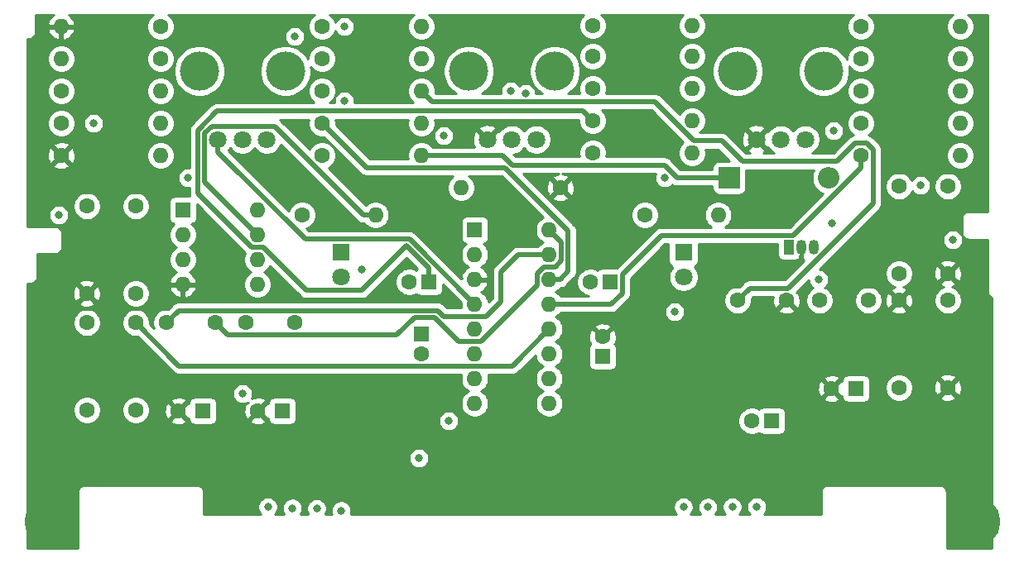
<source format=gbr>
G04 #@! TF.GenerationSoftware,KiCad,Pcbnew,(5.1.7)-1*
G04 #@! TF.CreationDate,2021-05-30T15:58:05-05:00*
G04 #@! TF.ProjectId,ConsolePedalDelay,436f6e73-6f6c-4655-9065-64616c44656c,rev?*
G04 #@! TF.SameCoordinates,Original*
G04 #@! TF.FileFunction,Copper,L2,Inr*
G04 #@! TF.FilePolarity,Positive*
%FSLAX46Y46*%
G04 Gerber Fmt 4.6, Leading zero omitted, Abs format (unit mm)*
G04 Created by KiCad (PCBNEW (5.1.7)-1) date 2021-05-30 15:58:05*
%MOMM*%
%LPD*%
G01*
G04 APERTURE LIST*
G04 #@! TA.AperFunction,ComponentPad*
%ADD10R,1.800000X1.800000*%
G04 #@! TD*
G04 #@! TA.AperFunction,ComponentPad*
%ADD11C,1.800000*%
G04 #@! TD*
G04 #@! TA.AperFunction,ComponentPad*
%ADD12C,5.000000*%
G04 #@! TD*
G04 #@! TA.AperFunction,ComponentPad*
%ADD13C,1.600000*%
G04 #@! TD*
G04 #@! TA.AperFunction,ComponentPad*
%ADD14O,1.600000X1.600000*%
G04 #@! TD*
G04 #@! TA.AperFunction,ComponentPad*
%ADD15R,2.200000X2.200000*%
G04 #@! TD*
G04 #@! TA.AperFunction,ComponentPad*
%ADD16O,2.200000X2.200000*%
G04 #@! TD*
G04 #@! TA.AperFunction,WasherPad*
%ADD17C,4.000000*%
G04 #@! TD*
G04 #@! TA.AperFunction,ComponentPad*
%ADD18O,1.050000X1.500000*%
G04 #@! TD*
G04 #@! TA.AperFunction,ComponentPad*
%ADD19R,1.050000X1.500000*%
G04 #@! TD*
G04 #@! TA.AperFunction,ComponentPad*
%ADD20R,1.600000X1.600000*%
G04 #@! TD*
G04 #@! TA.AperFunction,ViaPad*
%ADD21C,0.800000*%
G04 #@! TD*
G04 #@! TA.AperFunction,Conductor*
%ADD22C,0.500000*%
G04 #@! TD*
G04 #@! TA.AperFunction,Conductor*
%ADD23C,0.254000*%
G04 #@! TD*
G04 #@! TA.AperFunction,Conductor*
%ADD24C,0.100000*%
G04 #@! TD*
G04 APERTURE END LIST*
D10*
G04 #@! TO.N,Net-(D2-Pad1)*
G04 #@! TO.C,D3*
X115250000Y-95000000D03*
D11*
G04 #@! TO.N,/LEDPower*
X115250000Y-97540000D03*
G04 #@! TD*
G04 #@! TO.N,/LEDPower*
G04 #@! TO.C,D2*
X150250000Y-97540000D03*
D10*
G04 #@! TO.N,Net-(D2-Pad1)*
X150250000Y-95000000D03*
G04 #@! TD*
D12*
G04 #@! TO.N,GND*
G04 #@! TO.C,H1*
X85350000Y-122600000D03*
G04 #@! TD*
G04 #@! TO.N,GND*
G04 #@! TO.C,H2*
X180150000Y-122600000D03*
G04 #@! TD*
D13*
G04 #@! TO.N,GND*
G04 #@! TO.C,R21*
X137668000Y-88392000D03*
D14*
G04 #@! TO.N,Net-(D2-Pad1)*
X127508000Y-88392000D03*
G04 #@! TD*
D13*
G04 #@! TO.N,Net-(C1-Pad1)*
G04 #@! TO.C,C1*
X94234000Y-90278000D03*
G04 #@! TO.N,/Input*
X89234000Y-90278000D03*
G04 #@! TD*
G04 #@! TO.N,Net-(C2-Pad1)*
G04 #@! TO.C,C2*
X146304000Y-91186000D03*
D14*
G04 #@! TO.N,Net-(C2-Pad2)*
X153804000Y-91186000D03*
G04 #@! TD*
G04 #@! TO.N,Net-(C3-Pad2)*
G04 #@! TO.C,C3*
X118752000Y-91186000D03*
D13*
G04 #@! TO.N,Net-(C3-Pad1)*
X111252000Y-91186000D03*
G04 #@! TD*
G04 #@! TO.N,GND*
G04 #@! TO.C,C6*
X172292000Y-99930000D03*
G04 #@! TO.N,Net-(C6-Pad1)*
X177292000Y-99930000D03*
G04 #@! TD*
G04 #@! TO.N,/pin16*
G04 #@! TO.C,C7*
X102362000Y-102216000D03*
G04 #@! TO.N,/pin15*
X97362000Y-102216000D03*
G04 #@! TD*
G04 #@! TO.N,/pin14*
G04 #@! TO.C,C8*
X94234000Y-111144000D03*
G04 #@! TO.N,/pin13*
X89234000Y-111144000D03*
G04 #@! TD*
G04 #@! TO.N,/pin11*
G04 #@! TO.C,C9*
X89234000Y-102216000D03*
G04 #@! TO.N,/pin12*
X94234000Y-102216000D03*
G04 #@! TD*
G04 #@! TO.N,/pin10*
G04 #@! TO.C,C10*
X169164000Y-99930000D03*
G04 #@! TO.N,/pin9*
X164164000Y-99930000D03*
G04 #@! TD*
G04 #@! TO.N,Net-(C11-Pad2)*
G04 #@! TO.C,C11*
X172292000Y-88246000D03*
G04 #@! TO.N,Net-(C11-Pad1)*
X177292000Y-88246000D03*
G04 #@! TD*
G04 #@! TO.N,Net-(C12-Pad2)*
G04 #@! TO.C,C12*
X155782000Y-99930000D03*
G04 #@! TO.N,GND*
X160782000Y-99930000D03*
G04 #@! TD*
G04 #@! TO.N,GND*
G04 #@! TO.C,C15*
X177292000Y-97174000D03*
G04 #@! TO.N,Net-(C15-Pad2)*
X172292000Y-97174000D03*
G04 #@! TD*
G04 #@! TO.N,GND*
G04 #@! TO.C,C16*
X177292000Y-108858000D03*
G04 #@! TO.N,Net-(C16-Pad2)*
X172292000Y-108858000D03*
G04 #@! TD*
G04 #@! TO.N,GND*
G04 #@! TO.C,C18*
X89234000Y-99206000D03*
G04 #@! TO.N,/pin7*
X94234000Y-99206000D03*
G04 #@! TD*
G04 #@! TO.N,GND*
G04 #@! TO.C,C19*
X105490000Y-102216000D03*
G04 #@! TO.N,/pin8*
X110490000Y-102216000D03*
G04 #@! TD*
D15*
G04 #@! TO.N,Net-(D1-Pad1)*
G04 #@! TO.C,D1*
X154940000Y-87376000D03*
D16*
G04 #@! TO.N,+9V*
X165100000Y-87376000D03*
G04 #@! TD*
D13*
G04 #@! TO.N,GND*
G04 #@! TO.C,R1*
X86614000Y-85090000D03*
D14*
G04 #@! TO.N,/Input*
X96774000Y-85090000D03*
G04 #@! TD*
G04 #@! TO.N,Net-(C2-Pad1)*
G04 #@! TO.C,R2*
X151130000Y-71800000D03*
D13*
G04 #@! TO.N,Net-(C1-Pad1)*
X140970000Y-71800000D03*
G04 #@! TD*
G04 #@! TO.N,Net-(C2-Pad2)*
G04 #@! TO.C,R3*
X140970000Y-81534000D03*
D14*
G04 #@! TO.N,Net-(C2-Pad1)*
X151130000Y-81534000D03*
G04 #@! TD*
D13*
G04 #@! TO.N,Net-(C2-Pad2)*
G04 #@! TO.C,R4*
X168402000Y-75184000D03*
D14*
G04 #@! TO.N,Net-(C3-Pad1)*
X178562000Y-75184000D03*
G04 #@! TD*
D13*
G04 #@! TO.N,Net-(C3-Pad1)*
G04 #@! TO.C,R5*
X86614000Y-78486000D03*
D14*
G04 #@! TO.N,Net-(C3-Pad2)*
X96774000Y-78486000D03*
G04 #@! TD*
D13*
G04 #@! TO.N,Net-(C4-Pad2)*
G04 #@! TO.C,R6*
X168402000Y-78486000D03*
D14*
G04 #@! TO.N,/Output*
X178562000Y-78486000D03*
G04 #@! TD*
D13*
G04 #@! TO.N,Net-(C6-Pad1)*
G04 #@! TO.C,R7*
X168402000Y-71882000D03*
D14*
G04 #@! TO.N,Net-(C5-Pad2)*
X178562000Y-71882000D03*
G04 #@! TD*
G04 #@! TO.N,Net-(C6-Pad1)*
G04 #@! TO.C,R8*
X151130000Y-74930000D03*
D13*
G04 #@! TO.N,/pin16*
X140970000Y-74930000D03*
G04 #@! TD*
D14*
G04 #@! TO.N,/pin15*
G04 #@! TO.C,R9*
X86614000Y-75184000D03*
D13*
G04 #@! TO.N,Net-(C6-Pad1)*
X96774000Y-75184000D03*
G04 #@! TD*
G04 #@! TO.N,Net-(C6-Pad1)*
G04 #@! TO.C,R10*
X140970000Y-78232000D03*
D14*
G04 #@! TO.N,Net-(C11-Pad2)*
X151130000Y-78232000D03*
G04 #@! TD*
D13*
G04 #@! TO.N,/pin14*
G04 #@! TO.C,R11*
X113284000Y-81788000D03*
D14*
G04 #@! TO.N,Net-(C16-Pad2)*
X123444000Y-81788000D03*
G04 #@! TD*
G04 #@! TO.N,Net-(C16-Pad2)*
G04 #@! TO.C,R12*
X178562000Y-85090000D03*
D13*
G04 #@! TO.N,/pin13*
X168402000Y-85090000D03*
G04 #@! TD*
D14*
G04 #@! TO.N,Net-(C12-Pad2)*
G04 #@! TO.C,R13*
X123444000Y-78486000D03*
D13*
G04 #@! TO.N,/pin14*
X113284000Y-78486000D03*
G04 #@! TD*
D14*
G04 #@! TO.N,Net-(C15-Pad2)*
G04 #@! TO.C,R14*
X178562000Y-81788000D03*
D13*
G04 #@! TO.N,Net-(C13-Pad2)*
X168402000Y-81788000D03*
G04 #@! TD*
D14*
G04 #@! TO.N,Net-(C14-Pad1)*
G04 #@! TO.C,R15*
X96774000Y-81788000D03*
D13*
G04 #@! TO.N,Net-(C3-Pad1)*
X86614000Y-81788000D03*
G04 #@! TD*
D14*
G04 #@! TO.N,/pin12*
G04 #@! TO.C,R16*
X151130000Y-84836000D03*
D13*
G04 #@! TO.N,Net-(C16-Pad2)*
X140970000Y-84836000D03*
G04 #@! TD*
G04 #@! TO.N,/pin6*
G04 #@! TO.C,R17*
X113284000Y-75184000D03*
D14*
G04 #@! TO.N,Net-(R17-Pad2)*
X123444000Y-75184000D03*
G04 #@! TD*
G04 #@! TO.N,Net-(D1-Pad1)*
G04 #@! TO.C,R18*
X123444000Y-85090000D03*
D13*
G04 #@! TO.N,Net-(C20-Pad1)*
X113284000Y-85090000D03*
G04 #@! TD*
D14*
G04 #@! TO.N,/VREF*
G04 #@! TO.C,R19*
X123444000Y-71882000D03*
D13*
G04 #@! TO.N,Net-(C20-Pad1)*
X113284000Y-71882000D03*
G04 #@! TD*
G04 #@! TO.N,/VREF*
G04 #@! TO.C,R20*
X96774000Y-71882000D03*
D14*
G04 #@! TO.N,GND*
X86614000Y-71882000D03*
G04 #@! TD*
D11*
G04 #@! TO.N,/pin4*
G04 #@! TO.C,RV1*
X102639000Y-83439000D03*
G04 #@! TO.N,Net-(R17-Pad2)*
X105139000Y-83439000D03*
X107639000Y-83439000D03*
D17*
G04 #@! TO.N,*
X100739000Y-76439000D03*
X109539000Y-76439000D03*
G04 #@! TD*
G04 #@! TO.N,*
G04 #@! TO.C,RV2*
X137115000Y-76439000D03*
X128315000Y-76439000D03*
D11*
G04 #@! TO.N,Net-(C13-Pad2)*
X135215000Y-83439000D03*
G04 #@! TO.N,Net-(C14-Pad2)*
X132715000Y-83439000D03*
G04 #@! TO.N,GND*
X130215000Y-83439000D03*
G04 #@! TD*
G04 #@! TO.N,GND*
G04 #@! TO.C,RV3*
X157715000Y-83439000D03*
G04 #@! TO.N,Net-(C15-Pad2)*
X160215000Y-83439000D03*
G04 #@! TO.N,Net-(C11-Pad1)*
X162715000Y-83439000D03*
D17*
G04 #@! TO.N,*
X155815000Y-76439000D03*
X164615000Y-76439000D03*
G04 #@! TD*
D18*
G04 #@! TO.N,GND*
G04 #@! TO.C,U3*
X162306000Y-94488000D03*
G04 #@! TO.N,Net-(C20-Pad1)*
X163576000Y-94488000D03*
D19*
G04 #@! TO.N,/5V*
X161036000Y-94488000D03*
G04 #@! TD*
D20*
G04 #@! TO.N,Net-(C2-Pad2)*
G04 #@! TO.C,U1*
X99060000Y-90678000D03*
D14*
G04 #@! TO.N,/VREF*
X106680000Y-98298000D03*
G04 #@! TO.N,Net-(C2-Pad1)*
X99060000Y-93218000D03*
G04 #@! TO.N,Net-(C3-Pad1)*
X106680000Y-95758000D03*
G04 #@! TO.N,/VREF*
X99060000Y-95758000D03*
G04 #@! TO.N,Net-(C3-Pad2)*
X106680000Y-93218000D03*
G04 #@! TO.N,GND*
X99060000Y-98298000D03*
G04 #@! TO.N,Net-(C20-Pad1)*
X106680000Y-90678000D03*
G04 #@! TD*
D20*
G04 #@! TO.N,/5V*
G04 #@! TO.C,U2*
X128905000Y-92710000D03*
D14*
G04 #@! TO.N,/pin9*
X136525000Y-110490000D03*
G04 #@! TO.N,/pin2*
X128905000Y-95250000D03*
G04 #@! TO.N,/pin10*
X136525000Y-107950000D03*
G04 #@! TO.N,GND*
X128905000Y-97790000D03*
G04 #@! TO.N,/pin11*
X136525000Y-105410000D03*
G04 #@! TO.N,/pin4*
X128905000Y-100330000D03*
G04 #@! TO.N,/pin12*
X136525000Y-102870000D03*
G04 #@! TO.N,N/C*
X128905000Y-102870000D03*
G04 #@! TO.N,/pin13*
X136525000Y-100330000D03*
G04 #@! TO.N,/pin6*
X128905000Y-105410000D03*
G04 #@! TO.N,/pin14*
X136525000Y-97790000D03*
G04 #@! TO.N,/pin7*
X128905000Y-107950000D03*
G04 #@! TO.N,/pin15*
X136525000Y-95250000D03*
G04 #@! TO.N,/pin8*
X128905000Y-110490000D03*
G04 #@! TO.N,/pin16*
X136525000Y-92710000D03*
G04 #@! TD*
D20*
G04 #@! TO.N,Net-(C3-Pad2)*
G04 #@! TO.C,C4*
X123444000Y-103378000D03*
D13*
G04 #@! TO.N,Net-(C4-Pad2)*
X123444000Y-105378000D03*
G04 #@! TD*
G04 #@! TO.N,Net-(C5-Pad2)*
G04 #@! TO.C,C5*
X122206000Y-98044000D03*
D20*
G04 #@! TO.N,Net-(C2-Pad2)*
X124206000Y-98044000D03*
G04 #@! TD*
D13*
G04 #@! TO.N,Net-(C13-Pad2)*
G04 #@! TO.C,C13*
X157258000Y-112268000D03*
D20*
G04 #@! TO.N,Net-(C12-Pad2)*
X159258000Y-112268000D03*
G04 #@! TD*
G04 #@! TO.N,Net-(C14-Pad1)*
G04 #@! TO.C,C14*
X142748000Y-98044000D03*
D13*
G04 #@! TO.N,Net-(C14-Pad2)*
X140748000Y-98044000D03*
G04 #@! TD*
D20*
G04 #@! TO.N,/pin2*
G04 #@! TO.C,C17*
X109220000Y-111252000D03*
D13*
G04 #@! TO.N,GND*
X106720000Y-111252000D03*
G04 #@! TD*
D20*
G04 #@! TO.N,Net-(C20-Pad1)*
G04 #@! TO.C,C20*
X141986000Y-105664000D03*
D13*
G04 #@! TO.N,GND*
X141986000Y-103664000D03*
G04 #@! TD*
G04 #@! TO.N,GND*
G04 #@! TO.C,C21*
X165394000Y-108966000D03*
D20*
G04 #@! TO.N,/VREF*
X167894000Y-108966000D03*
G04 #@! TD*
G04 #@! TO.N,/5V*
G04 #@! TO.C,C22*
X101092000Y-111252000D03*
D13*
G04 #@! TO.N,GND*
X98592000Y-111252000D03*
G04 #@! TD*
D21*
G04 #@! TO.N,GND*
X105250000Y-120979000D03*
X160250000Y-120988000D03*
X102750000Y-121038000D03*
X162750000Y-120967000D03*
X102870000Y-98298000D03*
X92710000Y-93218000D03*
X161036000Y-115570000D03*
X159258000Y-116840000D03*
G04 #@! TO.N,/LEDPower*
X115250000Y-121454000D03*
X150250000Y-121073000D03*
X149352000Y-101092000D03*
G04 #@! TO.N,/Input*
X107750000Y-121066000D03*
X157750000Y-121066000D03*
G04 #@! TO.N,/Output*
X110250000Y-121195000D03*
X155250000Y-121068000D03*
X177800000Y-93726000D03*
G04 #@! TO.N,+9V*
X112750000Y-121235000D03*
X152750000Y-121108000D03*
X165414001Y-92008001D03*
G04 #@! TO.N,Net-(C2-Pad2)*
X117367999Y-96793999D03*
G04 #@! TO.N,Net-(C3-Pad1)*
X115570000Y-79502000D03*
G04 #@! TO.N,Net-(C5-Pad2)*
X132588000Y-78486000D03*
G04 #@! TO.N,Net-(C4-Pad2)*
X165608000Y-82550000D03*
G04 #@! TO.N,Net-(C6-Pad1)*
X174498000Y-88138000D03*
X115570000Y-71882000D03*
G04 #@! TO.N,/pin16*
X134112000Y-78740000D03*
G04 #@! TO.N,/pin15*
X86360000Y-91186000D03*
G04 #@! TO.N,/pin14*
X99568000Y-87376000D03*
G04 #@! TO.N,/pin13*
X123190000Y-116078000D03*
G04 #@! TO.N,/pin11*
X126238000Y-112268000D03*
G04 #@! TO.N,/pin10*
X164084000Y-97790000D03*
X164084000Y-97790000D03*
G04 #@! TO.N,Net-(C13-Pad2)*
X148336000Y-87376000D03*
G04 #@! TO.N,Net-(C14-Pad1)*
X89916000Y-81788000D03*
G04 #@! TO.N,Net-(C20-Pad1)*
X125730000Y-83058000D03*
G04 #@! TO.N,/5V*
X105156000Y-109474000D03*
G04 #@! TO.N,Net-(R17-Pad2)*
X110490000Y-72898000D03*
G04 #@! TD*
D22*
G04 #@! TO.N,Net-(D1-Pad1)*
X131744964Y-85090000D02*
X123444000Y-85090000D01*
X132740965Y-86086001D02*
X131744964Y-85090000D01*
X148304003Y-86086001D02*
X132740965Y-86086001D01*
X149594002Y-87376000D02*
X148304003Y-86086001D01*
X154940000Y-87376000D02*
X149594002Y-87376000D01*
G04 #@! TO.N,Net-(C2-Pad2)*
X139973999Y-80537999D02*
X140970000Y-81534000D01*
X100588989Y-88976991D02*
X100588989Y-82501046D01*
X106079999Y-94468001D02*
X100588989Y-88976991D01*
X100588989Y-82501046D02*
X102552036Y-80537999D01*
X107280001Y-94468001D02*
X106079999Y-94468001D01*
X111702001Y-98890001D02*
X107280001Y-94468001D01*
X121935047Y-94350009D02*
X117395055Y-98890001D01*
X102552036Y-80537999D02*
X139973999Y-80537999D01*
X124206000Y-96620962D02*
X121935047Y-94350009D01*
X117395055Y-98890001D02*
X111702001Y-98890001D01*
X124206000Y-98044000D02*
X124206000Y-96620962D01*
G04 #@! TO.N,Net-(C3-Pad2)*
X117529998Y-91186000D02*
X118752000Y-91186000D01*
X108432997Y-82088999D02*
X117529998Y-91186000D01*
X101990999Y-82088999D02*
X108432997Y-82088999D01*
X101288999Y-82790999D02*
X101990999Y-82088999D01*
X101288999Y-87826999D02*
X101288999Y-82790999D01*
X106680000Y-93218000D02*
X101288999Y-87826999D01*
G04 #@! TO.N,/pin16*
X137125001Y-96500001D02*
X137775001Y-95850001D01*
X135274999Y-98350003D02*
X135274999Y-97189999D01*
X129505001Y-104120001D02*
X135274999Y-98350003D01*
X135964997Y-96500001D02*
X137125001Y-96500001D01*
X124821047Y-101666009D02*
X127275039Y-104120001D01*
X127275039Y-104120001D02*
X129505001Y-104120001D01*
X122745989Y-101666009D02*
X124821047Y-101666009D01*
X137775001Y-93960001D02*
X136525000Y-92710000D01*
X120945997Y-103466001D02*
X122745989Y-101666009D01*
X135274999Y-97189999D02*
X135964997Y-96500001D01*
X103612001Y-103466001D02*
X120945997Y-103466001D01*
X137775001Y-95850001D02*
X137775001Y-93960001D01*
X102362000Y-102216000D02*
X103612001Y-103466001D01*
G04 #@! TO.N,/pin15*
X125110999Y-100965999D02*
X125725001Y-101580001D01*
X98612001Y-100965999D02*
X125110999Y-100965999D01*
X97362000Y-102216000D02*
X98612001Y-100965999D01*
X125725001Y-101580001D02*
X130067999Y-101580001D01*
X130067999Y-101580001D02*
X131572000Y-100076000D01*
X131572000Y-100076000D02*
X131572000Y-97028000D01*
X133350000Y-95250000D02*
X136525000Y-95250000D01*
X131572000Y-97028000D02*
X133350000Y-95250000D01*
G04 #@! TO.N,/pin14*
X117836001Y-86340001D02*
X113284000Y-81788000D01*
X138475011Y-92810009D02*
X132005003Y-86340001D01*
X138475011Y-96971359D02*
X138475011Y-92810009D01*
X137656370Y-97790000D02*
X138475011Y-96971359D01*
X132005003Y-86340001D02*
X117836001Y-86340001D01*
X136525000Y-97790000D02*
X137656370Y-97790000D01*
G04 #@! TO.N,/pin13*
X142872002Y-100330000D02*
X136525000Y-100330000D01*
X143998001Y-99204001D02*
X142872002Y-100330000D01*
X148012001Y-93287999D02*
X143998001Y-97301999D01*
X161482003Y-93287999D02*
X148012001Y-93287999D01*
X168402000Y-86368002D02*
X161482003Y-93287999D01*
X143998001Y-97301999D02*
X143998001Y-99204001D01*
X168402000Y-85090000D02*
X168402000Y-86368002D01*
G04 #@! TO.N,/pin12*
X132734999Y-106660001D02*
X136525000Y-102870000D01*
X98678001Y-106660001D02*
X132734999Y-106660001D01*
X94234000Y-102216000D02*
X98678001Y-106660001D01*
G04 #@! TO.N,Net-(C12-Pad2)*
X169652001Y-90015871D02*
X160987873Y-98679999D01*
X169652001Y-84489999D02*
X169652001Y-90015871D01*
X167801999Y-83839999D02*
X169002001Y-83839999D01*
X157032001Y-98679999D02*
X155782000Y-99930000D01*
X165951997Y-85690001D02*
X167801999Y-83839999D01*
X169002001Y-83839999D02*
X169652001Y-84489999D01*
X156264003Y-85690001D02*
X165951997Y-85690001D01*
X160987873Y-98679999D02*
X157032001Y-98679999D01*
X154160001Y-83585999D02*
X156264003Y-85690001D01*
X151331997Y-83585999D02*
X154160001Y-83585999D01*
X147335999Y-79590001D02*
X151331997Y-83585999D01*
X124548001Y-79590001D02*
X147335999Y-79590001D01*
X123444000Y-78486000D02*
X124548001Y-79590001D01*
G04 #@! TO.N,/pin4*
X122224999Y-93649999D02*
X128905000Y-100330000D01*
X111577207Y-93649999D02*
X122224999Y-93649999D01*
X102639000Y-84711792D02*
X111577207Y-93649999D01*
X102639000Y-83439000D02*
X102639000Y-84711792D01*
G04 #@! TD*
D23*
G04 #@! TO.N,GND*
X85758869Y-70729615D02*
X85550481Y-70918586D01*
X85382963Y-71144580D01*
X85262754Y-71398913D01*
X85222096Y-71532961D01*
X85344085Y-71755000D01*
X86487000Y-71755000D01*
X86487000Y-71735000D01*
X86741000Y-71735000D01*
X86741000Y-71755000D01*
X87883915Y-71755000D01*
X88005904Y-71532961D01*
X87965246Y-71398913D01*
X87845037Y-71144580D01*
X87677519Y-70918586D01*
X87469131Y-70729615D01*
X87381400Y-70677000D01*
X96008877Y-70677000D01*
X95864340Y-70773576D01*
X95665576Y-70972340D01*
X95509409Y-71206062D01*
X95401838Y-71465759D01*
X95347000Y-71741453D01*
X95347000Y-72022547D01*
X95401838Y-72298241D01*
X95509409Y-72557938D01*
X95665576Y-72791660D01*
X95864340Y-72990424D01*
X96098062Y-73146591D01*
X96357759Y-73254162D01*
X96633453Y-73309000D01*
X96914547Y-73309000D01*
X97190241Y-73254162D01*
X97449938Y-73146591D01*
X97683660Y-72990424D01*
X97877235Y-72796849D01*
X109463000Y-72796849D01*
X109463000Y-72999151D01*
X109502467Y-73197565D01*
X109579885Y-73384467D01*
X109692277Y-73552674D01*
X109835326Y-73695723D01*
X110003533Y-73808115D01*
X110190435Y-73885533D01*
X110388849Y-73925000D01*
X110591151Y-73925000D01*
X110789565Y-73885533D01*
X110976467Y-73808115D01*
X111144674Y-73695723D01*
X111287723Y-73552674D01*
X111400115Y-73384467D01*
X111477533Y-73197565D01*
X111517000Y-72999151D01*
X111517000Y-72796849D01*
X111477533Y-72598435D01*
X111400115Y-72411533D01*
X111287723Y-72243326D01*
X111144674Y-72100277D01*
X110976467Y-71987885D01*
X110789565Y-71910467D01*
X110591151Y-71871000D01*
X110388849Y-71871000D01*
X110190435Y-71910467D01*
X110003533Y-71987885D01*
X109835326Y-72100277D01*
X109692277Y-72243326D01*
X109579885Y-72411533D01*
X109502467Y-72598435D01*
X109463000Y-72796849D01*
X97877235Y-72796849D01*
X97882424Y-72791660D01*
X98038591Y-72557938D01*
X98146162Y-72298241D01*
X98201000Y-72022547D01*
X98201000Y-71741453D01*
X98146162Y-71465759D01*
X98038591Y-71206062D01*
X97882424Y-70972340D01*
X97683660Y-70773576D01*
X97539123Y-70677000D01*
X112518877Y-70677000D01*
X112374340Y-70773576D01*
X112175576Y-70972340D01*
X112019409Y-71206062D01*
X111911838Y-71465759D01*
X111857000Y-71741453D01*
X111857000Y-72022547D01*
X111911838Y-72298241D01*
X112019409Y-72557938D01*
X112175576Y-72791660D01*
X112374340Y-72990424D01*
X112608062Y-73146591D01*
X112867759Y-73254162D01*
X113143453Y-73309000D01*
X113424547Y-73309000D01*
X113700241Y-73254162D01*
X113959938Y-73146591D01*
X114193660Y-72990424D01*
X114392424Y-72791660D01*
X114548591Y-72557938D01*
X114643479Y-72328860D01*
X114659885Y-72368467D01*
X114772277Y-72536674D01*
X114915326Y-72679723D01*
X115083533Y-72792115D01*
X115270435Y-72869533D01*
X115468849Y-72909000D01*
X115671151Y-72909000D01*
X115869565Y-72869533D01*
X116056467Y-72792115D01*
X116224674Y-72679723D01*
X116367723Y-72536674D01*
X116480115Y-72368467D01*
X116557533Y-72181565D01*
X116597000Y-71983151D01*
X116597000Y-71780849D01*
X116557533Y-71582435D01*
X116480115Y-71395533D01*
X116367723Y-71227326D01*
X116224674Y-71084277D01*
X116056467Y-70971885D01*
X115869565Y-70894467D01*
X115671151Y-70855000D01*
X115468849Y-70855000D01*
X115270435Y-70894467D01*
X115083533Y-70971885D01*
X114915326Y-71084277D01*
X114772277Y-71227326D01*
X114659885Y-71395533D01*
X114643479Y-71435140D01*
X114548591Y-71206062D01*
X114392424Y-70972340D01*
X114193660Y-70773576D01*
X114049123Y-70677000D01*
X122678877Y-70677000D01*
X122534340Y-70773576D01*
X122335576Y-70972340D01*
X122179409Y-71206062D01*
X122071838Y-71465759D01*
X122017000Y-71741453D01*
X122017000Y-72022547D01*
X122071838Y-72298241D01*
X122179409Y-72557938D01*
X122335576Y-72791660D01*
X122534340Y-72990424D01*
X122768062Y-73146591D01*
X123027759Y-73254162D01*
X123303453Y-73309000D01*
X123584547Y-73309000D01*
X123860241Y-73254162D01*
X124119938Y-73146591D01*
X124353660Y-72990424D01*
X124552424Y-72791660D01*
X124708591Y-72557938D01*
X124816162Y-72298241D01*
X124871000Y-72022547D01*
X124871000Y-71741453D01*
X124816162Y-71465759D01*
X124708591Y-71206062D01*
X124552424Y-70972340D01*
X124353660Y-70773576D01*
X124209123Y-70677000D01*
X140082155Y-70677000D01*
X140060340Y-70691576D01*
X139861576Y-70890340D01*
X139705409Y-71124062D01*
X139597838Y-71383759D01*
X139543000Y-71659453D01*
X139543000Y-71940547D01*
X139597838Y-72216241D01*
X139705409Y-72475938D01*
X139861576Y-72709660D01*
X140060340Y-72908424D01*
X140294062Y-73064591D01*
X140553759Y-73172162D01*
X140829453Y-73227000D01*
X141110547Y-73227000D01*
X141386241Y-73172162D01*
X141645938Y-73064591D01*
X141879660Y-72908424D01*
X142078424Y-72709660D01*
X142234591Y-72475938D01*
X142342162Y-72216241D01*
X142397000Y-71940547D01*
X142397000Y-71659453D01*
X142342162Y-71383759D01*
X142234591Y-71124062D01*
X142078424Y-70890340D01*
X141879660Y-70691576D01*
X141857845Y-70677000D01*
X150242155Y-70677000D01*
X150220340Y-70691576D01*
X150021576Y-70890340D01*
X149865409Y-71124062D01*
X149757838Y-71383759D01*
X149703000Y-71659453D01*
X149703000Y-71940547D01*
X149757838Y-72216241D01*
X149865409Y-72475938D01*
X150021576Y-72709660D01*
X150220340Y-72908424D01*
X150454062Y-73064591D01*
X150713759Y-73172162D01*
X150989453Y-73227000D01*
X151270547Y-73227000D01*
X151546241Y-73172162D01*
X151805938Y-73064591D01*
X152039660Y-72908424D01*
X152238424Y-72709660D01*
X152394591Y-72475938D01*
X152502162Y-72216241D01*
X152557000Y-71940547D01*
X152557000Y-71659453D01*
X152502162Y-71383759D01*
X152394591Y-71124062D01*
X152238424Y-70890340D01*
X152039660Y-70691576D01*
X152017845Y-70677000D01*
X167636877Y-70677000D01*
X167492340Y-70773576D01*
X167293576Y-70972340D01*
X167137409Y-71206062D01*
X167029838Y-71465759D01*
X166975000Y-71741453D01*
X166975000Y-72022547D01*
X167029838Y-72298241D01*
X167137409Y-72557938D01*
X167293576Y-72791660D01*
X167492340Y-72990424D01*
X167726062Y-73146591D01*
X167985759Y-73254162D01*
X168261453Y-73309000D01*
X168542547Y-73309000D01*
X168818241Y-73254162D01*
X169077938Y-73146591D01*
X169311660Y-72990424D01*
X169510424Y-72791660D01*
X169666591Y-72557938D01*
X169774162Y-72298241D01*
X169829000Y-72022547D01*
X169829000Y-71741453D01*
X169774162Y-71465759D01*
X169666591Y-71206062D01*
X169510424Y-70972340D01*
X169311660Y-70773576D01*
X169167123Y-70677000D01*
X177796877Y-70677000D01*
X177652340Y-70773576D01*
X177453576Y-70972340D01*
X177297409Y-71206062D01*
X177189838Y-71465759D01*
X177135000Y-71741453D01*
X177135000Y-72022547D01*
X177189838Y-72298241D01*
X177297409Y-72557938D01*
X177453576Y-72791660D01*
X177652340Y-72990424D01*
X177886062Y-73146591D01*
X178145759Y-73254162D01*
X178421453Y-73309000D01*
X178702547Y-73309000D01*
X178978241Y-73254162D01*
X179237938Y-73146591D01*
X179471660Y-72990424D01*
X179670424Y-72791660D01*
X179826591Y-72557938D01*
X179934162Y-72298241D01*
X179989000Y-72022547D01*
X179989000Y-71741453D01*
X179934162Y-71465759D01*
X179826591Y-71206062D01*
X179670424Y-70972340D01*
X179471660Y-70773576D01*
X179327123Y-70677000D01*
X181323000Y-70677000D01*
X181323001Y-90823000D01*
X179433252Y-90823000D01*
X179400000Y-90819725D01*
X179366748Y-90823000D01*
X179267285Y-90832796D01*
X179139670Y-90871508D01*
X179022059Y-90934372D01*
X178918973Y-91018973D01*
X178834372Y-91122059D01*
X178771508Y-91239670D01*
X178732796Y-91367285D01*
X178719725Y-91500000D01*
X178723001Y-91533262D01*
X178723000Y-92966747D01*
X178719725Y-93000000D01*
X178732796Y-93132715D01*
X178771508Y-93260330D01*
X178834372Y-93377941D01*
X178918973Y-93481027D01*
X178994164Y-93542735D01*
X179022059Y-93565628D01*
X179139670Y-93628492D01*
X179267285Y-93667204D01*
X179400000Y-93680275D01*
X179433252Y-93677000D01*
X181323000Y-93677000D01*
X181323001Y-98966738D01*
X181319725Y-99000000D01*
X181332796Y-99132715D01*
X181371508Y-99260330D01*
X181434372Y-99377941D01*
X181518973Y-99481027D01*
X181622059Y-99565628D01*
X181739670Y-99628492D01*
X181823001Y-99653770D01*
X181823000Y-125323000D01*
X177177000Y-125323000D01*
X177177000Y-119533252D01*
X177180275Y-119500000D01*
X177167204Y-119367285D01*
X177128492Y-119239670D01*
X177065628Y-119122059D01*
X176981027Y-119018973D01*
X176877941Y-118934372D01*
X176760330Y-118871508D01*
X176632715Y-118832796D01*
X176533252Y-118823000D01*
X176500000Y-118819725D01*
X176466748Y-118823000D01*
X165033252Y-118823000D01*
X165000000Y-118819725D01*
X164966748Y-118823000D01*
X164867285Y-118832796D01*
X164739670Y-118871508D01*
X164622059Y-118934372D01*
X164518973Y-119018973D01*
X164434372Y-119122059D01*
X164371508Y-119239670D01*
X164332796Y-119367285D01*
X164319725Y-119500000D01*
X164323001Y-119533262D01*
X164323001Y-121793000D01*
X158475397Y-121793000D01*
X158547723Y-121720674D01*
X158660115Y-121552467D01*
X158737533Y-121365565D01*
X158777000Y-121167151D01*
X158777000Y-120964849D01*
X158737533Y-120766435D01*
X158660115Y-120579533D01*
X158547723Y-120411326D01*
X158404674Y-120268277D01*
X158236467Y-120155885D01*
X158049565Y-120078467D01*
X157851151Y-120039000D01*
X157648849Y-120039000D01*
X157450435Y-120078467D01*
X157263533Y-120155885D01*
X157095326Y-120268277D01*
X156952277Y-120411326D01*
X156839885Y-120579533D01*
X156762467Y-120766435D01*
X156723000Y-120964849D01*
X156723000Y-121167151D01*
X156762467Y-121365565D01*
X156839885Y-121552467D01*
X156952277Y-121720674D01*
X157024603Y-121793000D01*
X155977397Y-121793000D01*
X156047723Y-121722674D01*
X156160115Y-121554467D01*
X156237533Y-121367565D01*
X156277000Y-121169151D01*
X156277000Y-120966849D01*
X156237533Y-120768435D01*
X156160115Y-120581533D01*
X156047723Y-120413326D01*
X155904674Y-120270277D01*
X155736467Y-120157885D01*
X155549565Y-120080467D01*
X155351151Y-120041000D01*
X155148849Y-120041000D01*
X154950435Y-120080467D01*
X154763533Y-120157885D01*
X154595326Y-120270277D01*
X154452277Y-120413326D01*
X154339885Y-120581533D01*
X154262467Y-120768435D01*
X154223000Y-120966849D01*
X154223000Y-121169151D01*
X154262467Y-121367565D01*
X154339885Y-121554467D01*
X154452277Y-121722674D01*
X154522603Y-121793000D01*
X153517397Y-121793000D01*
X153547723Y-121762674D01*
X153660115Y-121594467D01*
X153737533Y-121407565D01*
X153777000Y-121209151D01*
X153777000Y-121006849D01*
X153737533Y-120808435D01*
X153660115Y-120621533D01*
X153547723Y-120453326D01*
X153404674Y-120310277D01*
X153236467Y-120197885D01*
X153049565Y-120120467D01*
X152851151Y-120081000D01*
X152648849Y-120081000D01*
X152450435Y-120120467D01*
X152263533Y-120197885D01*
X152095326Y-120310277D01*
X151952277Y-120453326D01*
X151839885Y-120621533D01*
X151762467Y-120808435D01*
X151723000Y-121006849D01*
X151723000Y-121209151D01*
X151762467Y-121407565D01*
X151839885Y-121594467D01*
X151952277Y-121762674D01*
X151982603Y-121793000D01*
X150982397Y-121793000D01*
X151047723Y-121727674D01*
X151160115Y-121559467D01*
X151237533Y-121372565D01*
X151277000Y-121174151D01*
X151277000Y-120971849D01*
X151237533Y-120773435D01*
X151160115Y-120586533D01*
X151047723Y-120418326D01*
X150904674Y-120275277D01*
X150736467Y-120162885D01*
X150549565Y-120085467D01*
X150351151Y-120046000D01*
X150148849Y-120046000D01*
X149950435Y-120085467D01*
X149763533Y-120162885D01*
X149595326Y-120275277D01*
X149452277Y-120418326D01*
X149339885Y-120586533D01*
X149262467Y-120773435D01*
X149223000Y-120971849D01*
X149223000Y-121174151D01*
X149262467Y-121372565D01*
X149339885Y-121559467D01*
X149452277Y-121727674D01*
X149517603Y-121793000D01*
X116221198Y-121793000D01*
X116237533Y-121753565D01*
X116277000Y-121555151D01*
X116277000Y-121352849D01*
X116237533Y-121154435D01*
X116160115Y-120967533D01*
X116047723Y-120799326D01*
X115904674Y-120656277D01*
X115736467Y-120543885D01*
X115549565Y-120466467D01*
X115351151Y-120427000D01*
X115148849Y-120427000D01*
X114950435Y-120466467D01*
X114763533Y-120543885D01*
X114595326Y-120656277D01*
X114452277Y-120799326D01*
X114339885Y-120967533D01*
X114262467Y-121154435D01*
X114223000Y-121352849D01*
X114223000Y-121555151D01*
X114262467Y-121753565D01*
X114278802Y-121793000D01*
X113612318Y-121793000D01*
X113660115Y-121721467D01*
X113737533Y-121534565D01*
X113777000Y-121336151D01*
X113777000Y-121133849D01*
X113737533Y-120935435D01*
X113660115Y-120748533D01*
X113547723Y-120580326D01*
X113404674Y-120437277D01*
X113236467Y-120324885D01*
X113049565Y-120247467D01*
X112851151Y-120208000D01*
X112648849Y-120208000D01*
X112450435Y-120247467D01*
X112263533Y-120324885D01*
X112095326Y-120437277D01*
X111952277Y-120580326D01*
X111839885Y-120748533D01*
X111762467Y-120935435D01*
X111723000Y-121133849D01*
X111723000Y-121336151D01*
X111762467Y-121534565D01*
X111839885Y-121721467D01*
X111887682Y-121793000D01*
X111085591Y-121793000D01*
X111160115Y-121681467D01*
X111237533Y-121494565D01*
X111277000Y-121296151D01*
X111277000Y-121093849D01*
X111237533Y-120895435D01*
X111160115Y-120708533D01*
X111047723Y-120540326D01*
X110904674Y-120397277D01*
X110736467Y-120284885D01*
X110549565Y-120207467D01*
X110351151Y-120168000D01*
X110148849Y-120168000D01*
X109950435Y-120207467D01*
X109763533Y-120284885D01*
X109595326Y-120397277D01*
X109452277Y-120540326D01*
X109339885Y-120708533D01*
X109262467Y-120895435D01*
X109223000Y-121093849D01*
X109223000Y-121296151D01*
X109262467Y-121494565D01*
X109339885Y-121681467D01*
X109414409Y-121793000D01*
X108475397Y-121793000D01*
X108547723Y-121720674D01*
X108660115Y-121552467D01*
X108737533Y-121365565D01*
X108777000Y-121167151D01*
X108777000Y-120964849D01*
X108737533Y-120766435D01*
X108660115Y-120579533D01*
X108547723Y-120411326D01*
X108404674Y-120268277D01*
X108236467Y-120155885D01*
X108049565Y-120078467D01*
X107851151Y-120039000D01*
X107648849Y-120039000D01*
X107450435Y-120078467D01*
X107263533Y-120155885D01*
X107095326Y-120268277D01*
X106952277Y-120411326D01*
X106839885Y-120579533D01*
X106762467Y-120766435D01*
X106723000Y-120964849D01*
X106723000Y-121167151D01*
X106762467Y-121365565D01*
X106839885Y-121552467D01*
X106952277Y-121720674D01*
X107024603Y-121793000D01*
X101177000Y-121793000D01*
X101177000Y-119533252D01*
X101180275Y-119500000D01*
X101167204Y-119367285D01*
X101128492Y-119239670D01*
X101065628Y-119122059D01*
X100981027Y-119018973D01*
X100877941Y-118934372D01*
X100760330Y-118871508D01*
X100632715Y-118832796D01*
X100533252Y-118823000D01*
X100500000Y-118819725D01*
X100466748Y-118823000D01*
X89033252Y-118823000D01*
X89000000Y-118819725D01*
X88966748Y-118823000D01*
X88867285Y-118832796D01*
X88739670Y-118871508D01*
X88622059Y-118934372D01*
X88518973Y-119018973D01*
X88434372Y-119122059D01*
X88371508Y-119239670D01*
X88332796Y-119367285D01*
X88319725Y-119500000D01*
X88323000Y-119533252D01*
X88323001Y-125323000D01*
X83177000Y-125323000D01*
X83177000Y-115976849D01*
X122163000Y-115976849D01*
X122163000Y-116179151D01*
X122202467Y-116377565D01*
X122279885Y-116564467D01*
X122392277Y-116732674D01*
X122535326Y-116875723D01*
X122703533Y-116988115D01*
X122890435Y-117065533D01*
X123088849Y-117105000D01*
X123291151Y-117105000D01*
X123489565Y-117065533D01*
X123676467Y-116988115D01*
X123844674Y-116875723D01*
X123987723Y-116732674D01*
X124100115Y-116564467D01*
X124177533Y-116377565D01*
X124217000Y-116179151D01*
X124217000Y-115976849D01*
X124177533Y-115778435D01*
X124100115Y-115591533D01*
X123987723Y-115423326D01*
X123844674Y-115280277D01*
X123676467Y-115167885D01*
X123489565Y-115090467D01*
X123291151Y-115051000D01*
X123088849Y-115051000D01*
X122890435Y-115090467D01*
X122703533Y-115167885D01*
X122535326Y-115280277D01*
X122392277Y-115423326D01*
X122279885Y-115591533D01*
X122202467Y-115778435D01*
X122163000Y-115976849D01*
X83177000Y-115976849D01*
X83177000Y-111003453D01*
X87807000Y-111003453D01*
X87807000Y-111284547D01*
X87861838Y-111560241D01*
X87969409Y-111819938D01*
X88125576Y-112053660D01*
X88324340Y-112252424D01*
X88558062Y-112408591D01*
X88817759Y-112516162D01*
X89093453Y-112571000D01*
X89374547Y-112571000D01*
X89650241Y-112516162D01*
X89909938Y-112408591D01*
X90143660Y-112252424D01*
X90342424Y-112053660D01*
X90498591Y-111819938D01*
X90606162Y-111560241D01*
X90661000Y-111284547D01*
X90661000Y-111003453D01*
X92807000Y-111003453D01*
X92807000Y-111284547D01*
X92861838Y-111560241D01*
X92969409Y-111819938D01*
X93125576Y-112053660D01*
X93324340Y-112252424D01*
X93558062Y-112408591D01*
X93817759Y-112516162D01*
X94093453Y-112571000D01*
X94374547Y-112571000D01*
X94650241Y-112516162D01*
X94909938Y-112408591D01*
X95143660Y-112252424D01*
X95151382Y-112244702D01*
X97778903Y-112244702D01*
X97850486Y-112488671D01*
X98105996Y-112609571D01*
X98380184Y-112678300D01*
X98662512Y-112692217D01*
X98942130Y-112650787D01*
X99208292Y-112555603D01*
X99333514Y-112488671D01*
X99405097Y-112244702D01*
X98592000Y-111431605D01*
X97778903Y-112244702D01*
X95151382Y-112244702D01*
X95342424Y-112053660D01*
X95498591Y-111819938D01*
X95606162Y-111560241D01*
X95653448Y-111322512D01*
X97151783Y-111322512D01*
X97193213Y-111602130D01*
X97288397Y-111868292D01*
X97355329Y-111993514D01*
X97599298Y-112065097D01*
X98412395Y-111252000D01*
X98771605Y-111252000D01*
X99584702Y-112065097D01*
X99661967Y-112042427D01*
X99661967Y-112052000D01*
X99674073Y-112174913D01*
X99709925Y-112293103D01*
X99768147Y-112402028D01*
X99846499Y-112497501D01*
X99941972Y-112575853D01*
X100050897Y-112634075D01*
X100169087Y-112669927D01*
X100292000Y-112682033D01*
X101892000Y-112682033D01*
X102014913Y-112669927D01*
X102133103Y-112634075D01*
X102242028Y-112575853D01*
X102337501Y-112497501D01*
X102415853Y-112402028D01*
X102474075Y-112293103D01*
X102488757Y-112244702D01*
X105906903Y-112244702D01*
X105978486Y-112488671D01*
X106233996Y-112609571D01*
X106508184Y-112678300D01*
X106790512Y-112692217D01*
X107070130Y-112650787D01*
X107336292Y-112555603D01*
X107461514Y-112488671D01*
X107533097Y-112244702D01*
X106720000Y-111431605D01*
X105906903Y-112244702D01*
X102488757Y-112244702D01*
X102509927Y-112174913D01*
X102522033Y-112052000D01*
X102522033Y-110452000D01*
X102509927Y-110329087D01*
X102474075Y-110210897D01*
X102415853Y-110101972D01*
X102337501Y-110006499D01*
X102242028Y-109928147D01*
X102133103Y-109869925D01*
X102014913Y-109834073D01*
X101892000Y-109821967D01*
X100292000Y-109821967D01*
X100169087Y-109834073D01*
X100050897Y-109869925D01*
X99941972Y-109928147D01*
X99846499Y-110006499D01*
X99768147Y-110101972D01*
X99709925Y-110210897D01*
X99674073Y-110329087D01*
X99661967Y-110452000D01*
X99661967Y-110461573D01*
X99584702Y-110438903D01*
X98771605Y-111252000D01*
X98412395Y-111252000D01*
X97599298Y-110438903D01*
X97355329Y-110510486D01*
X97234429Y-110765996D01*
X97165700Y-111040184D01*
X97151783Y-111322512D01*
X95653448Y-111322512D01*
X95661000Y-111284547D01*
X95661000Y-111003453D01*
X95606162Y-110727759D01*
X95498591Y-110468062D01*
X95359101Y-110259298D01*
X97778903Y-110259298D01*
X98592000Y-111072395D01*
X99405097Y-110259298D01*
X99333514Y-110015329D01*
X99078004Y-109894429D01*
X98803816Y-109825700D01*
X98521488Y-109811783D01*
X98241870Y-109853213D01*
X97975708Y-109948397D01*
X97850486Y-110015329D01*
X97778903Y-110259298D01*
X95359101Y-110259298D01*
X95342424Y-110234340D01*
X95143660Y-110035576D01*
X94909938Y-109879409D01*
X94650241Y-109771838D01*
X94374547Y-109717000D01*
X94093453Y-109717000D01*
X93817759Y-109771838D01*
X93558062Y-109879409D01*
X93324340Y-110035576D01*
X93125576Y-110234340D01*
X92969409Y-110468062D01*
X92861838Y-110727759D01*
X92807000Y-111003453D01*
X90661000Y-111003453D01*
X90606162Y-110727759D01*
X90498591Y-110468062D01*
X90342424Y-110234340D01*
X90143660Y-110035576D01*
X89909938Y-109879409D01*
X89650241Y-109771838D01*
X89374547Y-109717000D01*
X89093453Y-109717000D01*
X88817759Y-109771838D01*
X88558062Y-109879409D01*
X88324340Y-110035576D01*
X88125576Y-110234340D01*
X87969409Y-110468062D01*
X87861838Y-110727759D01*
X87807000Y-111003453D01*
X83177000Y-111003453D01*
X83177000Y-109372849D01*
X104129000Y-109372849D01*
X104129000Y-109575151D01*
X104168467Y-109773565D01*
X104245885Y-109960467D01*
X104358277Y-110128674D01*
X104501326Y-110271723D01*
X104669533Y-110384115D01*
X104856435Y-110461533D01*
X105054849Y-110501000D01*
X105257151Y-110501000D01*
X105455565Y-110461533D01*
X105642467Y-110384115D01*
X105660475Y-110372082D01*
X105727296Y-110438903D01*
X105483329Y-110510486D01*
X105362429Y-110765996D01*
X105293700Y-111040184D01*
X105279783Y-111322512D01*
X105321213Y-111602130D01*
X105416397Y-111868292D01*
X105483329Y-111993514D01*
X105727298Y-112065097D01*
X106540395Y-111252000D01*
X106899605Y-111252000D01*
X107712702Y-112065097D01*
X107789967Y-112042427D01*
X107789967Y-112052000D01*
X107802073Y-112174913D01*
X107837925Y-112293103D01*
X107896147Y-112402028D01*
X107974499Y-112497501D01*
X108069972Y-112575853D01*
X108178897Y-112634075D01*
X108297087Y-112669927D01*
X108420000Y-112682033D01*
X110020000Y-112682033D01*
X110142913Y-112669927D01*
X110261103Y-112634075D01*
X110370028Y-112575853D01*
X110465501Y-112497501D01*
X110543853Y-112402028D01*
X110602075Y-112293103D01*
X110637927Y-112174913D01*
X110638721Y-112166849D01*
X125211000Y-112166849D01*
X125211000Y-112369151D01*
X125250467Y-112567565D01*
X125327885Y-112754467D01*
X125440277Y-112922674D01*
X125583326Y-113065723D01*
X125751533Y-113178115D01*
X125938435Y-113255533D01*
X126136849Y-113295000D01*
X126339151Y-113295000D01*
X126537565Y-113255533D01*
X126724467Y-113178115D01*
X126892674Y-113065723D01*
X127035723Y-112922674D01*
X127148115Y-112754467D01*
X127225533Y-112567565D01*
X127265000Y-112369151D01*
X127265000Y-112166849D01*
X127257164Y-112127453D01*
X155831000Y-112127453D01*
X155831000Y-112408547D01*
X155885838Y-112684241D01*
X155993409Y-112943938D01*
X156149576Y-113177660D01*
X156348340Y-113376424D01*
X156582062Y-113532591D01*
X156841759Y-113640162D01*
X157117453Y-113695000D01*
X157398547Y-113695000D01*
X157674241Y-113640162D01*
X157933938Y-113532591D01*
X157994795Y-113491928D01*
X158012499Y-113513501D01*
X158107972Y-113591853D01*
X158216897Y-113650075D01*
X158335087Y-113685927D01*
X158458000Y-113698033D01*
X160058000Y-113698033D01*
X160180913Y-113685927D01*
X160299103Y-113650075D01*
X160408028Y-113591853D01*
X160503501Y-113513501D01*
X160581853Y-113418028D01*
X160640075Y-113309103D01*
X160675927Y-113190913D01*
X160688033Y-113068000D01*
X160688033Y-111468000D01*
X160675927Y-111345087D01*
X160640075Y-111226897D01*
X160581853Y-111117972D01*
X160503501Y-111022499D01*
X160408028Y-110944147D01*
X160299103Y-110885925D01*
X160180913Y-110850073D01*
X160058000Y-110837967D01*
X158458000Y-110837967D01*
X158335087Y-110850073D01*
X158216897Y-110885925D01*
X158107972Y-110944147D01*
X158012499Y-111022499D01*
X157994795Y-111044072D01*
X157933938Y-111003409D01*
X157674241Y-110895838D01*
X157398547Y-110841000D01*
X157117453Y-110841000D01*
X156841759Y-110895838D01*
X156582062Y-111003409D01*
X156348340Y-111159576D01*
X156149576Y-111358340D01*
X155993409Y-111592062D01*
X155885838Y-111851759D01*
X155831000Y-112127453D01*
X127257164Y-112127453D01*
X127225533Y-111968435D01*
X127148115Y-111781533D01*
X127035723Y-111613326D01*
X126892674Y-111470277D01*
X126724467Y-111357885D01*
X126537565Y-111280467D01*
X126339151Y-111241000D01*
X126136849Y-111241000D01*
X125938435Y-111280467D01*
X125751533Y-111357885D01*
X125583326Y-111470277D01*
X125440277Y-111613326D01*
X125327885Y-111781533D01*
X125250467Y-111968435D01*
X125211000Y-112166849D01*
X110638721Y-112166849D01*
X110650033Y-112052000D01*
X110650033Y-110452000D01*
X110637927Y-110329087D01*
X110602075Y-110210897D01*
X110543853Y-110101972D01*
X110465501Y-110006499D01*
X110370028Y-109928147D01*
X110261103Y-109869925D01*
X110142913Y-109834073D01*
X110020000Y-109821967D01*
X108420000Y-109821967D01*
X108297087Y-109834073D01*
X108178897Y-109869925D01*
X108069972Y-109928147D01*
X107974499Y-110006499D01*
X107896147Y-110101972D01*
X107837925Y-110210897D01*
X107802073Y-110329087D01*
X107789967Y-110452000D01*
X107789967Y-110461573D01*
X107712702Y-110438903D01*
X106899605Y-111252000D01*
X106540395Y-111252000D01*
X106526253Y-111237858D01*
X106705858Y-111058253D01*
X106720000Y-111072395D01*
X107533097Y-110259298D01*
X107461514Y-110015329D01*
X107206004Y-109894429D01*
X106931816Y-109825700D01*
X106649488Y-109811783D01*
X106369870Y-109853213D01*
X106103708Y-109948397D01*
X106057775Y-109972948D01*
X106066115Y-109960467D01*
X106143533Y-109773565D01*
X106183000Y-109575151D01*
X106183000Y-109372849D01*
X106143533Y-109174435D01*
X106066115Y-108987533D01*
X105953723Y-108819326D01*
X105810674Y-108676277D01*
X105642467Y-108563885D01*
X105455565Y-108486467D01*
X105257151Y-108447000D01*
X105054849Y-108447000D01*
X104856435Y-108486467D01*
X104669533Y-108563885D01*
X104501326Y-108676277D01*
X104358277Y-108819326D01*
X104245885Y-108987533D01*
X104168467Y-109174435D01*
X104129000Y-109372849D01*
X83177000Y-109372849D01*
X83177000Y-102075453D01*
X87807000Y-102075453D01*
X87807000Y-102356547D01*
X87861838Y-102632241D01*
X87969409Y-102891938D01*
X88125576Y-103125660D01*
X88324340Y-103324424D01*
X88558062Y-103480591D01*
X88817759Y-103588162D01*
X89093453Y-103643000D01*
X89374547Y-103643000D01*
X89650241Y-103588162D01*
X89909938Y-103480591D01*
X90143660Y-103324424D01*
X90342424Y-103125660D01*
X90498591Y-102891938D01*
X90606162Y-102632241D01*
X90661000Y-102356547D01*
X90661000Y-102075453D01*
X92807000Y-102075453D01*
X92807000Y-102356547D01*
X92861838Y-102632241D01*
X92969409Y-102891938D01*
X93125576Y-103125660D01*
X93324340Y-103324424D01*
X93558062Y-103480591D01*
X93817759Y-103588162D01*
X94093453Y-103643000D01*
X94374547Y-103643000D01*
X94413072Y-103635337D01*
X98027404Y-107249669D01*
X98054868Y-107283134D01*
X98188409Y-107392728D01*
X98340764Y-107474163D01*
X98506079Y-107524311D01*
X98634922Y-107537001D01*
X98634931Y-107537001D01*
X98678000Y-107541243D01*
X98721070Y-107537001D01*
X127532193Y-107537001D01*
X127478000Y-107809453D01*
X127478000Y-108090547D01*
X127532838Y-108366241D01*
X127640409Y-108625938D01*
X127796576Y-108859660D01*
X127995340Y-109058424D01*
X128229062Y-109214591D01*
X128242120Y-109220000D01*
X128229062Y-109225409D01*
X127995340Y-109381576D01*
X127796576Y-109580340D01*
X127640409Y-109814062D01*
X127532838Y-110073759D01*
X127478000Y-110349453D01*
X127478000Y-110630547D01*
X127532838Y-110906241D01*
X127640409Y-111165938D01*
X127796576Y-111399660D01*
X127995340Y-111598424D01*
X128229062Y-111754591D01*
X128488759Y-111862162D01*
X128764453Y-111917000D01*
X129045547Y-111917000D01*
X129321241Y-111862162D01*
X129580938Y-111754591D01*
X129814660Y-111598424D01*
X130013424Y-111399660D01*
X130169591Y-111165938D01*
X130277162Y-110906241D01*
X130332000Y-110630547D01*
X130332000Y-110349453D01*
X130277162Y-110073759D01*
X130169591Y-109814062D01*
X130013424Y-109580340D01*
X129814660Y-109381576D01*
X129580938Y-109225409D01*
X129567880Y-109220000D01*
X129580938Y-109214591D01*
X129814660Y-109058424D01*
X130013424Y-108859660D01*
X130169591Y-108625938D01*
X130277162Y-108366241D01*
X130332000Y-108090547D01*
X130332000Y-107809453D01*
X130277807Y-107537001D01*
X132691920Y-107537001D01*
X132734999Y-107541244D01*
X132778078Y-107537001D01*
X132788577Y-107535967D01*
X132906921Y-107524311D01*
X132985649Y-107500429D01*
X133072236Y-107474163D01*
X133224591Y-107392728D01*
X133358132Y-107283134D01*
X133385596Y-107249669D01*
X135098000Y-105537265D01*
X135098000Y-105550547D01*
X135152838Y-105826241D01*
X135260409Y-106085938D01*
X135416576Y-106319660D01*
X135615340Y-106518424D01*
X135849062Y-106674591D01*
X135862120Y-106680000D01*
X135849062Y-106685409D01*
X135615340Y-106841576D01*
X135416576Y-107040340D01*
X135260409Y-107274062D01*
X135152838Y-107533759D01*
X135098000Y-107809453D01*
X135098000Y-108090547D01*
X135152838Y-108366241D01*
X135260409Y-108625938D01*
X135416576Y-108859660D01*
X135615340Y-109058424D01*
X135849062Y-109214591D01*
X135862120Y-109220000D01*
X135849062Y-109225409D01*
X135615340Y-109381576D01*
X135416576Y-109580340D01*
X135260409Y-109814062D01*
X135152838Y-110073759D01*
X135098000Y-110349453D01*
X135098000Y-110630547D01*
X135152838Y-110906241D01*
X135260409Y-111165938D01*
X135416576Y-111399660D01*
X135615340Y-111598424D01*
X135849062Y-111754591D01*
X136108759Y-111862162D01*
X136384453Y-111917000D01*
X136665547Y-111917000D01*
X136941241Y-111862162D01*
X137200938Y-111754591D01*
X137434660Y-111598424D01*
X137633424Y-111399660D01*
X137789591Y-111165938D01*
X137897162Y-110906241D01*
X137952000Y-110630547D01*
X137952000Y-110349453D01*
X137897162Y-110073759D01*
X137849504Y-109958702D01*
X164580903Y-109958702D01*
X164652486Y-110202671D01*
X164907996Y-110323571D01*
X165182184Y-110392300D01*
X165464512Y-110406217D01*
X165744130Y-110364787D01*
X166010292Y-110269603D01*
X166135514Y-110202671D01*
X166207097Y-109958702D01*
X165394000Y-109145605D01*
X164580903Y-109958702D01*
X137849504Y-109958702D01*
X137789591Y-109814062D01*
X137633424Y-109580340D01*
X137434660Y-109381576D01*
X137200938Y-109225409D01*
X137187880Y-109220000D01*
X137200938Y-109214591D01*
X137434660Y-109058424D01*
X137456572Y-109036512D01*
X163953783Y-109036512D01*
X163995213Y-109316130D01*
X164090397Y-109582292D01*
X164157329Y-109707514D01*
X164401298Y-109779097D01*
X165214395Y-108966000D01*
X165573605Y-108966000D01*
X166386702Y-109779097D01*
X166463967Y-109756427D01*
X166463967Y-109766000D01*
X166476073Y-109888913D01*
X166511925Y-110007103D01*
X166570147Y-110116028D01*
X166648499Y-110211501D01*
X166743972Y-110289853D01*
X166852897Y-110348075D01*
X166971087Y-110383927D01*
X167094000Y-110396033D01*
X168694000Y-110396033D01*
X168816913Y-110383927D01*
X168935103Y-110348075D01*
X169044028Y-110289853D01*
X169139501Y-110211501D01*
X169217853Y-110116028D01*
X169276075Y-110007103D01*
X169311927Y-109888913D01*
X169324033Y-109766000D01*
X169324033Y-108717453D01*
X170865000Y-108717453D01*
X170865000Y-108998547D01*
X170919838Y-109274241D01*
X171027409Y-109533938D01*
X171183576Y-109767660D01*
X171382340Y-109966424D01*
X171616062Y-110122591D01*
X171875759Y-110230162D01*
X172151453Y-110285000D01*
X172432547Y-110285000D01*
X172708241Y-110230162D01*
X172967938Y-110122591D01*
X173201660Y-109966424D01*
X173317382Y-109850702D01*
X176478903Y-109850702D01*
X176550486Y-110094671D01*
X176805996Y-110215571D01*
X177080184Y-110284300D01*
X177362512Y-110298217D01*
X177642130Y-110256787D01*
X177908292Y-110161603D01*
X178033514Y-110094671D01*
X178105097Y-109850702D01*
X177292000Y-109037605D01*
X176478903Y-109850702D01*
X173317382Y-109850702D01*
X173400424Y-109767660D01*
X173556591Y-109533938D01*
X173664162Y-109274241D01*
X173719000Y-108998547D01*
X173719000Y-108928512D01*
X175851783Y-108928512D01*
X175893213Y-109208130D01*
X175988397Y-109474292D01*
X176055329Y-109599514D01*
X176299298Y-109671097D01*
X177112395Y-108858000D01*
X177471605Y-108858000D01*
X178284702Y-109671097D01*
X178528671Y-109599514D01*
X178649571Y-109344004D01*
X178718300Y-109069816D01*
X178732217Y-108787488D01*
X178690787Y-108507870D01*
X178595603Y-108241708D01*
X178528671Y-108116486D01*
X178284702Y-108044903D01*
X177471605Y-108858000D01*
X177112395Y-108858000D01*
X176299298Y-108044903D01*
X176055329Y-108116486D01*
X175934429Y-108371996D01*
X175865700Y-108646184D01*
X175851783Y-108928512D01*
X173719000Y-108928512D01*
X173719000Y-108717453D01*
X173664162Y-108441759D01*
X173556591Y-108182062D01*
X173400424Y-107948340D01*
X173317382Y-107865298D01*
X176478903Y-107865298D01*
X177292000Y-108678395D01*
X178105097Y-107865298D01*
X178033514Y-107621329D01*
X177778004Y-107500429D01*
X177503816Y-107431700D01*
X177221488Y-107417783D01*
X176941870Y-107459213D01*
X176675708Y-107554397D01*
X176550486Y-107621329D01*
X176478903Y-107865298D01*
X173317382Y-107865298D01*
X173201660Y-107749576D01*
X172967938Y-107593409D01*
X172708241Y-107485838D01*
X172432547Y-107431000D01*
X172151453Y-107431000D01*
X171875759Y-107485838D01*
X171616062Y-107593409D01*
X171382340Y-107749576D01*
X171183576Y-107948340D01*
X171027409Y-108182062D01*
X170919838Y-108441759D01*
X170865000Y-108717453D01*
X169324033Y-108717453D01*
X169324033Y-108166000D01*
X169311927Y-108043087D01*
X169276075Y-107924897D01*
X169217853Y-107815972D01*
X169139501Y-107720499D01*
X169044028Y-107642147D01*
X168935103Y-107583925D01*
X168816913Y-107548073D01*
X168694000Y-107535967D01*
X167094000Y-107535967D01*
X166971087Y-107548073D01*
X166852897Y-107583925D01*
X166743972Y-107642147D01*
X166648499Y-107720499D01*
X166570147Y-107815972D01*
X166511925Y-107924897D01*
X166476073Y-108043087D01*
X166463967Y-108166000D01*
X166463967Y-108175573D01*
X166386702Y-108152903D01*
X165573605Y-108966000D01*
X165214395Y-108966000D01*
X164401298Y-108152903D01*
X164157329Y-108224486D01*
X164036429Y-108479996D01*
X163967700Y-108754184D01*
X163953783Y-109036512D01*
X137456572Y-109036512D01*
X137633424Y-108859660D01*
X137789591Y-108625938D01*
X137897162Y-108366241D01*
X137952000Y-108090547D01*
X137952000Y-107973298D01*
X164580903Y-107973298D01*
X165394000Y-108786395D01*
X166207097Y-107973298D01*
X166135514Y-107729329D01*
X165880004Y-107608429D01*
X165605816Y-107539700D01*
X165323488Y-107525783D01*
X165043870Y-107567213D01*
X164777708Y-107662397D01*
X164652486Y-107729329D01*
X164580903Y-107973298D01*
X137952000Y-107973298D01*
X137952000Y-107809453D01*
X137897162Y-107533759D01*
X137789591Y-107274062D01*
X137633424Y-107040340D01*
X137434660Y-106841576D01*
X137200938Y-106685409D01*
X137187880Y-106680000D01*
X137200938Y-106674591D01*
X137434660Y-106518424D01*
X137633424Y-106319660D01*
X137789591Y-106085938D01*
X137897162Y-105826241D01*
X137952000Y-105550547D01*
X137952000Y-105269453D01*
X137897162Y-104993759D01*
X137789591Y-104734062D01*
X137633424Y-104500340D01*
X137434660Y-104301576D01*
X137200938Y-104145409D01*
X137187880Y-104140000D01*
X137200938Y-104134591D01*
X137434660Y-103978424D01*
X137633424Y-103779660D01*
X137663590Y-103734512D01*
X140545783Y-103734512D01*
X140587213Y-104014130D01*
X140682397Y-104280292D01*
X140749329Y-104405514D01*
X140754480Y-104407025D01*
X140740499Y-104418499D01*
X140662147Y-104513972D01*
X140603925Y-104622897D01*
X140568073Y-104741087D01*
X140555967Y-104864000D01*
X140555967Y-106464000D01*
X140568073Y-106586913D01*
X140603925Y-106705103D01*
X140662147Y-106814028D01*
X140740499Y-106909501D01*
X140835972Y-106987853D01*
X140944897Y-107046075D01*
X141063087Y-107081927D01*
X141186000Y-107094033D01*
X142786000Y-107094033D01*
X142908913Y-107081927D01*
X143027103Y-107046075D01*
X143136028Y-106987853D01*
X143231501Y-106909501D01*
X143309853Y-106814028D01*
X143368075Y-106705103D01*
X143403927Y-106586913D01*
X143416033Y-106464000D01*
X143416033Y-104864000D01*
X143403927Y-104741087D01*
X143368075Y-104622897D01*
X143309853Y-104513972D01*
X143231501Y-104418499D01*
X143217520Y-104407025D01*
X143222671Y-104405514D01*
X143343571Y-104150004D01*
X143412300Y-103875816D01*
X143426217Y-103593488D01*
X143384787Y-103313870D01*
X143289603Y-103047708D01*
X143222671Y-102922486D01*
X142978702Y-102850903D01*
X142165605Y-103664000D01*
X142179748Y-103678143D01*
X142000143Y-103857748D01*
X141986000Y-103843605D01*
X141971858Y-103857748D01*
X141792253Y-103678143D01*
X141806395Y-103664000D01*
X140993298Y-102850903D01*
X140749329Y-102922486D01*
X140628429Y-103177996D01*
X140559700Y-103452184D01*
X140545783Y-103734512D01*
X137663590Y-103734512D01*
X137789591Y-103545938D01*
X137897162Y-103286241D01*
X137952000Y-103010547D01*
X137952000Y-102729453D01*
X137940433Y-102671298D01*
X141172903Y-102671298D01*
X141986000Y-103484395D01*
X142799097Y-102671298D01*
X142727514Y-102427329D01*
X142472004Y-102306429D01*
X142197816Y-102237700D01*
X141915488Y-102223783D01*
X141635870Y-102265213D01*
X141369708Y-102360397D01*
X141244486Y-102427329D01*
X141172903Y-102671298D01*
X137940433Y-102671298D01*
X137897162Y-102453759D01*
X137789591Y-102194062D01*
X137633424Y-101960340D01*
X137434660Y-101761576D01*
X137200938Y-101605409D01*
X137187880Y-101600000D01*
X137200938Y-101594591D01*
X137434660Y-101438424D01*
X137633424Y-101239660D01*
X137655247Y-101207000D01*
X142828923Y-101207000D01*
X142872002Y-101211243D01*
X142915081Y-101207000D01*
X143043924Y-101194310D01*
X143209239Y-101144162D01*
X143361594Y-101062727D01*
X143449177Y-100990849D01*
X148325000Y-100990849D01*
X148325000Y-101193151D01*
X148364467Y-101391565D01*
X148441885Y-101578467D01*
X148554277Y-101746674D01*
X148697326Y-101889723D01*
X148865533Y-102002115D01*
X149052435Y-102079533D01*
X149250849Y-102119000D01*
X149453151Y-102119000D01*
X149651565Y-102079533D01*
X149838467Y-102002115D01*
X150006674Y-101889723D01*
X150149723Y-101746674D01*
X150262115Y-101578467D01*
X150339533Y-101391565D01*
X150379000Y-101193151D01*
X150379000Y-100990849D01*
X150339533Y-100792435D01*
X150262115Y-100605533D01*
X150149723Y-100437326D01*
X150006674Y-100294277D01*
X149838467Y-100181885D01*
X149651565Y-100104467D01*
X149453151Y-100065000D01*
X149250849Y-100065000D01*
X149052435Y-100104467D01*
X148865533Y-100181885D01*
X148697326Y-100294277D01*
X148554277Y-100437326D01*
X148441885Y-100605533D01*
X148364467Y-100792435D01*
X148325000Y-100990849D01*
X143449177Y-100990849D01*
X143495135Y-100953133D01*
X143522598Y-100919669D01*
X144587675Y-99854593D01*
X144621134Y-99827134D01*
X144667003Y-99771243D01*
X144730727Y-99693594D01*
X144737847Y-99680275D01*
X144812163Y-99541238D01*
X144842750Y-99440408D01*
X144862311Y-99375924D01*
X144879244Y-99204002D01*
X144875001Y-99160922D01*
X144875001Y-97665264D01*
X148375266Y-94164999D01*
X148719967Y-94164999D01*
X148719967Y-95900000D01*
X148732073Y-96022913D01*
X148767925Y-96141103D01*
X148826147Y-96250028D01*
X148904499Y-96345501D01*
X148999972Y-96423853D01*
X149108897Y-96482075D01*
X149139221Y-96491274D01*
X149063901Y-96566594D01*
X148896790Y-96816694D01*
X148781681Y-97094590D01*
X148723000Y-97389604D01*
X148723000Y-97690396D01*
X148781681Y-97985410D01*
X148896790Y-98263306D01*
X149063901Y-98513406D01*
X149276594Y-98726099D01*
X149526694Y-98893210D01*
X149804590Y-99008319D01*
X150099604Y-99067000D01*
X150400396Y-99067000D01*
X150695410Y-99008319D01*
X150973306Y-98893210D01*
X151223406Y-98726099D01*
X151436099Y-98513406D01*
X151603210Y-98263306D01*
X151718319Y-97985410D01*
X151777000Y-97690396D01*
X151777000Y-97389604D01*
X151718319Y-97094590D01*
X151603210Y-96816694D01*
X151436099Y-96566594D01*
X151360779Y-96491274D01*
X151391103Y-96482075D01*
X151500028Y-96423853D01*
X151595501Y-96345501D01*
X151673853Y-96250028D01*
X151732075Y-96141103D01*
X151767927Y-96022913D01*
X151780033Y-95900000D01*
X151780033Y-94164999D01*
X159880967Y-94164999D01*
X159880967Y-95238000D01*
X159893073Y-95360913D01*
X159928925Y-95479103D01*
X159987147Y-95588028D01*
X160065499Y-95683501D01*
X160160972Y-95761853D01*
X160269897Y-95820075D01*
X160388087Y-95855927D01*
X160511000Y-95868033D01*
X161561000Y-95868033D01*
X161683913Y-95855927D01*
X161802103Y-95820075D01*
X161860784Y-95788709D01*
X161938663Y-95823272D01*
X162000190Y-95831964D01*
X162179000Y-95706163D01*
X162179000Y-95360172D01*
X162191033Y-95238000D01*
X162191033Y-94341000D01*
X162424000Y-94341000D01*
X162424000Y-94769595D01*
X162433000Y-94860975D01*
X162433000Y-95706163D01*
X162602320Y-95825287D01*
X160624608Y-97802999D01*
X157075070Y-97802999D01*
X157032000Y-97798757D01*
X156988931Y-97802999D01*
X156988922Y-97802999D01*
X156860079Y-97815689D01*
X156694764Y-97865837D01*
X156542409Y-97947272D01*
X156408868Y-98056866D01*
X156381407Y-98090328D01*
X155961072Y-98510663D01*
X155922547Y-98503000D01*
X155641453Y-98503000D01*
X155365759Y-98557838D01*
X155106062Y-98665409D01*
X154872340Y-98821576D01*
X154673576Y-99020340D01*
X154517409Y-99254062D01*
X154409838Y-99513759D01*
X154355000Y-99789453D01*
X154355000Y-100070547D01*
X154409838Y-100346241D01*
X154517409Y-100605938D01*
X154673576Y-100839660D01*
X154872340Y-101038424D01*
X155106062Y-101194591D01*
X155365759Y-101302162D01*
X155641453Y-101357000D01*
X155922547Y-101357000D01*
X156198241Y-101302162D01*
X156457938Y-101194591D01*
X156691660Y-101038424D01*
X156807382Y-100922702D01*
X159968903Y-100922702D01*
X160040486Y-101166671D01*
X160295996Y-101287571D01*
X160570184Y-101356300D01*
X160852512Y-101370217D01*
X161132130Y-101328787D01*
X161398292Y-101233603D01*
X161523514Y-101166671D01*
X161595097Y-100922702D01*
X160782000Y-100109605D01*
X159968903Y-100922702D01*
X156807382Y-100922702D01*
X156890424Y-100839660D01*
X157046591Y-100605938D01*
X157154162Y-100346241D01*
X157209000Y-100070547D01*
X157209000Y-99789453D01*
X157201337Y-99750928D01*
X157395266Y-99556999D01*
X159396103Y-99556999D01*
X159355700Y-99718184D01*
X159341783Y-100000512D01*
X159383213Y-100280130D01*
X159478397Y-100546292D01*
X159545329Y-100671514D01*
X159789298Y-100743097D01*
X160602395Y-99930000D01*
X160588253Y-99915858D01*
X160767858Y-99736253D01*
X160782000Y-99750395D01*
X160796143Y-99736253D01*
X160975748Y-99915858D01*
X160961605Y-99930000D01*
X161774702Y-100743097D01*
X162018671Y-100671514D01*
X162139571Y-100416004D01*
X162208300Y-100141816D01*
X162222217Y-99859488D01*
X162180787Y-99579870D01*
X162085603Y-99313708D01*
X162018671Y-99188486D01*
X161787484Y-99120653D01*
X163057000Y-97851137D01*
X163057000Y-97891151D01*
X163096467Y-98089565D01*
X163173885Y-98276467D01*
X163286277Y-98444674D01*
X163429326Y-98587723D01*
X163523576Y-98650699D01*
X163488062Y-98665409D01*
X163254340Y-98821576D01*
X163055576Y-99020340D01*
X162899409Y-99254062D01*
X162791838Y-99513759D01*
X162737000Y-99789453D01*
X162737000Y-100070547D01*
X162791838Y-100346241D01*
X162899409Y-100605938D01*
X163055576Y-100839660D01*
X163254340Y-101038424D01*
X163488062Y-101194591D01*
X163747759Y-101302162D01*
X164023453Y-101357000D01*
X164304547Y-101357000D01*
X164580241Y-101302162D01*
X164839938Y-101194591D01*
X165073660Y-101038424D01*
X165272424Y-100839660D01*
X165428591Y-100605938D01*
X165536162Y-100346241D01*
X165591000Y-100070547D01*
X165591000Y-99789453D01*
X167737000Y-99789453D01*
X167737000Y-100070547D01*
X167791838Y-100346241D01*
X167899409Y-100605938D01*
X168055576Y-100839660D01*
X168254340Y-101038424D01*
X168488062Y-101194591D01*
X168747759Y-101302162D01*
X169023453Y-101357000D01*
X169304547Y-101357000D01*
X169580241Y-101302162D01*
X169839938Y-101194591D01*
X170073660Y-101038424D01*
X170189382Y-100922702D01*
X171478903Y-100922702D01*
X171550486Y-101166671D01*
X171805996Y-101287571D01*
X172080184Y-101356300D01*
X172362512Y-101370217D01*
X172642130Y-101328787D01*
X172908292Y-101233603D01*
X173033514Y-101166671D01*
X173105097Y-100922702D01*
X172292000Y-100109605D01*
X171478903Y-100922702D01*
X170189382Y-100922702D01*
X170272424Y-100839660D01*
X170428591Y-100605938D01*
X170536162Y-100346241D01*
X170591000Y-100070547D01*
X170591000Y-100000512D01*
X170851783Y-100000512D01*
X170893213Y-100280130D01*
X170988397Y-100546292D01*
X171055329Y-100671514D01*
X171299298Y-100743097D01*
X172112395Y-99930000D01*
X172471605Y-99930000D01*
X173284702Y-100743097D01*
X173528671Y-100671514D01*
X173649571Y-100416004D01*
X173718300Y-100141816D01*
X173732217Y-99859488D01*
X173721841Y-99789453D01*
X175865000Y-99789453D01*
X175865000Y-100070547D01*
X175919838Y-100346241D01*
X176027409Y-100605938D01*
X176183576Y-100839660D01*
X176382340Y-101038424D01*
X176616062Y-101194591D01*
X176875759Y-101302162D01*
X177151453Y-101357000D01*
X177432547Y-101357000D01*
X177708241Y-101302162D01*
X177967938Y-101194591D01*
X178201660Y-101038424D01*
X178400424Y-100839660D01*
X178556591Y-100605938D01*
X178664162Y-100346241D01*
X178719000Y-100070547D01*
X178719000Y-99789453D01*
X178664162Y-99513759D01*
X178556591Y-99254062D01*
X178400424Y-99020340D01*
X178201660Y-98821576D01*
X177967938Y-98665409D01*
X177708241Y-98557838D01*
X177692620Y-98554731D01*
X177908292Y-98477603D01*
X178033514Y-98410671D01*
X178105097Y-98166702D01*
X177292000Y-97353605D01*
X176478903Y-98166702D01*
X176550486Y-98410671D01*
X176805996Y-98531571D01*
X176895289Y-98553953D01*
X176875759Y-98557838D01*
X176616062Y-98665409D01*
X176382340Y-98821576D01*
X176183576Y-99020340D01*
X176027409Y-99254062D01*
X175919838Y-99513759D01*
X175865000Y-99789453D01*
X173721841Y-99789453D01*
X173690787Y-99579870D01*
X173595603Y-99313708D01*
X173528671Y-99188486D01*
X173284702Y-99116903D01*
X172471605Y-99930000D01*
X172112395Y-99930000D01*
X171299298Y-99116903D01*
X171055329Y-99188486D01*
X170934429Y-99443996D01*
X170865700Y-99718184D01*
X170851783Y-100000512D01*
X170591000Y-100000512D01*
X170591000Y-99789453D01*
X170536162Y-99513759D01*
X170428591Y-99254062D01*
X170272424Y-99020340D01*
X170073660Y-98821576D01*
X169839938Y-98665409D01*
X169580241Y-98557838D01*
X169304547Y-98503000D01*
X169023453Y-98503000D01*
X168747759Y-98557838D01*
X168488062Y-98665409D01*
X168254340Y-98821576D01*
X168055576Y-99020340D01*
X167899409Y-99254062D01*
X167791838Y-99513759D01*
X167737000Y-99789453D01*
X165591000Y-99789453D01*
X165536162Y-99513759D01*
X165428591Y-99254062D01*
X165272424Y-99020340D01*
X165073660Y-98821576D01*
X164839938Y-98665409D01*
X164705654Y-98609786D01*
X164738674Y-98587723D01*
X164881723Y-98444674D01*
X164994115Y-98276467D01*
X165071533Y-98089565D01*
X165111000Y-97891151D01*
X165111000Y-97688849D01*
X165071533Y-97490435D01*
X164994115Y-97303533D01*
X164881723Y-97135326D01*
X164779850Y-97033453D01*
X170865000Y-97033453D01*
X170865000Y-97314547D01*
X170919838Y-97590241D01*
X171027409Y-97849938D01*
X171183576Y-98083660D01*
X171382340Y-98282424D01*
X171616062Y-98438591D01*
X171875759Y-98546162D01*
X171891380Y-98549269D01*
X171675708Y-98626397D01*
X171550486Y-98693329D01*
X171478903Y-98937298D01*
X172292000Y-99750395D01*
X173105097Y-98937298D01*
X173033514Y-98693329D01*
X172778004Y-98572429D01*
X172688711Y-98550047D01*
X172708241Y-98546162D01*
X172967938Y-98438591D01*
X173201660Y-98282424D01*
X173400424Y-98083660D01*
X173556591Y-97849938D01*
X173664162Y-97590241D01*
X173719000Y-97314547D01*
X173719000Y-97244512D01*
X175851783Y-97244512D01*
X175893213Y-97524130D01*
X175988397Y-97790292D01*
X176055329Y-97915514D01*
X176299298Y-97987097D01*
X177112395Y-97174000D01*
X177471605Y-97174000D01*
X178284702Y-97987097D01*
X178528671Y-97915514D01*
X178649571Y-97660004D01*
X178718300Y-97385816D01*
X178732217Y-97103488D01*
X178690787Y-96823870D01*
X178595603Y-96557708D01*
X178528671Y-96432486D01*
X178284702Y-96360903D01*
X177471605Y-97174000D01*
X177112395Y-97174000D01*
X176299298Y-96360903D01*
X176055329Y-96432486D01*
X175934429Y-96687996D01*
X175865700Y-96962184D01*
X175851783Y-97244512D01*
X173719000Y-97244512D01*
X173719000Y-97033453D01*
X173664162Y-96757759D01*
X173556591Y-96498062D01*
X173400424Y-96264340D01*
X173317382Y-96181298D01*
X176478903Y-96181298D01*
X177292000Y-96994395D01*
X178105097Y-96181298D01*
X178033514Y-95937329D01*
X177778004Y-95816429D01*
X177503816Y-95747700D01*
X177221488Y-95733783D01*
X176941870Y-95775213D01*
X176675708Y-95870397D01*
X176550486Y-95937329D01*
X176478903Y-96181298D01*
X173317382Y-96181298D01*
X173201660Y-96065576D01*
X172967938Y-95909409D01*
X172708241Y-95801838D01*
X172432547Y-95747000D01*
X172151453Y-95747000D01*
X171875759Y-95801838D01*
X171616062Y-95909409D01*
X171382340Y-96065576D01*
X171183576Y-96264340D01*
X171027409Y-96498062D01*
X170919838Y-96757759D01*
X170865000Y-97033453D01*
X164779850Y-97033453D01*
X164738674Y-96992277D01*
X164570467Y-96879885D01*
X164383565Y-96802467D01*
X164185151Y-96763000D01*
X164145137Y-96763000D01*
X167283288Y-93624849D01*
X176773000Y-93624849D01*
X176773000Y-93827151D01*
X176812467Y-94025565D01*
X176889885Y-94212467D01*
X177002277Y-94380674D01*
X177145326Y-94523723D01*
X177313533Y-94636115D01*
X177500435Y-94713533D01*
X177698849Y-94753000D01*
X177901151Y-94753000D01*
X178099565Y-94713533D01*
X178286467Y-94636115D01*
X178454674Y-94523723D01*
X178597723Y-94380674D01*
X178710115Y-94212467D01*
X178787533Y-94025565D01*
X178827000Y-93827151D01*
X178827000Y-93624849D01*
X178787533Y-93426435D01*
X178710115Y-93239533D01*
X178597723Y-93071326D01*
X178454674Y-92928277D01*
X178286467Y-92815885D01*
X178099565Y-92738467D01*
X177901151Y-92699000D01*
X177698849Y-92699000D01*
X177500435Y-92738467D01*
X177313533Y-92815885D01*
X177145326Y-92928277D01*
X177002277Y-93071326D01*
X176889885Y-93239533D01*
X176812467Y-93426435D01*
X176773000Y-93624849D01*
X167283288Y-93624849D01*
X170241669Y-90666468D01*
X170275134Y-90639004D01*
X170384728Y-90505463D01*
X170466163Y-90353108D01*
X170516311Y-90187793D01*
X170529001Y-90058950D01*
X170529001Y-90058941D01*
X170533243Y-90015872D01*
X170529001Y-89972802D01*
X170529001Y-88105453D01*
X170865000Y-88105453D01*
X170865000Y-88386547D01*
X170919838Y-88662241D01*
X171027409Y-88921938D01*
X171183576Y-89155660D01*
X171382340Y-89354424D01*
X171616062Y-89510591D01*
X171875759Y-89618162D01*
X172151453Y-89673000D01*
X172432547Y-89673000D01*
X172708241Y-89618162D01*
X172967938Y-89510591D01*
X173201660Y-89354424D01*
X173400424Y-89155660D01*
X173556591Y-88921938D01*
X173644631Y-88709393D01*
X173700277Y-88792674D01*
X173843326Y-88935723D01*
X174011533Y-89048115D01*
X174198435Y-89125533D01*
X174396849Y-89165000D01*
X174599151Y-89165000D01*
X174797565Y-89125533D01*
X174984467Y-89048115D01*
X175152674Y-88935723D01*
X175295723Y-88792674D01*
X175408115Y-88624467D01*
X175485533Y-88437565D01*
X175525000Y-88239151D01*
X175525000Y-88105453D01*
X175865000Y-88105453D01*
X175865000Y-88386547D01*
X175919838Y-88662241D01*
X176027409Y-88921938D01*
X176183576Y-89155660D01*
X176382340Y-89354424D01*
X176616062Y-89510591D01*
X176875759Y-89618162D01*
X177151453Y-89673000D01*
X177432547Y-89673000D01*
X177708241Y-89618162D01*
X177967938Y-89510591D01*
X178201660Y-89354424D01*
X178400424Y-89155660D01*
X178556591Y-88921938D01*
X178664162Y-88662241D01*
X178719000Y-88386547D01*
X178719000Y-88105453D01*
X178664162Y-87829759D01*
X178556591Y-87570062D01*
X178400424Y-87336340D01*
X178201660Y-87137576D01*
X177967938Y-86981409D01*
X177708241Y-86873838D01*
X177432547Y-86819000D01*
X177151453Y-86819000D01*
X176875759Y-86873838D01*
X176616062Y-86981409D01*
X176382340Y-87137576D01*
X176183576Y-87336340D01*
X176027409Y-87570062D01*
X175919838Y-87829759D01*
X175865000Y-88105453D01*
X175525000Y-88105453D01*
X175525000Y-88036849D01*
X175485533Y-87838435D01*
X175408115Y-87651533D01*
X175295723Y-87483326D01*
X175152674Y-87340277D01*
X174984467Y-87227885D01*
X174797565Y-87150467D01*
X174599151Y-87111000D01*
X174396849Y-87111000D01*
X174198435Y-87150467D01*
X174011533Y-87227885D01*
X173843326Y-87340277D01*
X173700277Y-87483326D01*
X173589399Y-87649267D01*
X173556591Y-87570062D01*
X173400424Y-87336340D01*
X173201660Y-87137576D01*
X172967938Y-86981409D01*
X172708241Y-86873838D01*
X172432547Y-86819000D01*
X172151453Y-86819000D01*
X171875759Y-86873838D01*
X171616062Y-86981409D01*
X171382340Y-87137576D01*
X171183576Y-87336340D01*
X171027409Y-87570062D01*
X170919838Y-87829759D01*
X170865000Y-88105453D01*
X170529001Y-88105453D01*
X170529001Y-84949453D01*
X177135000Y-84949453D01*
X177135000Y-85230547D01*
X177189838Y-85506241D01*
X177297409Y-85765938D01*
X177453576Y-85999660D01*
X177652340Y-86198424D01*
X177886062Y-86354591D01*
X178145759Y-86462162D01*
X178421453Y-86517000D01*
X178702547Y-86517000D01*
X178978241Y-86462162D01*
X179237938Y-86354591D01*
X179471660Y-86198424D01*
X179670424Y-85999660D01*
X179826591Y-85765938D01*
X179934162Y-85506241D01*
X179989000Y-85230547D01*
X179989000Y-84949453D01*
X179934162Y-84673759D01*
X179826591Y-84414062D01*
X179670424Y-84180340D01*
X179471660Y-83981576D01*
X179237938Y-83825409D01*
X178978241Y-83717838D01*
X178702547Y-83663000D01*
X178421453Y-83663000D01*
X178145759Y-83717838D01*
X177886062Y-83825409D01*
X177652340Y-83981576D01*
X177453576Y-84180340D01*
X177297409Y-84414062D01*
X177189838Y-84673759D01*
X177135000Y-84949453D01*
X170529001Y-84949453D01*
X170529001Y-84533078D01*
X170533244Y-84489999D01*
X170516311Y-84318076D01*
X170466163Y-84152762D01*
X170436517Y-84097298D01*
X170384728Y-84000407D01*
X170275134Y-83866866D01*
X170241676Y-83839408D01*
X169652597Y-83250330D01*
X169625134Y-83216866D01*
X169491593Y-83107272D01*
X169339238Y-83025837D01*
X169187065Y-82979675D01*
X169311660Y-82896424D01*
X169510424Y-82697660D01*
X169666591Y-82463938D01*
X169774162Y-82204241D01*
X169829000Y-81928547D01*
X169829000Y-81647453D01*
X177135000Y-81647453D01*
X177135000Y-81928547D01*
X177189838Y-82204241D01*
X177297409Y-82463938D01*
X177453576Y-82697660D01*
X177652340Y-82896424D01*
X177886062Y-83052591D01*
X178145759Y-83160162D01*
X178421453Y-83215000D01*
X178702547Y-83215000D01*
X178978241Y-83160162D01*
X179237938Y-83052591D01*
X179471660Y-82896424D01*
X179670424Y-82697660D01*
X179826591Y-82463938D01*
X179934162Y-82204241D01*
X179989000Y-81928547D01*
X179989000Y-81647453D01*
X179934162Y-81371759D01*
X179826591Y-81112062D01*
X179670424Y-80878340D01*
X179471660Y-80679576D01*
X179237938Y-80523409D01*
X178978241Y-80415838D01*
X178702547Y-80361000D01*
X178421453Y-80361000D01*
X178145759Y-80415838D01*
X177886062Y-80523409D01*
X177652340Y-80679576D01*
X177453576Y-80878340D01*
X177297409Y-81112062D01*
X177189838Y-81371759D01*
X177135000Y-81647453D01*
X169829000Y-81647453D01*
X169774162Y-81371759D01*
X169666591Y-81112062D01*
X169510424Y-80878340D01*
X169311660Y-80679576D01*
X169077938Y-80523409D01*
X168818241Y-80415838D01*
X168542547Y-80361000D01*
X168261453Y-80361000D01*
X167985759Y-80415838D01*
X167726062Y-80523409D01*
X167492340Y-80679576D01*
X167293576Y-80878340D01*
X167137409Y-81112062D01*
X167029838Y-81371759D01*
X166975000Y-81647453D01*
X166975000Y-81928547D01*
X167029838Y-82204241D01*
X167137409Y-82463938D01*
X167293576Y-82697660D01*
X167492340Y-82896424D01*
X167616935Y-82979675D01*
X167464762Y-83025837D01*
X167312407Y-83107272D01*
X167178866Y-83216866D01*
X167151407Y-83250325D01*
X165588732Y-84813001D01*
X163388112Y-84813001D01*
X163438306Y-84792210D01*
X163688406Y-84625099D01*
X163901099Y-84412406D01*
X164068210Y-84162306D01*
X164183319Y-83884410D01*
X164242000Y-83589396D01*
X164242000Y-83288604D01*
X164183319Y-82993590D01*
X164068210Y-82715694D01*
X163901099Y-82465594D01*
X163884354Y-82448849D01*
X164581000Y-82448849D01*
X164581000Y-82651151D01*
X164620467Y-82849565D01*
X164697885Y-83036467D01*
X164810277Y-83204674D01*
X164953326Y-83347723D01*
X165121533Y-83460115D01*
X165308435Y-83537533D01*
X165506849Y-83577000D01*
X165709151Y-83577000D01*
X165907565Y-83537533D01*
X166094467Y-83460115D01*
X166262674Y-83347723D01*
X166405723Y-83204674D01*
X166518115Y-83036467D01*
X166595533Y-82849565D01*
X166635000Y-82651151D01*
X166635000Y-82448849D01*
X166595533Y-82250435D01*
X166518115Y-82063533D01*
X166405723Y-81895326D01*
X166262674Y-81752277D01*
X166094467Y-81639885D01*
X165907565Y-81562467D01*
X165709151Y-81523000D01*
X165506849Y-81523000D01*
X165308435Y-81562467D01*
X165121533Y-81639885D01*
X164953326Y-81752277D01*
X164810277Y-81895326D01*
X164697885Y-82063533D01*
X164620467Y-82250435D01*
X164581000Y-82448849D01*
X163884354Y-82448849D01*
X163688406Y-82252901D01*
X163438306Y-82085790D01*
X163160410Y-81970681D01*
X162865396Y-81912000D01*
X162564604Y-81912000D01*
X162269590Y-81970681D01*
X161991694Y-82085790D01*
X161741594Y-82252901D01*
X161528901Y-82465594D01*
X161465000Y-82561229D01*
X161401099Y-82465594D01*
X161188406Y-82252901D01*
X160938306Y-82085790D01*
X160660410Y-81970681D01*
X160365396Y-81912000D01*
X160064604Y-81912000D01*
X159769590Y-81970681D01*
X159491694Y-82085790D01*
X159241594Y-82252901D01*
X159028901Y-82465594D01*
X158935147Y-82605906D01*
X158779080Y-82554525D01*
X157894605Y-83439000D01*
X158779080Y-84323475D01*
X158935147Y-84272094D01*
X159028901Y-84412406D01*
X159241594Y-84625099D01*
X159491694Y-84792210D01*
X159541888Y-84813001D01*
X158411512Y-84813001D01*
X158515792Y-84757261D01*
X158599475Y-84503080D01*
X157715000Y-83618605D01*
X156830525Y-84503080D01*
X156914208Y-84757261D01*
X157030275Y-84813001D01*
X156627268Y-84813001D01*
X155319820Y-83505553D01*
X156174009Y-83505553D01*
X156216603Y-83804907D01*
X156316778Y-84090199D01*
X156396739Y-84239792D01*
X156650920Y-84323475D01*
X157535395Y-83439000D01*
X156650920Y-82554525D01*
X156396739Y-82638208D01*
X156265842Y-82910775D01*
X156190635Y-83203642D01*
X156174009Y-83505553D01*
X155319820Y-83505553D01*
X154810595Y-82996328D01*
X154783134Y-82962866D01*
X154649593Y-82853272D01*
X154497238Y-82771837D01*
X154331923Y-82721689D01*
X154203080Y-82708999D01*
X154160001Y-82704756D01*
X154116922Y-82708999D01*
X151940023Y-82708999D01*
X152039660Y-82642424D01*
X152238424Y-82443660D01*
X152284354Y-82374920D01*
X156830525Y-82374920D01*
X157715000Y-83259395D01*
X158599475Y-82374920D01*
X158515792Y-82120739D01*
X158243225Y-81989842D01*
X157950358Y-81914635D01*
X157648447Y-81898009D01*
X157349093Y-81940603D01*
X157063801Y-82040778D01*
X156914208Y-82120739D01*
X156830525Y-82374920D01*
X152284354Y-82374920D01*
X152394591Y-82209938D01*
X152502162Y-81950241D01*
X152557000Y-81674547D01*
X152557000Y-81393453D01*
X152502162Y-81117759D01*
X152394591Y-80858062D01*
X152238424Y-80624340D01*
X152039660Y-80425576D01*
X151805938Y-80269409D01*
X151546241Y-80161838D01*
X151270547Y-80107000D01*
X150989453Y-80107000D01*
X150713759Y-80161838D01*
X150454062Y-80269409D01*
X150220340Y-80425576D01*
X150021576Y-80624340D01*
X149865409Y-80858062D01*
X149859234Y-80872971D01*
X147986596Y-79000333D01*
X147959132Y-78966868D01*
X147825591Y-78857274D01*
X147673236Y-78775839D01*
X147507921Y-78725691D01*
X147379078Y-78713001D01*
X147335999Y-78708758D01*
X147292920Y-78713001D01*
X142315337Y-78713001D01*
X142342162Y-78648241D01*
X142397000Y-78372547D01*
X142397000Y-78091453D01*
X149703000Y-78091453D01*
X149703000Y-78372547D01*
X149757838Y-78648241D01*
X149865409Y-78907938D01*
X150021576Y-79141660D01*
X150220340Y-79340424D01*
X150454062Y-79496591D01*
X150713759Y-79604162D01*
X150989453Y-79659000D01*
X151270547Y-79659000D01*
X151546241Y-79604162D01*
X151805938Y-79496591D01*
X152039660Y-79340424D01*
X152238424Y-79141660D01*
X152394591Y-78907938D01*
X152502162Y-78648241D01*
X152557000Y-78372547D01*
X152557000Y-78091453D01*
X152502162Y-77815759D01*
X152394591Y-77556062D01*
X152238424Y-77322340D01*
X152039660Y-77123576D01*
X151805938Y-76967409D01*
X151546241Y-76859838D01*
X151270547Y-76805000D01*
X150989453Y-76805000D01*
X150713759Y-76859838D01*
X150454062Y-76967409D01*
X150220340Y-77123576D01*
X150021576Y-77322340D01*
X149865409Y-77556062D01*
X149757838Y-77815759D01*
X149703000Y-78091453D01*
X142397000Y-78091453D01*
X142342162Y-77815759D01*
X142234591Y-77556062D01*
X142078424Y-77322340D01*
X141879660Y-77123576D01*
X141645938Y-76967409D01*
X141386241Y-76859838D01*
X141110547Y-76805000D01*
X140829453Y-76805000D01*
X140553759Y-76859838D01*
X140294062Y-76967409D01*
X140060340Y-77123576D01*
X139861576Y-77322340D01*
X139705409Y-77556062D01*
X139597838Y-77815759D01*
X139543000Y-78091453D01*
X139543000Y-78372547D01*
X139597838Y-78648241D01*
X139624663Y-78713001D01*
X138440192Y-78713001D01*
X138789615Y-78479524D01*
X139155524Y-78113615D01*
X139443017Y-77683351D01*
X139641046Y-77205268D01*
X139742000Y-76697737D01*
X139742000Y-76180263D01*
X139641046Y-75672732D01*
X139443017Y-75194649D01*
X139172274Y-74789453D01*
X139543000Y-74789453D01*
X139543000Y-75070547D01*
X139597838Y-75346241D01*
X139705409Y-75605938D01*
X139861576Y-75839660D01*
X140060340Y-76038424D01*
X140294062Y-76194591D01*
X140553759Y-76302162D01*
X140829453Y-76357000D01*
X141110547Y-76357000D01*
X141386241Y-76302162D01*
X141645938Y-76194591D01*
X141879660Y-76038424D01*
X142078424Y-75839660D01*
X142234591Y-75605938D01*
X142342162Y-75346241D01*
X142397000Y-75070547D01*
X142397000Y-74789453D01*
X149703000Y-74789453D01*
X149703000Y-75070547D01*
X149757838Y-75346241D01*
X149865409Y-75605938D01*
X150021576Y-75839660D01*
X150220340Y-76038424D01*
X150454062Y-76194591D01*
X150713759Y-76302162D01*
X150989453Y-76357000D01*
X151270547Y-76357000D01*
X151546241Y-76302162D01*
X151805938Y-76194591D01*
X151827381Y-76180263D01*
X153188000Y-76180263D01*
X153188000Y-76697737D01*
X153288954Y-77205268D01*
X153486983Y-77683351D01*
X153774476Y-78113615D01*
X154140385Y-78479524D01*
X154570649Y-78767017D01*
X155048732Y-78965046D01*
X155556263Y-79066000D01*
X156073737Y-79066000D01*
X156581268Y-78965046D01*
X157059351Y-78767017D01*
X157489615Y-78479524D01*
X157855524Y-78113615D01*
X158143017Y-77683351D01*
X158341046Y-77205268D01*
X158442000Y-76697737D01*
X158442000Y-76180263D01*
X161988000Y-76180263D01*
X161988000Y-76697737D01*
X162088954Y-77205268D01*
X162286983Y-77683351D01*
X162574476Y-78113615D01*
X162940385Y-78479524D01*
X163370649Y-78767017D01*
X163848732Y-78965046D01*
X164356263Y-79066000D01*
X164873737Y-79066000D01*
X165381268Y-78965046D01*
X165859351Y-78767017D01*
X166289615Y-78479524D01*
X166423686Y-78345453D01*
X166975000Y-78345453D01*
X166975000Y-78626547D01*
X167029838Y-78902241D01*
X167137409Y-79161938D01*
X167293576Y-79395660D01*
X167492340Y-79594424D01*
X167726062Y-79750591D01*
X167985759Y-79858162D01*
X168261453Y-79913000D01*
X168542547Y-79913000D01*
X168818241Y-79858162D01*
X169077938Y-79750591D01*
X169311660Y-79594424D01*
X169510424Y-79395660D01*
X169666591Y-79161938D01*
X169774162Y-78902241D01*
X169829000Y-78626547D01*
X169829000Y-78345453D01*
X177135000Y-78345453D01*
X177135000Y-78626547D01*
X177189838Y-78902241D01*
X177297409Y-79161938D01*
X177453576Y-79395660D01*
X177652340Y-79594424D01*
X177886062Y-79750591D01*
X178145759Y-79858162D01*
X178421453Y-79913000D01*
X178702547Y-79913000D01*
X178978241Y-79858162D01*
X179237938Y-79750591D01*
X179471660Y-79594424D01*
X179670424Y-79395660D01*
X179826591Y-79161938D01*
X179934162Y-78902241D01*
X179989000Y-78626547D01*
X179989000Y-78345453D01*
X179934162Y-78069759D01*
X179826591Y-77810062D01*
X179670424Y-77576340D01*
X179471660Y-77377576D01*
X179237938Y-77221409D01*
X178978241Y-77113838D01*
X178702547Y-77059000D01*
X178421453Y-77059000D01*
X178145759Y-77113838D01*
X177886062Y-77221409D01*
X177652340Y-77377576D01*
X177453576Y-77576340D01*
X177297409Y-77810062D01*
X177189838Y-78069759D01*
X177135000Y-78345453D01*
X169829000Y-78345453D01*
X169774162Y-78069759D01*
X169666591Y-77810062D01*
X169510424Y-77576340D01*
X169311660Y-77377576D01*
X169077938Y-77221409D01*
X168818241Y-77113838D01*
X168542547Y-77059000D01*
X168261453Y-77059000D01*
X167985759Y-77113838D01*
X167726062Y-77221409D01*
X167492340Y-77377576D01*
X167293576Y-77576340D01*
X167137409Y-77810062D01*
X167029838Y-78069759D01*
X166975000Y-78345453D01*
X166423686Y-78345453D01*
X166655524Y-78113615D01*
X166943017Y-77683351D01*
X167141046Y-77205268D01*
X167242000Y-76697737D01*
X167242000Y-76180263D01*
X167195610Y-75947042D01*
X167293576Y-76093660D01*
X167492340Y-76292424D01*
X167726062Y-76448591D01*
X167985759Y-76556162D01*
X168261453Y-76611000D01*
X168542547Y-76611000D01*
X168818241Y-76556162D01*
X169077938Y-76448591D01*
X169311660Y-76292424D01*
X169510424Y-76093660D01*
X169666591Y-75859938D01*
X169774162Y-75600241D01*
X169829000Y-75324547D01*
X169829000Y-75043453D01*
X177135000Y-75043453D01*
X177135000Y-75324547D01*
X177189838Y-75600241D01*
X177297409Y-75859938D01*
X177453576Y-76093660D01*
X177652340Y-76292424D01*
X177886062Y-76448591D01*
X178145759Y-76556162D01*
X178421453Y-76611000D01*
X178702547Y-76611000D01*
X178978241Y-76556162D01*
X179237938Y-76448591D01*
X179471660Y-76292424D01*
X179670424Y-76093660D01*
X179826591Y-75859938D01*
X179934162Y-75600241D01*
X179989000Y-75324547D01*
X179989000Y-75043453D01*
X179934162Y-74767759D01*
X179826591Y-74508062D01*
X179670424Y-74274340D01*
X179471660Y-74075576D01*
X179237938Y-73919409D01*
X178978241Y-73811838D01*
X178702547Y-73757000D01*
X178421453Y-73757000D01*
X178145759Y-73811838D01*
X177886062Y-73919409D01*
X177652340Y-74075576D01*
X177453576Y-74274340D01*
X177297409Y-74508062D01*
X177189838Y-74767759D01*
X177135000Y-75043453D01*
X169829000Y-75043453D01*
X169774162Y-74767759D01*
X169666591Y-74508062D01*
X169510424Y-74274340D01*
X169311660Y-74075576D01*
X169077938Y-73919409D01*
X168818241Y-73811838D01*
X168542547Y-73757000D01*
X168261453Y-73757000D01*
X167985759Y-73811838D01*
X167726062Y-73919409D01*
X167492340Y-74075576D01*
X167293576Y-74274340D01*
X167137409Y-74508062D01*
X167029838Y-74767759D01*
X166975000Y-75043453D01*
X166975000Y-75271863D01*
X166943017Y-75194649D01*
X166655524Y-74764385D01*
X166289615Y-74398476D01*
X165859351Y-74110983D01*
X165381268Y-73912954D01*
X164873737Y-73812000D01*
X164356263Y-73812000D01*
X163848732Y-73912954D01*
X163370649Y-74110983D01*
X162940385Y-74398476D01*
X162574476Y-74764385D01*
X162286983Y-75194649D01*
X162088954Y-75672732D01*
X161988000Y-76180263D01*
X158442000Y-76180263D01*
X158341046Y-75672732D01*
X158143017Y-75194649D01*
X157855524Y-74764385D01*
X157489615Y-74398476D01*
X157059351Y-74110983D01*
X156581268Y-73912954D01*
X156073737Y-73812000D01*
X155556263Y-73812000D01*
X155048732Y-73912954D01*
X154570649Y-74110983D01*
X154140385Y-74398476D01*
X153774476Y-74764385D01*
X153486983Y-75194649D01*
X153288954Y-75672732D01*
X153188000Y-76180263D01*
X151827381Y-76180263D01*
X152039660Y-76038424D01*
X152238424Y-75839660D01*
X152394591Y-75605938D01*
X152502162Y-75346241D01*
X152557000Y-75070547D01*
X152557000Y-74789453D01*
X152502162Y-74513759D01*
X152394591Y-74254062D01*
X152238424Y-74020340D01*
X152039660Y-73821576D01*
X151805938Y-73665409D01*
X151546241Y-73557838D01*
X151270547Y-73503000D01*
X150989453Y-73503000D01*
X150713759Y-73557838D01*
X150454062Y-73665409D01*
X150220340Y-73821576D01*
X150021576Y-74020340D01*
X149865409Y-74254062D01*
X149757838Y-74513759D01*
X149703000Y-74789453D01*
X142397000Y-74789453D01*
X142342162Y-74513759D01*
X142234591Y-74254062D01*
X142078424Y-74020340D01*
X141879660Y-73821576D01*
X141645938Y-73665409D01*
X141386241Y-73557838D01*
X141110547Y-73503000D01*
X140829453Y-73503000D01*
X140553759Y-73557838D01*
X140294062Y-73665409D01*
X140060340Y-73821576D01*
X139861576Y-74020340D01*
X139705409Y-74254062D01*
X139597838Y-74513759D01*
X139543000Y-74789453D01*
X139172274Y-74789453D01*
X139155524Y-74764385D01*
X138789615Y-74398476D01*
X138359351Y-74110983D01*
X137881268Y-73912954D01*
X137373737Y-73812000D01*
X136856263Y-73812000D01*
X136348732Y-73912954D01*
X135870649Y-74110983D01*
X135440385Y-74398476D01*
X135074476Y-74764385D01*
X134786983Y-75194649D01*
X134588954Y-75672732D01*
X134488000Y-76180263D01*
X134488000Y-76697737D01*
X134588954Y-77205268D01*
X134786983Y-77683351D01*
X135074476Y-78113615D01*
X135440385Y-78479524D01*
X135789808Y-78713001D01*
X135139000Y-78713001D01*
X135139000Y-78638849D01*
X135099533Y-78440435D01*
X135022115Y-78253533D01*
X134909723Y-78085326D01*
X134766674Y-77942277D01*
X134598467Y-77829885D01*
X134411565Y-77752467D01*
X134213151Y-77713000D01*
X134010849Y-77713000D01*
X133812435Y-77752467D01*
X133625533Y-77829885D01*
X133459076Y-77941107D01*
X133385723Y-77831326D01*
X133242674Y-77688277D01*
X133074467Y-77575885D01*
X132887565Y-77498467D01*
X132689151Y-77459000D01*
X132486849Y-77459000D01*
X132288435Y-77498467D01*
X132101533Y-77575885D01*
X131933326Y-77688277D01*
X131790277Y-77831326D01*
X131677885Y-77999533D01*
X131600467Y-78186435D01*
X131561000Y-78384849D01*
X131561000Y-78587151D01*
X131586033Y-78713001D01*
X129640192Y-78713001D01*
X129989615Y-78479524D01*
X130355524Y-78113615D01*
X130643017Y-77683351D01*
X130841046Y-77205268D01*
X130942000Y-76697737D01*
X130942000Y-76180263D01*
X130841046Y-75672732D01*
X130643017Y-75194649D01*
X130355524Y-74764385D01*
X129989615Y-74398476D01*
X129559351Y-74110983D01*
X129081268Y-73912954D01*
X128573737Y-73812000D01*
X128056263Y-73812000D01*
X127548732Y-73912954D01*
X127070649Y-74110983D01*
X126640385Y-74398476D01*
X126274476Y-74764385D01*
X125986983Y-75194649D01*
X125788954Y-75672732D01*
X125688000Y-76180263D01*
X125688000Y-76697737D01*
X125788954Y-77205268D01*
X125986983Y-77683351D01*
X126274476Y-78113615D01*
X126640385Y-78479524D01*
X126989808Y-78713001D01*
X124911266Y-78713001D01*
X124863337Y-78665072D01*
X124871000Y-78626547D01*
X124871000Y-78345453D01*
X124816162Y-78069759D01*
X124708591Y-77810062D01*
X124552424Y-77576340D01*
X124353660Y-77377576D01*
X124119938Y-77221409D01*
X123860241Y-77113838D01*
X123584547Y-77059000D01*
X123303453Y-77059000D01*
X123027759Y-77113838D01*
X122768062Y-77221409D01*
X122534340Y-77377576D01*
X122335576Y-77576340D01*
X122179409Y-77810062D01*
X122071838Y-78069759D01*
X122017000Y-78345453D01*
X122017000Y-78626547D01*
X122071838Y-78902241D01*
X122179409Y-79161938D01*
X122335576Y-79395660D01*
X122534340Y-79594424D01*
X122633977Y-79660999D01*
X116585493Y-79660999D01*
X116597000Y-79603151D01*
X116597000Y-79400849D01*
X116557533Y-79202435D01*
X116480115Y-79015533D01*
X116367723Y-78847326D01*
X116224674Y-78704277D01*
X116056467Y-78591885D01*
X115869565Y-78514467D01*
X115671151Y-78475000D01*
X115468849Y-78475000D01*
X115270435Y-78514467D01*
X115083533Y-78591885D01*
X114915326Y-78704277D01*
X114772277Y-78847326D01*
X114659885Y-79015533D01*
X114582467Y-79202435D01*
X114543000Y-79400849D01*
X114543000Y-79603151D01*
X114554507Y-79660999D01*
X114094023Y-79660999D01*
X114193660Y-79594424D01*
X114392424Y-79395660D01*
X114548591Y-79161938D01*
X114656162Y-78902241D01*
X114711000Y-78626547D01*
X114711000Y-78345453D01*
X114656162Y-78069759D01*
X114548591Y-77810062D01*
X114392424Y-77576340D01*
X114193660Y-77377576D01*
X113959938Y-77221409D01*
X113700241Y-77113838D01*
X113424547Y-77059000D01*
X113143453Y-77059000D01*
X112867759Y-77113838D01*
X112608062Y-77221409D01*
X112374340Y-77377576D01*
X112175576Y-77576340D01*
X112019409Y-77810062D01*
X111911838Y-78069759D01*
X111857000Y-78345453D01*
X111857000Y-78626547D01*
X111911838Y-78902241D01*
X112019409Y-79161938D01*
X112175576Y-79395660D01*
X112374340Y-79594424D01*
X112473977Y-79660999D01*
X102595115Y-79660999D01*
X102552036Y-79656756D01*
X102380113Y-79673689D01*
X102214799Y-79723837D01*
X102062444Y-79805272D01*
X101928903Y-79914866D01*
X101901439Y-79948331D01*
X99999316Y-81850454D01*
X99965857Y-81877913D01*
X99938398Y-81911372D01*
X99938395Y-81911375D01*
X99856263Y-82011454D01*
X99774827Y-82163810D01*
X99724679Y-82329124D01*
X99707746Y-82501046D01*
X99711990Y-82544136D01*
X99711989Y-86357521D01*
X99669151Y-86349000D01*
X99466849Y-86349000D01*
X99268435Y-86388467D01*
X99081533Y-86465885D01*
X98913326Y-86578277D01*
X98770277Y-86721326D01*
X98657885Y-86889533D01*
X98580467Y-87076435D01*
X98541000Y-87274849D01*
X98541000Y-87477151D01*
X98580467Y-87675565D01*
X98657885Y-87862467D01*
X98770277Y-88030674D01*
X98913326Y-88173723D01*
X99081533Y-88286115D01*
X99268435Y-88363533D01*
X99466849Y-88403000D01*
X99669151Y-88403000D01*
X99711989Y-88394479D01*
X99711989Y-88933911D01*
X99707746Y-88976991D01*
X99724679Y-89148913D01*
X99754727Y-89247967D01*
X98260000Y-89247967D01*
X98137087Y-89260073D01*
X98018897Y-89295925D01*
X97909972Y-89354147D01*
X97814499Y-89432499D01*
X97736147Y-89527972D01*
X97677925Y-89636897D01*
X97642073Y-89755087D01*
X97629967Y-89878000D01*
X97629967Y-91478000D01*
X97642073Y-91600913D01*
X97677925Y-91719103D01*
X97736147Y-91828028D01*
X97814499Y-91923501D01*
X97909972Y-92001853D01*
X98018897Y-92060075D01*
X98137087Y-92095927D01*
X98166440Y-92098818D01*
X98150340Y-92109576D01*
X97951576Y-92308340D01*
X97795409Y-92542062D01*
X97687838Y-92801759D01*
X97633000Y-93077453D01*
X97633000Y-93358547D01*
X97687838Y-93634241D01*
X97795409Y-93893938D01*
X97951576Y-94127660D01*
X98150340Y-94326424D01*
X98384062Y-94482591D01*
X98397120Y-94488000D01*
X98384062Y-94493409D01*
X98150340Y-94649576D01*
X97951576Y-94848340D01*
X97795409Y-95082062D01*
X97687838Y-95341759D01*
X97633000Y-95617453D01*
X97633000Y-95898547D01*
X97687838Y-96174241D01*
X97795409Y-96433938D01*
X97951576Y-96667660D01*
X98150340Y-96866424D01*
X98384062Y-97022591D01*
X98399404Y-97028946D01*
X98204869Y-97145615D01*
X97996481Y-97334586D01*
X97828963Y-97560580D01*
X97708754Y-97814913D01*
X97668096Y-97948961D01*
X97790085Y-98171000D01*
X98933000Y-98171000D01*
X98933000Y-98151000D01*
X99187000Y-98151000D01*
X99187000Y-98171000D01*
X100329915Y-98171000D01*
X100451904Y-97948961D01*
X100411246Y-97814913D01*
X100291037Y-97560580D01*
X100123519Y-97334586D01*
X99915131Y-97145615D01*
X99720596Y-97028946D01*
X99735938Y-97022591D01*
X99969660Y-96866424D01*
X100168424Y-96667660D01*
X100324591Y-96433938D01*
X100432162Y-96174241D01*
X100487000Y-95898547D01*
X100487000Y-95617453D01*
X100432162Y-95341759D01*
X100324591Y-95082062D01*
X100168424Y-94848340D01*
X99969660Y-94649576D01*
X99735938Y-94493409D01*
X99722880Y-94488000D01*
X99735938Y-94482591D01*
X99969660Y-94326424D01*
X100168424Y-94127660D01*
X100324591Y-93893938D01*
X100432162Y-93634241D01*
X100487000Y-93358547D01*
X100487000Y-93077453D01*
X100432162Y-92801759D01*
X100324591Y-92542062D01*
X100168424Y-92308340D01*
X99969660Y-92109576D01*
X99953560Y-92098818D01*
X99982913Y-92095927D01*
X100101103Y-92060075D01*
X100210028Y-92001853D01*
X100305501Y-91923501D01*
X100383853Y-91828028D01*
X100442075Y-91719103D01*
X100477927Y-91600913D01*
X100490033Y-91478000D01*
X100490033Y-90118300D01*
X105429407Y-95057675D01*
X105430673Y-95059218D01*
X105415409Y-95082062D01*
X105307838Y-95341759D01*
X105253000Y-95617453D01*
X105253000Y-95898547D01*
X105307838Y-96174241D01*
X105415409Y-96433938D01*
X105571576Y-96667660D01*
X105770340Y-96866424D01*
X106004062Y-97022591D01*
X106017120Y-97028000D01*
X106004062Y-97033409D01*
X105770340Y-97189576D01*
X105571576Y-97388340D01*
X105415409Y-97622062D01*
X105307838Y-97881759D01*
X105253000Y-98157453D01*
X105253000Y-98438547D01*
X105307838Y-98714241D01*
X105415409Y-98973938D01*
X105571576Y-99207660D01*
X105770340Y-99406424D01*
X106004062Y-99562591D01*
X106263759Y-99670162D01*
X106539453Y-99725000D01*
X106820547Y-99725000D01*
X107096241Y-99670162D01*
X107355938Y-99562591D01*
X107589660Y-99406424D01*
X107788424Y-99207660D01*
X107944591Y-98973938D01*
X108052162Y-98714241D01*
X108107000Y-98438547D01*
X108107000Y-98157453D01*
X108052162Y-97881759D01*
X107944591Y-97622062D01*
X107788424Y-97388340D01*
X107589660Y-97189576D01*
X107355938Y-97033409D01*
X107342880Y-97028000D01*
X107355938Y-97022591D01*
X107589660Y-96866424D01*
X107788424Y-96667660D01*
X107944591Y-96433938D01*
X107962482Y-96390747D01*
X111051404Y-99479669D01*
X111078868Y-99513134D01*
X111212409Y-99622728D01*
X111364764Y-99704163D01*
X111530079Y-99754311D01*
X111658922Y-99767001D01*
X111658931Y-99767001D01*
X111702000Y-99771243D01*
X111745070Y-99767001D01*
X117351976Y-99767001D01*
X117395055Y-99771244D01*
X117438134Y-99767001D01*
X117566977Y-99754311D01*
X117732292Y-99704163D01*
X117884647Y-99622728D01*
X118018188Y-99513134D01*
X118045652Y-99479669D01*
X121935047Y-95590274D01*
X123061803Y-96717030D01*
X123055972Y-96720147D01*
X122960499Y-96798499D01*
X122942795Y-96820072D01*
X122881938Y-96779409D01*
X122622241Y-96671838D01*
X122346547Y-96617000D01*
X122065453Y-96617000D01*
X121789759Y-96671838D01*
X121530062Y-96779409D01*
X121296340Y-96935576D01*
X121097576Y-97134340D01*
X120941409Y-97368062D01*
X120833838Y-97627759D01*
X120779000Y-97903453D01*
X120779000Y-98184547D01*
X120833838Y-98460241D01*
X120941409Y-98719938D01*
X121097576Y-98953660D01*
X121296340Y-99152424D01*
X121530062Y-99308591D01*
X121789759Y-99416162D01*
X122065453Y-99471000D01*
X122346547Y-99471000D01*
X122622241Y-99416162D01*
X122881938Y-99308591D01*
X122942795Y-99267928D01*
X122960499Y-99289501D01*
X123055972Y-99367853D01*
X123164897Y-99426075D01*
X123283087Y-99461927D01*
X123406000Y-99474033D01*
X125006000Y-99474033D01*
X125128913Y-99461927D01*
X125247103Y-99426075D01*
X125356028Y-99367853D01*
X125451501Y-99289501D01*
X125529853Y-99194028D01*
X125588075Y-99085103D01*
X125623927Y-98966913D01*
X125636033Y-98844000D01*
X125636033Y-98301299D01*
X127485663Y-100150929D01*
X127478000Y-100189453D01*
X127478000Y-100470547D01*
X127524237Y-100703001D01*
X126088267Y-100703001D01*
X125761595Y-100376330D01*
X125734132Y-100342866D01*
X125600591Y-100233272D01*
X125448236Y-100151837D01*
X125282921Y-100101689D01*
X125154078Y-100088999D01*
X125110999Y-100084756D01*
X125067920Y-100088999D01*
X98655070Y-100088999D01*
X98612000Y-100084757D01*
X98568931Y-100088999D01*
X98568922Y-100088999D01*
X98440079Y-100101689D01*
X98274764Y-100151837D01*
X98122409Y-100233272D01*
X97988868Y-100342866D01*
X97961404Y-100376331D01*
X97541072Y-100796663D01*
X97502547Y-100789000D01*
X97221453Y-100789000D01*
X96945759Y-100843838D01*
X96686062Y-100951409D01*
X96452340Y-101107576D01*
X96253576Y-101306340D01*
X96097409Y-101540062D01*
X95989838Y-101799759D01*
X95935000Y-102075453D01*
X95935000Y-102356547D01*
X95989838Y-102632241D01*
X96060077Y-102801812D01*
X95653337Y-102395072D01*
X95661000Y-102356547D01*
X95661000Y-102075453D01*
X95606162Y-101799759D01*
X95498591Y-101540062D01*
X95342424Y-101306340D01*
X95143660Y-101107576D01*
X94909938Y-100951409D01*
X94650241Y-100843838D01*
X94374547Y-100789000D01*
X94093453Y-100789000D01*
X93817759Y-100843838D01*
X93558062Y-100951409D01*
X93324340Y-101107576D01*
X93125576Y-101306340D01*
X92969409Y-101540062D01*
X92861838Y-101799759D01*
X92807000Y-102075453D01*
X90661000Y-102075453D01*
X90606162Y-101799759D01*
X90498591Y-101540062D01*
X90342424Y-101306340D01*
X90143660Y-101107576D01*
X89909938Y-100951409D01*
X89650241Y-100843838D01*
X89374547Y-100789000D01*
X89093453Y-100789000D01*
X88817759Y-100843838D01*
X88558062Y-100951409D01*
X88324340Y-101107576D01*
X88125576Y-101306340D01*
X87969409Y-101540062D01*
X87861838Y-101799759D01*
X87807000Y-102075453D01*
X83177000Y-102075453D01*
X83177000Y-100198702D01*
X88420903Y-100198702D01*
X88492486Y-100442671D01*
X88747996Y-100563571D01*
X89022184Y-100632300D01*
X89304512Y-100646217D01*
X89584130Y-100604787D01*
X89850292Y-100509603D01*
X89975514Y-100442671D01*
X90047097Y-100198702D01*
X89234000Y-99385605D01*
X88420903Y-100198702D01*
X83177000Y-100198702D01*
X83177000Y-99276512D01*
X87793783Y-99276512D01*
X87835213Y-99556130D01*
X87930397Y-99822292D01*
X87997329Y-99947514D01*
X88241298Y-100019097D01*
X89054395Y-99206000D01*
X89413605Y-99206000D01*
X90226702Y-100019097D01*
X90470671Y-99947514D01*
X90591571Y-99692004D01*
X90660300Y-99417816D01*
X90674217Y-99135488D01*
X90663841Y-99065453D01*
X92807000Y-99065453D01*
X92807000Y-99346547D01*
X92861838Y-99622241D01*
X92969409Y-99881938D01*
X93125576Y-100115660D01*
X93324340Y-100314424D01*
X93558062Y-100470591D01*
X93817759Y-100578162D01*
X94093453Y-100633000D01*
X94374547Y-100633000D01*
X94650241Y-100578162D01*
X94909938Y-100470591D01*
X95143660Y-100314424D01*
X95342424Y-100115660D01*
X95498591Y-99881938D01*
X95606162Y-99622241D01*
X95661000Y-99346547D01*
X95661000Y-99065453D01*
X95606162Y-98789759D01*
X95547045Y-98647039D01*
X97668096Y-98647039D01*
X97708754Y-98781087D01*
X97828963Y-99035420D01*
X97996481Y-99261414D01*
X98204869Y-99450385D01*
X98446119Y-99595070D01*
X98710960Y-99689909D01*
X98933000Y-99568624D01*
X98933000Y-98425000D01*
X99187000Y-98425000D01*
X99187000Y-99568624D01*
X99409040Y-99689909D01*
X99673881Y-99595070D01*
X99915131Y-99450385D01*
X100123519Y-99261414D01*
X100291037Y-99035420D01*
X100411246Y-98781087D01*
X100451904Y-98647039D01*
X100329915Y-98425000D01*
X99187000Y-98425000D01*
X98933000Y-98425000D01*
X97790085Y-98425000D01*
X97668096Y-98647039D01*
X95547045Y-98647039D01*
X95498591Y-98530062D01*
X95342424Y-98296340D01*
X95143660Y-98097576D01*
X94909938Y-97941409D01*
X94650241Y-97833838D01*
X94374547Y-97779000D01*
X94093453Y-97779000D01*
X93817759Y-97833838D01*
X93558062Y-97941409D01*
X93324340Y-98097576D01*
X93125576Y-98296340D01*
X92969409Y-98530062D01*
X92861838Y-98789759D01*
X92807000Y-99065453D01*
X90663841Y-99065453D01*
X90632787Y-98855870D01*
X90537603Y-98589708D01*
X90470671Y-98464486D01*
X90226702Y-98392903D01*
X89413605Y-99206000D01*
X89054395Y-99206000D01*
X88241298Y-98392903D01*
X87997329Y-98464486D01*
X87876429Y-98719996D01*
X87807700Y-98994184D01*
X87793783Y-99276512D01*
X83177000Y-99276512D01*
X83177000Y-98213298D01*
X88420903Y-98213298D01*
X89234000Y-99026395D01*
X90047097Y-98213298D01*
X89975514Y-97969329D01*
X89720004Y-97848429D01*
X89445816Y-97779700D01*
X89163488Y-97765783D01*
X88883870Y-97807213D01*
X88617708Y-97902397D01*
X88492486Y-97969329D01*
X88420903Y-98213298D01*
X83177000Y-98213298D01*
X83177000Y-98177000D01*
X83466748Y-98177000D01*
X83500000Y-98180275D01*
X83533252Y-98177000D01*
X83632715Y-98167204D01*
X83760330Y-98128492D01*
X83877941Y-98065628D01*
X83981027Y-97981027D01*
X84065628Y-97877941D01*
X84128492Y-97760330D01*
X84167204Y-97632715D01*
X84180275Y-97500000D01*
X84177000Y-97466748D01*
X84177000Y-95177000D01*
X85966748Y-95177000D01*
X86000000Y-95180275D01*
X86033252Y-95177000D01*
X86132715Y-95167204D01*
X86260330Y-95128492D01*
X86377941Y-95065628D01*
X86481027Y-94981027D01*
X86565628Y-94877941D01*
X86628492Y-94760330D01*
X86667204Y-94632715D01*
X86680275Y-94500000D01*
X86677000Y-94466748D01*
X86677000Y-93033251D01*
X86680275Y-93000000D01*
X86667204Y-92867285D01*
X86628492Y-92739670D01*
X86565628Y-92622059D01*
X86481027Y-92518973D01*
X86377941Y-92434372D01*
X86260330Y-92371508D01*
X86132715Y-92332796D01*
X86033252Y-92323000D01*
X86000000Y-92319725D01*
X85966748Y-92323000D01*
X83177000Y-92323000D01*
X83177000Y-91084849D01*
X85333000Y-91084849D01*
X85333000Y-91287151D01*
X85372467Y-91485565D01*
X85449885Y-91672467D01*
X85562277Y-91840674D01*
X85705326Y-91983723D01*
X85873533Y-92096115D01*
X86060435Y-92173533D01*
X86258849Y-92213000D01*
X86461151Y-92213000D01*
X86659565Y-92173533D01*
X86846467Y-92096115D01*
X87014674Y-91983723D01*
X87157723Y-91840674D01*
X87270115Y-91672467D01*
X87347533Y-91485565D01*
X87387000Y-91287151D01*
X87387000Y-91084849D01*
X87347533Y-90886435D01*
X87270115Y-90699533D01*
X87157723Y-90531326D01*
X87014674Y-90388277D01*
X86846467Y-90275885D01*
X86659565Y-90198467D01*
X86461151Y-90159000D01*
X86258849Y-90159000D01*
X86060435Y-90198467D01*
X85873533Y-90275885D01*
X85705326Y-90388277D01*
X85562277Y-90531326D01*
X85449885Y-90699533D01*
X85372467Y-90886435D01*
X85333000Y-91084849D01*
X83177000Y-91084849D01*
X83177000Y-90137453D01*
X87807000Y-90137453D01*
X87807000Y-90418547D01*
X87861838Y-90694241D01*
X87969409Y-90953938D01*
X88125576Y-91187660D01*
X88324340Y-91386424D01*
X88558062Y-91542591D01*
X88817759Y-91650162D01*
X89093453Y-91705000D01*
X89374547Y-91705000D01*
X89650241Y-91650162D01*
X89909938Y-91542591D01*
X90143660Y-91386424D01*
X90342424Y-91187660D01*
X90498591Y-90953938D01*
X90606162Y-90694241D01*
X90661000Y-90418547D01*
X90661000Y-90137453D01*
X92807000Y-90137453D01*
X92807000Y-90418547D01*
X92861838Y-90694241D01*
X92969409Y-90953938D01*
X93125576Y-91187660D01*
X93324340Y-91386424D01*
X93558062Y-91542591D01*
X93817759Y-91650162D01*
X94093453Y-91705000D01*
X94374547Y-91705000D01*
X94650241Y-91650162D01*
X94909938Y-91542591D01*
X95143660Y-91386424D01*
X95342424Y-91187660D01*
X95498591Y-90953938D01*
X95606162Y-90694241D01*
X95661000Y-90418547D01*
X95661000Y-90137453D01*
X95606162Y-89861759D01*
X95498591Y-89602062D01*
X95342424Y-89368340D01*
X95143660Y-89169576D01*
X94909938Y-89013409D01*
X94650241Y-88905838D01*
X94374547Y-88851000D01*
X94093453Y-88851000D01*
X93817759Y-88905838D01*
X93558062Y-89013409D01*
X93324340Y-89169576D01*
X93125576Y-89368340D01*
X92969409Y-89602062D01*
X92861838Y-89861759D01*
X92807000Y-90137453D01*
X90661000Y-90137453D01*
X90606162Y-89861759D01*
X90498591Y-89602062D01*
X90342424Y-89368340D01*
X90143660Y-89169576D01*
X89909938Y-89013409D01*
X89650241Y-88905838D01*
X89374547Y-88851000D01*
X89093453Y-88851000D01*
X88817759Y-88905838D01*
X88558062Y-89013409D01*
X88324340Y-89169576D01*
X88125576Y-89368340D01*
X87969409Y-89602062D01*
X87861838Y-89861759D01*
X87807000Y-90137453D01*
X83177000Y-90137453D01*
X83177000Y-86082702D01*
X85800903Y-86082702D01*
X85872486Y-86326671D01*
X86127996Y-86447571D01*
X86402184Y-86516300D01*
X86684512Y-86530217D01*
X86964130Y-86488787D01*
X87230292Y-86393603D01*
X87355514Y-86326671D01*
X87427097Y-86082702D01*
X86614000Y-85269605D01*
X85800903Y-86082702D01*
X83177000Y-86082702D01*
X83177000Y-85160512D01*
X85173783Y-85160512D01*
X85215213Y-85440130D01*
X85310397Y-85706292D01*
X85377329Y-85831514D01*
X85621298Y-85903097D01*
X86434395Y-85090000D01*
X86793605Y-85090000D01*
X87606702Y-85903097D01*
X87850671Y-85831514D01*
X87971571Y-85576004D01*
X88040300Y-85301816D01*
X88054217Y-85019488D01*
X88043841Y-84949453D01*
X95347000Y-84949453D01*
X95347000Y-85230547D01*
X95401838Y-85506241D01*
X95509409Y-85765938D01*
X95665576Y-85999660D01*
X95864340Y-86198424D01*
X96098062Y-86354591D01*
X96357759Y-86462162D01*
X96633453Y-86517000D01*
X96914547Y-86517000D01*
X97190241Y-86462162D01*
X97449938Y-86354591D01*
X97683660Y-86198424D01*
X97882424Y-85999660D01*
X98038591Y-85765938D01*
X98146162Y-85506241D01*
X98201000Y-85230547D01*
X98201000Y-84949453D01*
X98146162Y-84673759D01*
X98038591Y-84414062D01*
X97882424Y-84180340D01*
X97683660Y-83981576D01*
X97449938Y-83825409D01*
X97190241Y-83717838D01*
X96914547Y-83663000D01*
X96633453Y-83663000D01*
X96357759Y-83717838D01*
X96098062Y-83825409D01*
X95864340Y-83981576D01*
X95665576Y-84180340D01*
X95509409Y-84414062D01*
X95401838Y-84673759D01*
X95347000Y-84949453D01*
X88043841Y-84949453D01*
X88012787Y-84739870D01*
X87917603Y-84473708D01*
X87850671Y-84348486D01*
X87606702Y-84276903D01*
X86793605Y-85090000D01*
X86434395Y-85090000D01*
X85621298Y-84276903D01*
X85377329Y-84348486D01*
X85256429Y-84603996D01*
X85187700Y-84878184D01*
X85173783Y-85160512D01*
X83177000Y-85160512D01*
X83177000Y-84097298D01*
X85800903Y-84097298D01*
X86614000Y-84910395D01*
X87427097Y-84097298D01*
X87355514Y-83853329D01*
X87100004Y-83732429D01*
X86825816Y-83663700D01*
X86543488Y-83649783D01*
X86263870Y-83691213D01*
X85997708Y-83786397D01*
X85872486Y-83853329D01*
X85800903Y-84097298D01*
X83177000Y-84097298D01*
X83177000Y-81647453D01*
X85187000Y-81647453D01*
X85187000Y-81928547D01*
X85241838Y-82204241D01*
X85349409Y-82463938D01*
X85505576Y-82697660D01*
X85704340Y-82896424D01*
X85938062Y-83052591D01*
X86197759Y-83160162D01*
X86473453Y-83215000D01*
X86754547Y-83215000D01*
X87030241Y-83160162D01*
X87289938Y-83052591D01*
X87523660Y-82896424D01*
X87722424Y-82697660D01*
X87878591Y-82463938D01*
X87986162Y-82204241D01*
X88041000Y-81928547D01*
X88041000Y-81686849D01*
X88889000Y-81686849D01*
X88889000Y-81889151D01*
X88928467Y-82087565D01*
X89005885Y-82274467D01*
X89118277Y-82442674D01*
X89261326Y-82585723D01*
X89429533Y-82698115D01*
X89616435Y-82775533D01*
X89814849Y-82815000D01*
X90017151Y-82815000D01*
X90215565Y-82775533D01*
X90402467Y-82698115D01*
X90570674Y-82585723D01*
X90713723Y-82442674D01*
X90826115Y-82274467D01*
X90903533Y-82087565D01*
X90943000Y-81889151D01*
X90943000Y-81686849D01*
X90935164Y-81647453D01*
X95347000Y-81647453D01*
X95347000Y-81928547D01*
X95401838Y-82204241D01*
X95509409Y-82463938D01*
X95665576Y-82697660D01*
X95864340Y-82896424D01*
X96098062Y-83052591D01*
X96357759Y-83160162D01*
X96633453Y-83215000D01*
X96914547Y-83215000D01*
X97190241Y-83160162D01*
X97449938Y-83052591D01*
X97683660Y-82896424D01*
X97882424Y-82697660D01*
X98038591Y-82463938D01*
X98146162Y-82204241D01*
X98201000Y-81928547D01*
X98201000Y-81647453D01*
X98146162Y-81371759D01*
X98038591Y-81112062D01*
X97882424Y-80878340D01*
X97683660Y-80679576D01*
X97449938Y-80523409D01*
X97190241Y-80415838D01*
X96914547Y-80361000D01*
X96633453Y-80361000D01*
X96357759Y-80415838D01*
X96098062Y-80523409D01*
X95864340Y-80679576D01*
X95665576Y-80878340D01*
X95509409Y-81112062D01*
X95401838Y-81371759D01*
X95347000Y-81647453D01*
X90935164Y-81647453D01*
X90903533Y-81488435D01*
X90826115Y-81301533D01*
X90713723Y-81133326D01*
X90570674Y-80990277D01*
X90402467Y-80877885D01*
X90215565Y-80800467D01*
X90017151Y-80761000D01*
X89814849Y-80761000D01*
X89616435Y-80800467D01*
X89429533Y-80877885D01*
X89261326Y-80990277D01*
X89118277Y-81133326D01*
X89005885Y-81301533D01*
X88928467Y-81488435D01*
X88889000Y-81686849D01*
X88041000Y-81686849D01*
X88041000Y-81647453D01*
X87986162Y-81371759D01*
X87878591Y-81112062D01*
X87722424Y-80878340D01*
X87523660Y-80679576D01*
X87289938Y-80523409D01*
X87030241Y-80415838D01*
X86754547Y-80361000D01*
X86473453Y-80361000D01*
X86197759Y-80415838D01*
X85938062Y-80523409D01*
X85704340Y-80679576D01*
X85505576Y-80878340D01*
X85349409Y-81112062D01*
X85241838Y-81371759D01*
X85187000Y-81647453D01*
X83177000Y-81647453D01*
X83177000Y-78345453D01*
X85187000Y-78345453D01*
X85187000Y-78626547D01*
X85241838Y-78902241D01*
X85349409Y-79161938D01*
X85505576Y-79395660D01*
X85704340Y-79594424D01*
X85938062Y-79750591D01*
X86197759Y-79858162D01*
X86473453Y-79913000D01*
X86754547Y-79913000D01*
X87030241Y-79858162D01*
X87289938Y-79750591D01*
X87523660Y-79594424D01*
X87722424Y-79395660D01*
X87878591Y-79161938D01*
X87986162Y-78902241D01*
X88041000Y-78626547D01*
X88041000Y-78345453D01*
X95347000Y-78345453D01*
X95347000Y-78626547D01*
X95401838Y-78902241D01*
X95509409Y-79161938D01*
X95665576Y-79395660D01*
X95864340Y-79594424D01*
X96098062Y-79750591D01*
X96357759Y-79858162D01*
X96633453Y-79913000D01*
X96914547Y-79913000D01*
X97190241Y-79858162D01*
X97449938Y-79750591D01*
X97683660Y-79594424D01*
X97882424Y-79395660D01*
X98038591Y-79161938D01*
X98146162Y-78902241D01*
X98201000Y-78626547D01*
X98201000Y-78345453D01*
X98146162Y-78069759D01*
X98038591Y-77810062D01*
X97882424Y-77576340D01*
X97683660Y-77377576D01*
X97449938Y-77221409D01*
X97190241Y-77113838D01*
X96914547Y-77059000D01*
X96633453Y-77059000D01*
X96357759Y-77113838D01*
X96098062Y-77221409D01*
X95864340Y-77377576D01*
X95665576Y-77576340D01*
X95509409Y-77810062D01*
X95401838Y-78069759D01*
X95347000Y-78345453D01*
X88041000Y-78345453D01*
X87986162Y-78069759D01*
X87878591Y-77810062D01*
X87722424Y-77576340D01*
X87523660Y-77377576D01*
X87289938Y-77221409D01*
X87030241Y-77113838D01*
X86754547Y-77059000D01*
X86473453Y-77059000D01*
X86197759Y-77113838D01*
X85938062Y-77221409D01*
X85704340Y-77377576D01*
X85505576Y-77576340D01*
X85349409Y-77810062D01*
X85241838Y-78069759D01*
X85187000Y-78345453D01*
X83177000Y-78345453D01*
X83177000Y-75043453D01*
X85187000Y-75043453D01*
X85187000Y-75324547D01*
X85241838Y-75600241D01*
X85349409Y-75859938D01*
X85505576Y-76093660D01*
X85704340Y-76292424D01*
X85938062Y-76448591D01*
X86197759Y-76556162D01*
X86473453Y-76611000D01*
X86754547Y-76611000D01*
X87030241Y-76556162D01*
X87289938Y-76448591D01*
X87523660Y-76292424D01*
X87722424Y-76093660D01*
X87878591Y-75859938D01*
X87986162Y-75600241D01*
X88041000Y-75324547D01*
X88041000Y-75043453D01*
X95347000Y-75043453D01*
X95347000Y-75324547D01*
X95401838Y-75600241D01*
X95509409Y-75859938D01*
X95665576Y-76093660D01*
X95864340Y-76292424D01*
X96098062Y-76448591D01*
X96357759Y-76556162D01*
X96633453Y-76611000D01*
X96914547Y-76611000D01*
X97190241Y-76556162D01*
X97449938Y-76448591D01*
X97683660Y-76292424D01*
X97795821Y-76180263D01*
X98112000Y-76180263D01*
X98112000Y-76697737D01*
X98212954Y-77205268D01*
X98410983Y-77683351D01*
X98698476Y-78113615D01*
X99064385Y-78479524D01*
X99494649Y-78767017D01*
X99972732Y-78965046D01*
X100480263Y-79066000D01*
X100997737Y-79066000D01*
X101505268Y-78965046D01*
X101983351Y-78767017D01*
X102413615Y-78479524D01*
X102779524Y-78113615D01*
X103067017Y-77683351D01*
X103265046Y-77205268D01*
X103366000Y-76697737D01*
X103366000Y-76180263D01*
X106912000Y-76180263D01*
X106912000Y-76697737D01*
X107012954Y-77205268D01*
X107210983Y-77683351D01*
X107498476Y-78113615D01*
X107864385Y-78479524D01*
X108294649Y-78767017D01*
X108772732Y-78965046D01*
X109280263Y-79066000D01*
X109797737Y-79066000D01*
X110305268Y-78965046D01*
X110783351Y-78767017D01*
X111213615Y-78479524D01*
X111579524Y-78113615D01*
X111867017Y-77683351D01*
X112065046Y-77205268D01*
X112166000Y-76697737D01*
X112166000Y-76180263D01*
X112137413Y-76036544D01*
X112175576Y-76093660D01*
X112374340Y-76292424D01*
X112608062Y-76448591D01*
X112867759Y-76556162D01*
X113143453Y-76611000D01*
X113424547Y-76611000D01*
X113700241Y-76556162D01*
X113959938Y-76448591D01*
X114193660Y-76292424D01*
X114392424Y-76093660D01*
X114548591Y-75859938D01*
X114656162Y-75600241D01*
X114711000Y-75324547D01*
X114711000Y-75043453D01*
X122017000Y-75043453D01*
X122017000Y-75324547D01*
X122071838Y-75600241D01*
X122179409Y-75859938D01*
X122335576Y-76093660D01*
X122534340Y-76292424D01*
X122768062Y-76448591D01*
X123027759Y-76556162D01*
X123303453Y-76611000D01*
X123584547Y-76611000D01*
X123860241Y-76556162D01*
X124119938Y-76448591D01*
X124353660Y-76292424D01*
X124552424Y-76093660D01*
X124708591Y-75859938D01*
X124816162Y-75600241D01*
X124871000Y-75324547D01*
X124871000Y-75043453D01*
X124816162Y-74767759D01*
X124708591Y-74508062D01*
X124552424Y-74274340D01*
X124353660Y-74075576D01*
X124119938Y-73919409D01*
X123860241Y-73811838D01*
X123584547Y-73757000D01*
X123303453Y-73757000D01*
X123027759Y-73811838D01*
X122768062Y-73919409D01*
X122534340Y-74075576D01*
X122335576Y-74274340D01*
X122179409Y-74508062D01*
X122071838Y-74767759D01*
X122017000Y-75043453D01*
X114711000Y-75043453D01*
X114656162Y-74767759D01*
X114548591Y-74508062D01*
X114392424Y-74274340D01*
X114193660Y-74075576D01*
X113959938Y-73919409D01*
X113700241Y-73811838D01*
X113424547Y-73757000D01*
X113143453Y-73757000D01*
X112867759Y-73811838D01*
X112608062Y-73919409D01*
X112374340Y-74075576D01*
X112175576Y-74274340D01*
X112019409Y-74508062D01*
X111911838Y-74767759D01*
X111857000Y-75043453D01*
X111857000Y-75179657D01*
X111579524Y-74764385D01*
X111213615Y-74398476D01*
X110783351Y-74110983D01*
X110305268Y-73912954D01*
X109797737Y-73812000D01*
X109280263Y-73812000D01*
X108772732Y-73912954D01*
X108294649Y-74110983D01*
X107864385Y-74398476D01*
X107498476Y-74764385D01*
X107210983Y-75194649D01*
X107012954Y-75672732D01*
X106912000Y-76180263D01*
X103366000Y-76180263D01*
X103265046Y-75672732D01*
X103067017Y-75194649D01*
X102779524Y-74764385D01*
X102413615Y-74398476D01*
X101983351Y-74110983D01*
X101505268Y-73912954D01*
X100997737Y-73812000D01*
X100480263Y-73812000D01*
X99972732Y-73912954D01*
X99494649Y-74110983D01*
X99064385Y-74398476D01*
X98698476Y-74764385D01*
X98410983Y-75194649D01*
X98212954Y-75672732D01*
X98112000Y-76180263D01*
X97795821Y-76180263D01*
X97882424Y-76093660D01*
X98038591Y-75859938D01*
X98146162Y-75600241D01*
X98201000Y-75324547D01*
X98201000Y-75043453D01*
X98146162Y-74767759D01*
X98038591Y-74508062D01*
X97882424Y-74274340D01*
X97683660Y-74075576D01*
X97449938Y-73919409D01*
X97190241Y-73811838D01*
X96914547Y-73757000D01*
X96633453Y-73757000D01*
X96357759Y-73811838D01*
X96098062Y-73919409D01*
X95864340Y-74075576D01*
X95665576Y-74274340D01*
X95509409Y-74508062D01*
X95401838Y-74767759D01*
X95347000Y-75043453D01*
X88041000Y-75043453D01*
X87986162Y-74767759D01*
X87878591Y-74508062D01*
X87722424Y-74274340D01*
X87523660Y-74075576D01*
X87289938Y-73919409D01*
X87030241Y-73811838D01*
X86754547Y-73757000D01*
X86473453Y-73757000D01*
X86197759Y-73811838D01*
X85938062Y-73919409D01*
X85704340Y-74075576D01*
X85505576Y-74274340D01*
X85349409Y-74508062D01*
X85241838Y-74767759D01*
X85187000Y-75043453D01*
X83177000Y-75043453D01*
X83177000Y-73177000D01*
X83266748Y-73177000D01*
X83300000Y-73180275D01*
X83333252Y-73177000D01*
X83432715Y-73167204D01*
X83560330Y-73128492D01*
X83677941Y-73065628D01*
X83781027Y-72981027D01*
X83865628Y-72877941D01*
X83928492Y-72760330D01*
X83967204Y-72632715D01*
X83980275Y-72500000D01*
X83977000Y-72466748D01*
X83977000Y-72231039D01*
X85222096Y-72231039D01*
X85262754Y-72365087D01*
X85382963Y-72619420D01*
X85550481Y-72845414D01*
X85758869Y-73034385D01*
X86000119Y-73179070D01*
X86264960Y-73273909D01*
X86487000Y-73152624D01*
X86487000Y-72009000D01*
X86741000Y-72009000D01*
X86741000Y-73152624D01*
X86963040Y-73273909D01*
X87227881Y-73179070D01*
X87469131Y-73034385D01*
X87677519Y-72845414D01*
X87845037Y-72619420D01*
X87965246Y-72365087D01*
X88005904Y-72231039D01*
X87883915Y-72009000D01*
X86741000Y-72009000D01*
X86487000Y-72009000D01*
X85344085Y-72009000D01*
X85222096Y-72231039D01*
X83977000Y-72231039D01*
X83977000Y-70677000D01*
X85846600Y-70677000D01*
X85758869Y-70729615D01*
G04 #@! TA.AperFunction,Conductor*
D24*
G36*
X85758869Y-70729615D02*
G01*
X85550481Y-70918586D01*
X85382963Y-71144580D01*
X85262754Y-71398913D01*
X85222096Y-71532961D01*
X85344085Y-71755000D01*
X86487000Y-71755000D01*
X86487000Y-71735000D01*
X86741000Y-71735000D01*
X86741000Y-71755000D01*
X87883915Y-71755000D01*
X88005904Y-71532961D01*
X87965246Y-71398913D01*
X87845037Y-71144580D01*
X87677519Y-70918586D01*
X87469131Y-70729615D01*
X87381400Y-70677000D01*
X96008877Y-70677000D01*
X95864340Y-70773576D01*
X95665576Y-70972340D01*
X95509409Y-71206062D01*
X95401838Y-71465759D01*
X95347000Y-71741453D01*
X95347000Y-72022547D01*
X95401838Y-72298241D01*
X95509409Y-72557938D01*
X95665576Y-72791660D01*
X95864340Y-72990424D01*
X96098062Y-73146591D01*
X96357759Y-73254162D01*
X96633453Y-73309000D01*
X96914547Y-73309000D01*
X97190241Y-73254162D01*
X97449938Y-73146591D01*
X97683660Y-72990424D01*
X97877235Y-72796849D01*
X109463000Y-72796849D01*
X109463000Y-72999151D01*
X109502467Y-73197565D01*
X109579885Y-73384467D01*
X109692277Y-73552674D01*
X109835326Y-73695723D01*
X110003533Y-73808115D01*
X110190435Y-73885533D01*
X110388849Y-73925000D01*
X110591151Y-73925000D01*
X110789565Y-73885533D01*
X110976467Y-73808115D01*
X111144674Y-73695723D01*
X111287723Y-73552674D01*
X111400115Y-73384467D01*
X111477533Y-73197565D01*
X111517000Y-72999151D01*
X111517000Y-72796849D01*
X111477533Y-72598435D01*
X111400115Y-72411533D01*
X111287723Y-72243326D01*
X111144674Y-72100277D01*
X110976467Y-71987885D01*
X110789565Y-71910467D01*
X110591151Y-71871000D01*
X110388849Y-71871000D01*
X110190435Y-71910467D01*
X110003533Y-71987885D01*
X109835326Y-72100277D01*
X109692277Y-72243326D01*
X109579885Y-72411533D01*
X109502467Y-72598435D01*
X109463000Y-72796849D01*
X97877235Y-72796849D01*
X97882424Y-72791660D01*
X98038591Y-72557938D01*
X98146162Y-72298241D01*
X98201000Y-72022547D01*
X98201000Y-71741453D01*
X98146162Y-71465759D01*
X98038591Y-71206062D01*
X97882424Y-70972340D01*
X97683660Y-70773576D01*
X97539123Y-70677000D01*
X112518877Y-70677000D01*
X112374340Y-70773576D01*
X112175576Y-70972340D01*
X112019409Y-71206062D01*
X111911838Y-71465759D01*
X111857000Y-71741453D01*
X111857000Y-72022547D01*
X111911838Y-72298241D01*
X112019409Y-72557938D01*
X112175576Y-72791660D01*
X112374340Y-72990424D01*
X112608062Y-73146591D01*
X112867759Y-73254162D01*
X113143453Y-73309000D01*
X113424547Y-73309000D01*
X113700241Y-73254162D01*
X113959938Y-73146591D01*
X114193660Y-72990424D01*
X114392424Y-72791660D01*
X114548591Y-72557938D01*
X114643479Y-72328860D01*
X114659885Y-72368467D01*
X114772277Y-72536674D01*
X114915326Y-72679723D01*
X115083533Y-72792115D01*
X115270435Y-72869533D01*
X115468849Y-72909000D01*
X115671151Y-72909000D01*
X115869565Y-72869533D01*
X116056467Y-72792115D01*
X116224674Y-72679723D01*
X116367723Y-72536674D01*
X116480115Y-72368467D01*
X116557533Y-72181565D01*
X116597000Y-71983151D01*
X116597000Y-71780849D01*
X116557533Y-71582435D01*
X116480115Y-71395533D01*
X116367723Y-71227326D01*
X116224674Y-71084277D01*
X116056467Y-70971885D01*
X115869565Y-70894467D01*
X115671151Y-70855000D01*
X115468849Y-70855000D01*
X115270435Y-70894467D01*
X115083533Y-70971885D01*
X114915326Y-71084277D01*
X114772277Y-71227326D01*
X114659885Y-71395533D01*
X114643479Y-71435140D01*
X114548591Y-71206062D01*
X114392424Y-70972340D01*
X114193660Y-70773576D01*
X114049123Y-70677000D01*
X122678877Y-70677000D01*
X122534340Y-70773576D01*
X122335576Y-70972340D01*
X122179409Y-71206062D01*
X122071838Y-71465759D01*
X122017000Y-71741453D01*
X122017000Y-72022547D01*
X122071838Y-72298241D01*
X122179409Y-72557938D01*
X122335576Y-72791660D01*
X122534340Y-72990424D01*
X122768062Y-73146591D01*
X123027759Y-73254162D01*
X123303453Y-73309000D01*
X123584547Y-73309000D01*
X123860241Y-73254162D01*
X124119938Y-73146591D01*
X124353660Y-72990424D01*
X124552424Y-72791660D01*
X124708591Y-72557938D01*
X124816162Y-72298241D01*
X124871000Y-72022547D01*
X124871000Y-71741453D01*
X124816162Y-71465759D01*
X124708591Y-71206062D01*
X124552424Y-70972340D01*
X124353660Y-70773576D01*
X124209123Y-70677000D01*
X140082155Y-70677000D01*
X140060340Y-70691576D01*
X139861576Y-70890340D01*
X139705409Y-71124062D01*
X139597838Y-71383759D01*
X139543000Y-71659453D01*
X139543000Y-71940547D01*
X139597838Y-72216241D01*
X139705409Y-72475938D01*
X139861576Y-72709660D01*
X140060340Y-72908424D01*
X140294062Y-73064591D01*
X140553759Y-73172162D01*
X140829453Y-73227000D01*
X141110547Y-73227000D01*
X141386241Y-73172162D01*
X141645938Y-73064591D01*
X141879660Y-72908424D01*
X142078424Y-72709660D01*
X142234591Y-72475938D01*
X142342162Y-72216241D01*
X142397000Y-71940547D01*
X142397000Y-71659453D01*
X142342162Y-71383759D01*
X142234591Y-71124062D01*
X142078424Y-70890340D01*
X141879660Y-70691576D01*
X141857845Y-70677000D01*
X150242155Y-70677000D01*
X150220340Y-70691576D01*
X150021576Y-70890340D01*
X149865409Y-71124062D01*
X149757838Y-71383759D01*
X149703000Y-71659453D01*
X149703000Y-71940547D01*
X149757838Y-72216241D01*
X149865409Y-72475938D01*
X150021576Y-72709660D01*
X150220340Y-72908424D01*
X150454062Y-73064591D01*
X150713759Y-73172162D01*
X150989453Y-73227000D01*
X151270547Y-73227000D01*
X151546241Y-73172162D01*
X151805938Y-73064591D01*
X152039660Y-72908424D01*
X152238424Y-72709660D01*
X152394591Y-72475938D01*
X152502162Y-72216241D01*
X152557000Y-71940547D01*
X152557000Y-71659453D01*
X152502162Y-71383759D01*
X152394591Y-71124062D01*
X152238424Y-70890340D01*
X152039660Y-70691576D01*
X152017845Y-70677000D01*
X167636877Y-70677000D01*
X167492340Y-70773576D01*
X167293576Y-70972340D01*
X167137409Y-71206062D01*
X167029838Y-71465759D01*
X166975000Y-71741453D01*
X166975000Y-72022547D01*
X167029838Y-72298241D01*
X167137409Y-72557938D01*
X167293576Y-72791660D01*
X167492340Y-72990424D01*
X167726062Y-73146591D01*
X167985759Y-73254162D01*
X168261453Y-73309000D01*
X168542547Y-73309000D01*
X168818241Y-73254162D01*
X169077938Y-73146591D01*
X169311660Y-72990424D01*
X169510424Y-72791660D01*
X169666591Y-72557938D01*
X169774162Y-72298241D01*
X169829000Y-72022547D01*
X169829000Y-71741453D01*
X169774162Y-71465759D01*
X169666591Y-71206062D01*
X169510424Y-70972340D01*
X169311660Y-70773576D01*
X169167123Y-70677000D01*
X177796877Y-70677000D01*
X177652340Y-70773576D01*
X177453576Y-70972340D01*
X177297409Y-71206062D01*
X177189838Y-71465759D01*
X177135000Y-71741453D01*
X177135000Y-72022547D01*
X177189838Y-72298241D01*
X177297409Y-72557938D01*
X177453576Y-72791660D01*
X177652340Y-72990424D01*
X177886062Y-73146591D01*
X178145759Y-73254162D01*
X178421453Y-73309000D01*
X178702547Y-73309000D01*
X178978241Y-73254162D01*
X179237938Y-73146591D01*
X179471660Y-72990424D01*
X179670424Y-72791660D01*
X179826591Y-72557938D01*
X179934162Y-72298241D01*
X179989000Y-72022547D01*
X179989000Y-71741453D01*
X179934162Y-71465759D01*
X179826591Y-71206062D01*
X179670424Y-70972340D01*
X179471660Y-70773576D01*
X179327123Y-70677000D01*
X181323000Y-70677000D01*
X181323001Y-90823000D01*
X179433252Y-90823000D01*
X179400000Y-90819725D01*
X179366748Y-90823000D01*
X179267285Y-90832796D01*
X179139670Y-90871508D01*
X179022059Y-90934372D01*
X178918973Y-91018973D01*
X178834372Y-91122059D01*
X178771508Y-91239670D01*
X178732796Y-91367285D01*
X178719725Y-91500000D01*
X178723001Y-91533262D01*
X178723000Y-92966747D01*
X178719725Y-93000000D01*
X178732796Y-93132715D01*
X178771508Y-93260330D01*
X178834372Y-93377941D01*
X178918973Y-93481027D01*
X178994164Y-93542735D01*
X179022059Y-93565628D01*
X179139670Y-93628492D01*
X179267285Y-93667204D01*
X179400000Y-93680275D01*
X179433252Y-93677000D01*
X181323000Y-93677000D01*
X181323001Y-98966738D01*
X181319725Y-99000000D01*
X181332796Y-99132715D01*
X181371508Y-99260330D01*
X181434372Y-99377941D01*
X181518973Y-99481027D01*
X181622059Y-99565628D01*
X181739670Y-99628492D01*
X181823001Y-99653770D01*
X181823000Y-125323000D01*
X177177000Y-125323000D01*
X177177000Y-119533252D01*
X177180275Y-119500000D01*
X177167204Y-119367285D01*
X177128492Y-119239670D01*
X177065628Y-119122059D01*
X176981027Y-119018973D01*
X176877941Y-118934372D01*
X176760330Y-118871508D01*
X176632715Y-118832796D01*
X176533252Y-118823000D01*
X176500000Y-118819725D01*
X176466748Y-118823000D01*
X165033252Y-118823000D01*
X165000000Y-118819725D01*
X164966748Y-118823000D01*
X164867285Y-118832796D01*
X164739670Y-118871508D01*
X164622059Y-118934372D01*
X164518973Y-119018973D01*
X164434372Y-119122059D01*
X164371508Y-119239670D01*
X164332796Y-119367285D01*
X164319725Y-119500000D01*
X164323001Y-119533262D01*
X164323001Y-121793000D01*
X158475397Y-121793000D01*
X158547723Y-121720674D01*
X158660115Y-121552467D01*
X158737533Y-121365565D01*
X158777000Y-121167151D01*
X158777000Y-120964849D01*
X158737533Y-120766435D01*
X158660115Y-120579533D01*
X158547723Y-120411326D01*
X158404674Y-120268277D01*
X158236467Y-120155885D01*
X158049565Y-120078467D01*
X157851151Y-120039000D01*
X157648849Y-120039000D01*
X157450435Y-120078467D01*
X157263533Y-120155885D01*
X157095326Y-120268277D01*
X156952277Y-120411326D01*
X156839885Y-120579533D01*
X156762467Y-120766435D01*
X156723000Y-120964849D01*
X156723000Y-121167151D01*
X156762467Y-121365565D01*
X156839885Y-121552467D01*
X156952277Y-121720674D01*
X157024603Y-121793000D01*
X155977397Y-121793000D01*
X156047723Y-121722674D01*
X156160115Y-121554467D01*
X156237533Y-121367565D01*
X156277000Y-121169151D01*
X156277000Y-120966849D01*
X156237533Y-120768435D01*
X156160115Y-120581533D01*
X156047723Y-120413326D01*
X155904674Y-120270277D01*
X155736467Y-120157885D01*
X155549565Y-120080467D01*
X155351151Y-120041000D01*
X155148849Y-120041000D01*
X154950435Y-120080467D01*
X154763533Y-120157885D01*
X154595326Y-120270277D01*
X154452277Y-120413326D01*
X154339885Y-120581533D01*
X154262467Y-120768435D01*
X154223000Y-120966849D01*
X154223000Y-121169151D01*
X154262467Y-121367565D01*
X154339885Y-121554467D01*
X154452277Y-121722674D01*
X154522603Y-121793000D01*
X153517397Y-121793000D01*
X153547723Y-121762674D01*
X153660115Y-121594467D01*
X153737533Y-121407565D01*
X153777000Y-121209151D01*
X153777000Y-121006849D01*
X153737533Y-120808435D01*
X153660115Y-120621533D01*
X153547723Y-120453326D01*
X153404674Y-120310277D01*
X153236467Y-120197885D01*
X153049565Y-120120467D01*
X152851151Y-120081000D01*
X152648849Y-120081000D01*
X152450435Y-120120467D01*
X152263533Y-120197885D01*
X152095326Y-120310277D01*
X151952277Y-120453326D01*
X151839885Y-120621533D01*
X151762467Y-120808435D01*
X151723000Y-121006849D01*
X151723000Y-121209151D01*
X151762467Y-121407565D01*
X151839885Y-121594467D01*
X151952277Y-121762674D01*
X151982603Y-121793000D01*
X150982397Y-121793000D01*
X151047723Y-121727674D01*
X151160115Y-121559467D01*
X151237533Y-121372565D01*
X151277000Y-121174151D01*
X151277000Y-120971849D01*
X151237533Y-120773435D01*
X151160115Y-120586533D01*
X151047723Y-120418326D01*
X150904674Y-120275277D01*
X150736467Y-120162885D01*
X150549565Y-120085467D01*
X150351151Y-120046000D01*
X150148849Y-120046000D01*
X149950435Y-120085467D01*
X149763533Y-120162885D01*
X149595326Y-120275277D01*
X149452277Y-120418326D01*
X149339885Y-120586533D01*
X149262467Y-120773435D01*
X149223000Y-120971849D01*
X149223000Y-121174151D01*
X149262467Y-121372565D01*
X149339885Y-121559467D01*
X149452277Y-121727674D01*
X149517603Y-121793000D01*
X116221198Y-121793000D01*
X116237533Y-121753565D01*
X116277000Y-121555151D01*
X116277000Y-121352849D01*
X116237533Y-121154435D01*
X116160115Y-120967533D01*
X116047723Y-120799326D01*
X115904674Y-120656277D01*
X115736467Y-120543885D01*
X115549565Y-120466467D01*
X115351151Y-120427000D01*
X115148849Y-120427000D01*
X114950435Y-120466467D01*
X114763533Y-120543885D01*
X114595326Y-120656277D01*
X114452277Y-120799326D01*
X114339885Y-120967533D01*
X114262467Y-121154435D01*
X114223000Y-121352849D01*
X114223000Y-121555151D01*
X114262467Y-121753565D01*
X114278802Y-121793000D01*
X113612318Y-121793000D01*
X113660115Y-121721467D01*
X113737533Y-121534565D01*
X113777000Y-121336151D01*
X113777000Y-121133849D01*
X113737533Y-120935435D01*
X113660115Y-120748533D01*
X113547723Y-120580326D01*
X113404674Y-120437277D01*
X113236467Y-120324885D01*
X113049565Y-120247467D01*
X112851151Y-120208000D01*
X112648849Y-120208000D01*
X112450435Y-120247467D01*
X112263533Y-120324885D01*
X112095326Y-120437277D01*
X111952277Y-120580326D01*
X111839885Y-120748533D01*
X111762467Y-120935435D01*
X111723000Y-121133849D01*
X111723000Y-121336151D01*
X111762467Y-121534565D01*
X111839885Y-121721467D01*
X111887682Y-121793000D01*
X111085591Y-121793000D01*
X111160115Y-121681467D01*
X111237533Y-121494565D01*
X111277000Y-121296151D01*
X111277000Y-121093849D01*
X111237533Y-120895435D01*
X111160115Y-120708533D01*
X111047723Y-120540326D01*
X110904674Y-120397277D01*
X110736467Y-120284885D01*
X110549565Y-120207467D01*
X110351151Y-120168000D01*
X110148849Y-120168000D01*
X109950435Y-120207467D01*
X109763533Y-120284885D01*
X109595326Y-120397277D01*
X109452277Y-120540326D01*
X109339885Y-120708533D01*
X109262467Y-120895435D01*
X109223000Y-121093849D01*
X109223000Y-121296151D01*
X109262467Y-121494565D01*
X109339885Y-121681467D01*
X109414409Y-121793000D01*
X108475397Y-121793000D01*
X108547723Y-121720674D01*
X108660115Y-121552467D01*
X108737533Y-121365565D01*
X108777000Y-121167151D01*
X108777000Y-120964849D01*
X108737533Y-120766435D01*
X108660115Y-120579533D01*
X108547723Y-120411326D01*
X108404674Y-120268277D01*
X108236467Y-120155885D01*
X108049565Y-120078467D01*
X107851151Y-120039000D01*
X107648849Y-120039000D01*
X107450435Y-120078467D01*
X107263533Y-120155885D01*
X107095326Y-120268277D01*
X106952277Y-120411326D01*
X106839885Y-120579533D01*
X106762467Y-120766435D01*
X106723000Y-120964849D01*
X106723000Y-121167151D01*
X106762467Y-121365565D01*
X106839885Y-121552467D01*
X106952277Y-121720674D01*
X107024603Y-121793000D01*
X101177000Y-121793000D01*
X101177000Y-119533252D01*
X101180275Y-119500000D01*
X101167204Y-119367285D01*
X101128492Y-119239670D01*
X101065628Y-119122059D01*
X100981027Y-119018973D01*
X100877941Y-118934372D01*
X100760330Y-118871508D01*
X100632715Y-118832796D01*
X100533252Y-118823000D01*
X100500000Y-118819725D01*
X100466748Y-118823000D01*
X89033252Y-118823000D01*
X89000000Y-118819725D01*
X88966748Y-118823000D01*
X88867285Y-118832796D01*
X88739670Y-118871508D01*
X88622059Y-118934372D01*
X88518973Y-119018973D01*
X88434372Y-119122059D01*
X88371508Y-119239670D01*
X88332796Y-119367285D01*
X88319725Y-119500000D01*
X88323000Y-119533252D01*
X88323001Y-125323000D01*
X83177000Y-125323000D01*
X83177000Y-115976849D01*
X122163000Y-115976849D01*
X122163000Y-116179151D01*
X122202467Y-116377565D01*
X122279885Y-116564467D01*
X122392277Y-116732674D01*
X122535326Y-116875723D01*
X122703533Y-116988115D01*
X122890435Y-117065533D01*
X123088849Y-117105000D01*
X123291151Y-117105000D01*
X123489565Y-117065533D01*
X123676467Y-116988115D01*
X123844674Y-116875723D01*
X123987723Y-116732674D01*
X124100115Y-116564467D01*
X124177533Y-116377565D01*
X124217000Y-116179151D01*
X124217000Y-115976849D01*
X124177533Y-115778435D01*
X124100115Y-115591533D01*
X123987723Y-115423326D01*
X123844674Y-115280277D01*
X123676467Y-115167885D01*
X123489565Y-115090467D01*
X123291151Y-115051000D01*
X123088849Y-115051000D01*
X122890435Y-115090467D01*
X122703533Y-115167885D01*
X122535326Y-115280277D01*
X122392277Y-115423326D01*
X122279885Y-115591533D01*
X122202467Y-115778435D01*
X122163000Y-115976849D01*
X83177000Y-115976849D01*
X83177000Y-111003453D01*
X87807000Y-111003453D01*
X87807000Y-111284547D01*
X87861838Y-111560241D01*
X87969409Y-111819938D01*
X88125576Y-112053660D01*
X88324340Y-112252424D01*
X88558062Y-112408591D01*
X88817759Y-112516162D01*
X89093453Y-112571000D01*
X89374547Y-112571000D01*
X89650241Y-112516162D01*
X89909938Y-112408591D01*
X90143660Y-112252424D01*
X90342424Y-112053660D01*
X90498591Y-111819938D01*
X90606162Y-111560241D01*
X90661000Y-111284547D01*
X90661000Y-111003453D01*
X92807000Y-111003453D01*
X92807000Y-111284547D01*
X92861838Y-111560241D01*
X92969409Y-111819938D01*
X93125576Y-112053660D01*
X93324340Y-112252424D01*
X93558062Y-112408591D01*
X93817759Y-112516162D01*
X94093453Y-112571000D01*
X94374547Y-112571000D01*
X94650241Y-112516162D01*
X94909938Y-112408591D01*
X95143660Y-112252424D01*
X95151382Y-112244702D01*
X97778903Y-112244702D01*
X97850486Y-112488671D01*
X98105996Y-112609571D01*
X98380184Y-112678300D01*
X98662512Y-112692217D01*
X98942130Y-112650787D01*
X99208292Y-112555603D01*
X99333514Y-112488671D01*
X99405097Y-112244702D01*
X98592000Y-111431605D01*
X97778903Y-112244702D01*
X95151382Y-112244702D01*
X95342424Y-112053660D01*
X95498591Y-111819938D01*
X95606162Y-111560241D01*
X95653448Y-111322512D01*
X97151783Y-111322512D01*
X97193213Y-111602130D01*
X97288397Y-111868292D01*
X97355329Y-111993514D01*
X97599298Y-112065097D01*
X98412395Y-111252000D01*
X98771605Y-111252000D01*
X99584702Y-112065097D01*
X99661967Y-112042427D01*
X99661967Y-112052000D01*
X99674073Y-112174913D01*
X99709925Y-112293103D01*
X99768147Y-112402028D01*
X99846499Y-112497501D01*
X99941972Y-112575853D01*
X100050897Y-112634075D01*
X100169087Y-112669927D01*
X100292000Y-112682033D01*
X101892000Y-112682033D01*
X102014913Y-112669927D01*
X102133103Y-112634075D01*
X102242028Y-112575853D01*
X102337501Y-112497501D01*
X102415853Y-112402028D01*
X102474075Y-112293103D01*
X102488757Y-112244702D01*
X105906903Y-112244702D01*
X105978486Y-112488671D01*
X106233996Y-112609571D01*
X106508184Y-112678300D01*
X106790512Y-112692217D01*
X107070130Y-112650787D01*
X107336292Y-112555603D01*
X107461514Y-112488671D01*
X107533097Y-112244702D01*
X106720000Y-111431605D01*
X105906903Y-112244702D01*
X102488757Y-112244702D01*
X102509927Y-112174913D01*
X102522033Y-112052000D01*
X102522033Y-110452000D01*
X102509927Y-110329087D01*
X102474075Y-110210897D01*
X102415853Y-110101972D01*
X102337501Y-110006499D01*
X102242028Y-109928147D01*
X102133103Y-109869925D01*
X102014913Y-109834073D01*
X101892000Y-109821967D01*
X100292000Y-109821967D01*
X100169087Y-109834073D01*
X100050897Y-109869925D01*
X99941972Y-109928147D01*
X99846499Y-110006499D01*
X99768147Y-110101972D01*
X99709925Y-110210897D01*
X99674073Y-110329087D01*
X99661967Y-110452000D01*
X99661967Y-110461573D01*
X99584702Y-110438903D01*
X98771605Y-111252000D01*
X98412395Y-111252000D01*
X97599298Y-110438903D01*
X97355329Y-110510486D01*
X97234429Y-110765996D01*
X97165700Y-111040184D01*
X97151783Y-111322512D01*
X95653448Y-111322512D01*
X95661000Y-111284547D01*
X95661000Y-111003453D01*
X95606162Y-110727759D01*
X95498591Y-110468062D01*
X95359101Y-110259298D01*
X97778903Y-110259298D01*
X98592000Y-111072395D01*
X99405097Y-110259298D01*
X99333514Y-110015329D01*
X99078004Y-109894429D01*
X98803816Y-109825700D01*
X98521488Y-109811783D01*
X98241870Y-109853213D01*
X97975708Y-109948397D01*
X97850486Y-110015329D01*
X97778903Y-110259298D01*
X95359101Y-110259298D01*
X95342424Y-110234340D01*
X95143660Y-110035576D01*
X94909938Y-109879409D01*
X94650241Y-109771838D01*
X94374547Y-109717000D01*
X94093453Y-109717000D01*
X93817759Y-109771838D01*
X93558062Y-109879409D01*
X93324340Y-110035576D01*
X93125576Y-110234340D01*
X92969409Y-110468062D01*
X92861838Y-110727759D01*
X92807000Y-111003453D01*
X90661000Y-111003453D01*
X90606162Y-110727759D01*
X90498591Y-110468062D01*
X90342424Y-110234340D01*
X90143660Y-110035576D01*
X89909938Y-109879409D01*
X89650241Y-109771838D01*
X89374547Y-109717000D01*
X89093453Y-109717000D01*
X88817759Y-109771838D01*
X88558062Y-109879409D01*
X88324340Y-110035576D01*
X88125576Y-110234340D01*
X87969409Y-110468062D01*
X87861838Y-110727759D01*
X87807000Y-111003453D01*
X83177000Y-111003453D01*
X83177000Y-109372849D01*
X104129000Y-109372849D01*
X104129000Y-109575151D01*
X104168467Y-109773565D01*
X104245885Y-109960467D01*
X104358277Y-110128674D01*
X104501326Y-110271723D01*
X104669533Y-110384115D01*
X104856435Y-110461533D01*
X105054849Y-110501000D01*
X105257151Y-110501000D01*
X105455565Y-110461533D01*
X105642467Y-110384115D01*
X105660475Y-110372082D01*
X105727296Y-110438903D01*
X105483329Y-110510486D01*
X105362429Y-110765996D01*
X105293700Y-111040184D01*
X105279783Y-111322512D01*
X105321213Y-111602130D01*
X105416397Y-111868292D01*
X105483329Y-111993514D01*
X105727298Y-112065097D01*
X106540395Y-111252000D01*
X106899605Y-111252000D01*
X107712702Y-112065097D01*
X107789967Y-112042427D01*
X107789967Y-112052000D01*
X107802073Y-112174913D01*
X107837925Y-112293103D01*
X107896147Y-112402028D01*
X107974499Y-112497501D01*
X108069972Y-112575853D01*
X108178897Y-112634075D01*
X108297087Y-112669927D01*
X108420000Y-112682033D01*
X110020000Y-112682033D01*
X110142913Y-112669927D01*
X110261103Y-112634075D01*
X110370028Y-112575853D01*
X110465501Y-112497501D01*
X110543853Y-112402028D01*
X110602075Y-112293103D01*
X110637927Y-112174913D01*
X110638721Y-112166849D01*
X125211000Y-112166849D01*
X125211000Y-112369151D01*
X125250467Y-112567565D01*
X125327885Y-112754467D01*
X125440277Y-112922674D01*
X125583326Y-113065723D01*
X125751533Y-113178115D01*
X125938435Y-113255533D01*
X126136849Y-113295000D01*
X126339151Y-113295000D01*
X126537565Y-113255533D01*
X126724467Y-113178115D01*
X126892674Y-113065723D01*
X127035723Y-112922674D01*
X127148115Y-112754467D01*
X127225533Y-112567565D01*
X127265000Y-112369151D01*
X127265000Y-112166849D01*
X127257164Y-112127453D01*
X155831000Y-112127453D01*
X155831000Y-112408547D01*
X155885838Y-112684241D01*
X155993409Y-112943938D01*
X156149576Y-113177660D01*
X156348340Y-113376424D01*
X156582062Y-113532591D01*
X156841759Y-113640162D01*
X157117453Y-113695000D01*
X157398547Y-113695000D01*
X157674241Y-113640162D01*
X157933938Y-113532591D01*
X157994795Y-113491928D01*
X158012499Y-113513501D01*
X158107972Y-113591853D01*
X158216897Y-113650075D01*
X158335087Y-113685927D01*
X158458000Y-113698033D01*
X160058000Y-113698033D01*
X160180913Y-113685927D01*
X160299103Y-113650075D01*
X160408028Y-113591853D01*
X160503501Y-113513501D01*
X160581853Y-113418028D01*
X160640075Y-113309103D01*
X160675927Y-113190913D01*
X160688033Y-113068000D01*
X160688033Y-111468000D01*
X160675927Y-111345087D01*
X160640075Y-111226897D01*
X160581853Y-111117972D01*
X160503501Y-111022499D01*
X160408028Y-110944147D01*
X160299103Y-110885925D01*
X160180913Y-110850073D01*
X160058000Y-110837967D01*
X158458000Y-110837967D01*
X158335087Y-110850073D01*
X158216897Y-110885925D01*
X158107972Y-110944147D01*
X158012499Y-111022499D01*
X157994795Y-111044072D01*
X157933938Y-111003409D01*
X157674241Y-110895838D01*
X157398547Y-110841000D01*
X157117453Y-110841000D01*
X156841759Y-110895838D01*
X156582062Y-111003409D01*
X156348340Y-111159576D01*
X156149576Y-111358340D01*
X155993409Y-111592062D01*
X155885838Y-111851759D01*
X155831000Y-112127453D01*
X127257164Y-112127453D01*
X127225533Y-111968435D01*
X127148115Y-111781533D01*
X127035723Y-111613326D01*
X126892674Y-111470277D01*
X126724467Y-111357885D01*
X126537565Y-111280467D01*
X126339151Y-111241000D01*
X126136849Y-111241000D01*
X125938435Y-111280467D01*
X125751533Y-111357885D01*
X125583326Y-111470277D01*
X125440277Y-111613326D01*
X125327885Y-111781533D01*
X125250467Y-111968435D01*
X125211000Y-112166849D01*
X110638721Y-112166849D01*
X110650033Y-112052000D01*
X110650033Y-110452000D01*
X110637927Y-110329087D01*
X110602075Y-110210897D01*
X110543853Y-110101972D01*
X110465501Y-110006499D01*
X110370028Y-109928147D01*
X110261103Y-109869925D01*
X110142913Y-109834073D01*
X110020000Y-109821967D01*
X108420000Y-109821967D01*
X108297087Y-109834073D01*
X108178897Y-109869925D01*
X108069972Y-109928147D01*
X107974499Y-110006499D01*
X107896147Y-110101972D01*
X107837925Y-110210897D01*
X107802073Y-110329087D01*
X107789967Y-110452000D01*
X107789967Y-110461573D01*
X107712702Y-110438903D01*
X106899605Y-111252000D01*
X106540395Y-111252000D01*
X106526253Y-111237858D01*
X106705858Y-111058253D01*
X106720000Y-111072395D01*
X107533097Y-110259298D01*
X107461514Y-110015329D01*
X107206004Y-109894429D01*
X106931816Y-109825700D01*
X106649488Y-109811783D01*
X106369870Y-109853213D01*
X106103708Y-109948397D01*
X106057775Y-109972948D01*
X106066115Y-109960467D01*
X106143533Y-109773565D01*
X106183000Y-109575151D01*
X106183000Y-109372849D01*
X106143533Y-109174435D01*
X106066115Y-108987533D01*
X105953723Y-108819326D01*
X105810674Y-108676277D01*
X105642467Y-108563885D01*
X105455565Y-108486467D01*
X105257151Y-108447000D01*
X105054849Y-108447000D01*
X104856435Y-108486467D01*
X104669533Y-108563885D01*
X104501326Y-108676277D01*
X104358277Y-108819326D01*
X104245885Y-108987533D01*
X104168467Y-109174435D01*
X104129000Y-109372849D01*
X83177000Y-109372849D01*
X83177000Y-102075453D01*
X87807000Y-102075453D01*
X87807000Y-102356547D01*
X87861838Y-102632241D01*
X87969409Y-102891938D01*
X88125576Y-103125660D01*
X88324340Y-103324424D01*
X88558062Y-103480591D01*
X88817759Y-103588162D01*
X89093453Y-103643000D01*
X89374547Y-103643000D01*
X89650241Y-103588162D01*
X89909938Y-103480591D01*
X90143660Y-103324424D01*
X90342424Y-103125660D01*
X90498591Y-102891938D01*
X90606162Y-102632241D01*
X90661000Y-102356547D01*
X90661000Y-102075453D01*
X92807000Y-102075453D01*
X92807000Y-102356547D01*
X92861838Y-102632241D01*
X92969409Y-102891938D01*
X93125576Y-103125660D01*
X93324340Y-103324424D01*
X93558062Y-103480591D01*
X93817759Y-103588162D01*
X94093453Y-103643000D01*
X94374547Y-103643000D01*
X94413072Y-103635337D01*
X98027404Y-107249669D01*
X98054868Y-107283134D01*
X98188409Y-107392728D01*
X98340764Y-107474163D01*
X98506079Y-107524311D01*
X98634922Y-107537001D01*
X98634931Y-107537001D01*
X98678000Y-107541243D01*
X98721070Y-107537001D01*
X127532193Y-107537001D01*
X127478000Y-107809453D01*
X127478000Y-108090547D01*
X127532838Y-108366241D01*
X127640409Y-108625938D01*
X127796576Y-108859660D01*
X127995340Y-109058424D01*
X128229062Y-109214591D01*
X128242120Y-109220000D01*
X128229062Y-109225409D01*
X127995340Y-109381576D01*
X127796576Y-109580340D01*
X127640409Y-109814062D01*
X127532838Y-110073759D01*
X127478000Y-110349453D01*
X127478000Y-110630547D01*
X127532838Y-110906241D01*
X127640409Y-111165938D01*
X127796576Y-111399660D01*
X127995340Y-111598424D01*
X128229062Y-111754591D01*
X128488759Y-111862162D01*
X128764453Y-111917000D01*
X129045547Y-111917000D01*
X129321241Y-111862162D01*
X129580938Y-111754591D01*
X129814660Y-111598424D01*
X130013424Y-111399660D01*
X130169591Y-111165938D01*
X130277162Y-110906241D01*
X130332000Y-110630547D01*
X130332000Y-110349453D01*
X130277162Y-110073759D01*
X130169591Y-109814062D01*
X130013424Y-109580340D01*
X129814660Y-109381576D01*
X129580938Y-109225409D01*
X129567880Y-109220000D01*
X129580938Y-109214591D01*
X129814660Y-109058424D01*
X130013424Y-108859660D01*
X130169591Y-108625938D01*
X130277162Y-108366241D01*
X130332000Y-108090547D01*
X130332000Y-107809453D01*
X130277807Y-107537001D01*
X132691920Y-107537001D01*
X132734999Y-107541244D01*
X132778078Y-107537001D01*
X132788577Y-107535967D01*
X132906921Y-107524311D01*
X132985649Y-107500429D01*
X133072236Y-107474163D01*
X133224591Y-107392728D01*
X133358132Y-107283134D01*
X133385596Y-107249669D01*
X135098000Y-105537265D01*
X135098000Y-105550547D01*
X135152838Y-105826241D01*
X135260409Y-106085938D01*
X135416576Y-106319660D01*
X135615340Y-106518424D01*
X135849062Y-106674591D01*
X135862120Y-106680000D01*
X135849062Y-106685409D01*
X135615340Y-106841576D01*
X135416576Y-107040340D01*
X135260409Y-107274062D01*
X135152838Y-107533759D01*
X135098000Y-107809453D01*
X135098000Y-108090547D01*
X135152838Y-108366241D01*
X135260409Y-108625938D01*
X135416576Y-108859660D01*
X135615340Y-109058424D01*
X135849062Y-109214591D01*
X135862120Y-109220000D01*
X135849062Y-109225409D01*
X135615340Y-109381576D01*
X135416576Y-109580340D01*
X135260409Y-109814062D01*
X135152838Y-110073759D01*
X135098000Y-110349453D01*
X135098000Y-110630547D01*
X135152838Y-110906241D01*
X135260409Y-111165938D01*
X135416576Y-111399660D01*
X135615340Y-111598424D01*
X135849062Y-111754591D01*
X136108759Y-111862162D01*
X136384453Y-111917000D01*
X136665547Y-111917000D01*
X136941241Y-111862162D01*
X137200938Y-111754591D01*
X137434660Y-111598424D01*
X137633424Y-111399660D01*
X137789591Y-111165938D01*
X137897162Y-110906241D01*
X137952000Y-110630547D01*
X137952000Y-110349453D01*
X137897162Y-110073759D01*
X137849504Y-109958702D01*
X164580903Y-109958702D01*
X164652486Y-110202671D01*
X164907996Y-110323571D01*
X165182184Y-110392300D01*
X165464512Y-110406217D01*
X165744130Y-110364787D01*
X166010292Y-110269603D01*
X166135514Y-110202671D01*
X166207097Y-109958702D01*
X165394000Y-109145605D01*
X164580903Y-109958702D01*
X137849504Y-109958702D01*
X137789591Y-109814062D01*
X137633424Y-109580340D01*
X137434660Y-109381576D01*
X137200938Y-109225409D01*
X137187880Y-109220000D01*
X137200938Y-109214591D01*
X137434660Y-109058424D01*
X137456572Y-109036512D01*
X163953783Y-109036512D01*
X163995213Y-109316130D01*
X164090397Y-109582292D01*
X164157329Y-109707514D01*
X164401298Y-109779097D01*
X165214395Y-108966000D01*
X165573605Y-108966000D01*
X166386702Y-109779097D01*
X166463967Y-109756427D01*
X166463967Y-109766000D01*
X166476073Y-109888913D01*
X166511925Y-110007103D01*
X166570147Y-110116028D01*
X166648499Y-110211501D01*
X166743972Y-110289853D01*
X166852897Y-110348075D01*
X166971087Y-110383927D01*
X167094000Y-110396033D01*
X168694000Y-110396033D01*
X168816913Y-110383927D01*
X168935103Y-110348075D01*
X169044028Y-110289853D01*
X169139501Y-110211501D01*
X169217853Y-110116028D01*
X169276075Y-110007103D01*
X169311927Y-109888913D01*
X169324033Y-109766000D01*
X169324033Y-108717453D01*
X170865000Y-108717453D01*
X170865000Y-108998547D01*
X170919838Y-109274241D01*
X171027409Y-109533938D01*
X171183576Y-109767660D01*
X171382340Y-109966424D01*
X171616062Y-110122591D01*
X171875759Y-110230162D01*
X172151453Y-110285000D01*
X172432547Y-110285000D01*
X172708241Y-110230162D01*
X172967938Y-110122591D01*
X173201660Y-109966424D01*
X173317382Y-109850702D01*
X176478903Y-109850702D01*
X176550486Y-110094671D01*
X176805996Y-110215571D01*
X177080184Y-110284300D01*
X177362512Y-110298217D01*
X177642130Y-110256787D01*
X177908292Y-110161603D01*
X178033514Y-110094671D01*
X178105097Y-109850702D01*
X177292000Y-109037605D01*
X176478903Y-109850702D01*
X173317382Y-109850702D01*
X173400424Y-109767660D01*
X173556591Y-109533938D01*
X173664162Y-109274241D01*
X173719000Y-108998547D01*
X173719000Y-108928512D01*
X175851783Y-108928512D01*
X175893213Y-109208130D01*
X175988397Y-109474292D01*
X176055329Y-109599514D01*
X176299298Y-109671097D01*
X177112395Y-108858000D01*
X177471605Y-108858000D01*
X178284702Y-109671097D01*
X178528671Y-109599514D01*
X178649571Y-109344004D01*
X178718300Y-109069816D01*
X178732217Y-108787488D01*
X178690787Y-108507870D01*
X178595603Y-108241708D01*
X178528671Y-108116486D01*
X178284702Y-108044903D01*
X177471605Y-108858000D01*
X177112395Y-108858000D01*
X176299298Y-108044903D01*
X176055329Y-108116486D01*
X175934429Y-108371996D01*
X175865700Y-108646184D01*
X175851783Y-108928512D01*
X173719000Y-108928512D01*
X173719000Y-108717453D01*
X173664162Y-108441759D01*
X173556591Y-108182062D01*
X173400424Y-107948340D01*
X173317382Y-107865298D01*
X176478903Y-107865298D01*
X177292000Y-108678395D01*
X178105097Y-107865298D01*
X178033514Y-107621329D01*
X177778004Y-107500429D01*
X177503816Y-107431700D01*
X177221488Y-107417783D01*
X176941870Y-107459213D01*
X176675708Y-107554397D01*
X176550486Y-107621329D01*
X176478903Y-107865298D01*
X173317382Y-107865298D01*
X173201660Y-107749576D01*
X172967938Y-107593409D01*
X172708241Y-107485838D01*
X172432547Y-107431000D01*
X172151453Y-107431000D01*
X171875759Y-107485838D01*
X171616062Y-107593409D01*
X171382340Y-107749576D01*
X171183576Y-107948340D01*
X171027409Y-108182062D01*
X170919838Y-108441759D01*
X170865000Y-108717453D01*
X169324033Y-108717453D01*
X169324033Y-108166000D01*
X169311927Y-108043087D01*
X169276075Y-107924897D01*
X169217853Y-107815972D01*
X169139501Y-107720499D01*
X169044028Y-107642147D01*
X168935103Y-107583925D01*
X168816913Y-107548073D01*
X168694000Y-107535967D01*
X167094000Y-107535967D01*
X166971087Y-107548073D01*
X166852897Y-107583925D01*
X166743972Y-107642147D01*
X166648499Y-107720499D01*
X166570147Y-107815972D01*
X166511925Y-107924897D01*
X166476073Y-108043087D01*
X166463967Y-108166000D01*
X166463967Y-108175573D01*
X166386702Y-108152903D01*
X165573605Y-108966000D01*
X165214395Y-108966000D01*
X164401298Y-108152903D01*
X164157329Y-108224486D01*
X164036429Y-108479996D01*
X163967700Y-108754184D01*
X163953783Y-109036512D01*
X137456572Y-109036512D01*
X137633424Y-108859660D01*
X137789591Y-108625938D01*
X137897162Y-108366241D01*
X137952000Y-108090547D01*
X137952000Y-107973298D01*
X164580903Y-107973298D01*
X165394000Y-108786395D01*
X166207097Y-107973298D01*
X166135514Y-107729329D01*
X165880004Y-107608429D01*
X165605816Y-107539700D01*
X165323488Y-107525783D01*
X165043870Y-107567213D01*
X164777708Y-107662397D01*
X164652486Y-107729329D01*
X164580903Y-107973298D01*
X137952000Y-107973298D01*
X137952000Y-107809453D01*
X137897162Y-107533759D01*
X137789591Y-107274062D01*
X137633424Y-107040340D01*
X137434660Y-106841576D01*
X137200938Y-106685409D01*
X137187880Y-106680000D01*
X137200938Y-106674591D01*
X137434660Y-106518424D01*
X137633424Y-106319660D01*
X137789591Y-106085938D01*
X137897162Y-105826241D01*
X137952000Y-105550547D01*
X137952000Y-105269453D01*
X137897162Y-104993759D01*
X137789591Y-104734062D01*
X137633424Y-104500340D01*
X137434660Y-104301576D01*
X137200938Y-104145409D01*
X137187880Y-104140000D01*
X137200938Y-104134591D01*
X137434660Y-103978424D01*
X137633424Y-103779660D01*
X137663590Y-103734512D01*
X140545783Y-103734512D01*
X140587213Y-104014130D01*
X140682397Y-104280292D01*
X140749329Y-104405514D01*
X140754480Y-104407025D01*
X140740499Y-104418499D01*
X140662147Y-104513972D01*
X140603925Y-104622897D01*
X140568073Y-104741087D01*
X140555967Y-104864000D01*
X140555967Y-106464000D01*
X140568073Y-106586913D01*
X140603925Y-106705103D01*
X140662147Y-106814028D01*
X140740499Y-106909501D01*
X140835972Y-106987853D01*
X140944897Y-107046075D01*
X141063087Y-107081927D01*
X141186000Y-107094033D01*
X142786000Y-107094033D01*
X142908913Y-107081927D01*
X143027103Y-107046075D01*
X143136028Y-106987853D01*
X143231501Y-106909501D01*
X143309853Y-106814028D01*
X143368075Y-106705103D01*
X143403927Y-106586913D01*
X143416033Y-106464000D01*
X143416033Y-104864000D01*
X143403927Y-104741087D01*
X143368075Y-104622897D01*
X143309853Y-104513972D01*
X143231501Y-104418499D01*
X143217520Y-104407025D01*
X143222671Y-104405514D01*
X143343571Y-104150004D01*
X143412300Y-103875816D01*
X143426217Y-103593488D01*
X143384787Y-103313870D01*
X143289603Y-103047708D01*
X143222671Y-102922486D01*
X142978702Y-102850903D01*
X142165605Y-103664000D01*
X142179748Y-103678143D01*
X142000143Y-103857748D01*
X141986000Y-103843605D01*
X141971858Y-103857748D01*
X141792253Y-103678143D01*
X141806395Y-103664000D01*
X140993298Y-102850903D01*
X140749329Y-102922486D01*
X140628429Y-103177996D01*
X140559700Y-103452184D01*
X140545783Y-103734512D01*
X137663590Y-103734512D01*
X137789591Y-103545938D01*
X137897162Y-103286241D01*
X137952000Y-103010547D01*
X137952000Y-102729453D01*
X137940433Y-102671298D01*
X141172903Y-102671298D01*
X141986000Y-103484395D01*
X142799097Y-102671298D01*
X142727514Y-102427329D01*
X142472004Y-102306429D01*
X142197816Y-102237700D01*
X141915488Y-102223783D01*
X141635870Y-102265213D01*
X141369708Y-102360397D01*
X141244486Y-102427329D01*
X141172903Y-102671298D01*
X137940433Y-102671298D01*
X137897162Y-102453759D01*
X137789591Y-102194062D01*
X137633424Y-101960340D01*
X137434660Y-101761576D01*
X137200938Y-101605409D01*
X137187880Y-101600000D01*
X137200938Y-101594591D01*
X137434660Y-101438424D01*
X137633424Y-101239660D01*
X137655247Y-101207000D01*
X142828923Y-101207000D01*
X142872002Y-101211243D01*
X142915081Y-101207000D01*
X143043924Y-101194310D01*
X143209239Y-101144162D01*
X143361594Y-101062727D01*
X143449177Y-100990849D01*
X148325000Y-100990849D01*
X148325000Y-101193151D01*
X148364467Y-101391565D01*
X148441885Y-101578467D01*
X148554277Y-101746674D01*
X148697326Y-101889723D01*
X148865533Y-102002115D01*
X149052435Y-102079533D01*
X149250849Y-102119000D01*
X149453151Y-102119000D01*
X149651565Y-102079533D01*
X149838467Y-102002115D01*
X150006674Y-101889723D01*
X150149723Y-101746674D01*
X150262115Y-101578467D01*
X150339533Y-101391565D01*
X150379000Y-101193151D01*
X150379000Y-100990849D01*
X150339533Y-100792435D01*
X150262115Y-100605533D01*
X150149723Y-100437326D01*
X150006674Y-100294277D01*
X149838467Y-100181885D01*
X149651565Y-100104467D01*
X149453151Y-100065000D01*
X149250849Y-100065000D01*
X149052435Y-100104467D01*
X148865533Y-100181885D01*
X148697326Y-100294277D01*
X148554277Y-100437326D01*
X148441885Y-100605533D01*
X148364467Y-100792435D01*
X148325000Y-100990849D01*
X143449177Y-100990849D01*
X143495135Y-100953133D01*
X143522598Y-100919669D01*
X144587675Y-99854593D01*
X144621134Y-99827134D01*
X144667003Y-99771243D01*
X144730727Y-99693594D01*
X144737847Y-99680275D01*
X144812163Y-99541238D01*
X144842750Y-99440408D01*
X144862311Y-99375924D01*
X144879244Y-99204002D01*
X144875001Y-99160922D01*
X144875001Y-97665264D01*
X148375266Y-94164999D01*
X148719967Y-94164999D01*
X148719967Y-95900000D01*
X148732073Y-96022913D01*
X148767925Y-96141103D01*
X148826147Y-96250028D01*
X148904499Y-96345501D01*
X148999972Y-96423853D01*
X149108897Y-96482075D01*
X149139221Y-96491274D01*
X149063901Y-96566594D01*
X148896790Y-96816694D01*
X148781681Y-97094590D01*
X148723000Y-97389604D01*
X148723000Y-97690396D01*
X148781681Y-97985410D01*
X148896790Y-98263306D01*
X149063901Y-98513406D01*
X149276594Y-98726099D01*
X149526694Y-98893210D01*
X149804590Y-99008319D01*
X150099604Y-99067000D01*
X150400396Y-99067000D01*
X150695410Y-99008319D01*
X150973306Y-98893210D01*
X151223406Y-98726099D01*
X151436099Y-98513406D01*
X151603210Y-98263306D01*
X151718319Y-97985410D01*
X151777000Y-97690396D01*
X151777000Y-97389604D01*
X151718319Y-97094590D01*
X151603210Y-96816694D01*
X151436099Y-96566594D01*
X151360779Y-96491274D01*
X151391103Y-96482075D01*
X151500028Y-96423853D01*
X151595501Y-96345501D01*
X151673853Y-96250028D01*
X151732075Y-96141103D01*
X151767927Y-96022913D01*
X151780033Y-95900000D01*
X151780033Y-94164999D01*
X159880967Y-94164999D01*
X159880967Y-95238000D01*
X159893073Y-95360913D01*
X159928925Y-95479103D01*
X159987147Y-95588028D01*
X160065499Y-95683501D01*
X160160972Y-95761853D01*
X160269897Y-95820075D01*
X160388087Y-95855927D01*
X160511000Y-95868033D01*
X161561000Y-95868033D01*
X161683913Y-95855927D01*
X161802103Y-95820075D01*
X161860784Y-95788709D01*
X161938663Y-95823272D01*
X162000190Y-95831964D01*
X162179000Y-95706163D01*
X162179000Y-95360172D01*
X162191033Y-95238000D01*
X162191033Y-94341000D01*
X162424000Y-94341000D01*
X162424000Y-94769595D01*
X162433000Y-94860975D01*
X162433000Y-95706163D01*
X162602320Y-95825287D01*
X160624608Y-97802999D01*
X157075070Y-97802999D01*
X157032000Y-97798757D01*
X156988931Y-97802999D01*
X156988922Y-97802999D01*
X156860079Y-97815689D01*
X156694764Y-97865837D01*
X156542409Y-97947272D01*
X156408868Y-98056866D01*
X156381407Y-98090328D01*
X155961072Y-98510663D01*
X155922547Y-98503000D01*
X155641453Y-98503000D01*
X155365759Y-98557838D01*
X155106062Y-98665409D01*
X154872340Y-98821576D01*
X154673576Y-99020340D01*
X154517409Y-99254062D01*
X154409838Y-99513759D01*
X154355000Y-99789453D01*
X154355000Y-100070547D01*
X154409838Y-100346241D01*
X154517409Y-100605938D01*
X154673576Y-100839660D01*
X154872340Y-101038424D01*
X155106062Y-101194591D01*
X155365759Y-101302162D01*
X155641453Y-101357000D01*
X155922547Y-101357000D01*
X156198241Y-101302162D01*
X156457938Y-101194591D01*
X156691660Y-101038424D01*
X156807382Y-100922702D01*
X159968903Y-100922702D01*
X160040486Y-101166671D01*
X160295996Y-101287571D01*
X160570184Y-101356300D01*
X160852512Y-101370217D01*
X161132130Y-101328787D01*
X161398292Y-101233603D01*
X161523514Y-101166671D01*
X161595097Y-100922702D01*
X160782000Y-100109605D01*
X159968903Y-100922702D01*
X156807382Y-100922702D01*
X156890424Y-100839660D01*
X157046591Y-100605938D01*
X157154162Y-100346241D01*
X157209000Y-100070547D01*
X157209000Y-99789453D01*
X157201337Y-99750928D01*
X157395266Y-99556999D01*
X159396103Y-99556999D01*
X159355700Y-99718184D01*
X159341783Y-100000512D01*
X159383213Y-100280130D01*
X159478397Y-100546292D01*
X159545329Y-100671514D01*
X159789298Y-100743097D01*
X160602395Y-99930000D01*
X160588253Y-99915858D01*
X160767858Y-99736253D01*
X160782000Y-99750395D01*
X160796143Y-99736253D01*
X160975748Y-99915858D01*
X160961605Y-99930000D01*
X161774702Y-100743097D01*
X162018671Y-100671514D01*
X162139571Y-100416004D01*
X162208300Y-100141816D01*
X162222217Y-99859488D01*
X162180787Y-99579870D01*
X162085603Y-99313708D01*
X162018671Y-99188486D01*
X161787484Y-99120653D01*
X163057000Y-97851137D01*
X163057000Y-97891151D01*
X163096467Y-98089565D01*
X163173885Y-98276467D01*
X163286277Y-98444674D01*
X163429326Y-98587723D01*
X163523576Y-98650699D01*
X163488062Y-98665409D01*
X163254340Y-98821576D01*
X163055576Y-99020340D01*
X162899409Y-99254062D01*
X162791838Y-99513759D01*
X162737000Y-99789453D01*
X162737000Y-100070547D01*
X162791838Y-100346241D01*
X162899409Y-100605938D01*
X163055576Y-100839660D01*
X163254340Y-101038424D01*
X163488062Y-101194591D01*
X163747759Y-101302162D01*
X164023453Y-101357000D01*
X164304547Y-101357000D01*
X164580241Y-101302162D01*
X164839938Y-101194591D01*
X165073660Y-101038424D01*
X165272424Y-100839660D01*
X165428591Y-100605938D01*
X165536162Y-100346241D01*
X165591000Y-100070547D01*
X165591000Y-99789453D01*
X167737000Y-99789453D01*
X167737000Y-100070547D01*
X167791838Y-100346241D01*
X167899409Y-100605938D01*
X168055576Y-100839660D01*
X168254340Y-101038424D01*
X168488062Y-101194591D01*
X168747759Y-101302162D01*
X169023453Y-101357000D01*
X169304547Y-101357000D01*
X169580241Y-101302162D01*
X169839938Y-101194591D01*
X170073660Y-101038424D01*
X170189382Y-100922702D01*
X171478903Y-100922702D01*
X171550486Y-101166671D01*
X171805996Y-101287571D01*
X172080184Y-101356300D01*
X172362512Y-101370217D01*
X172642130Y-101328787D01*
X172908292Y-101233603D01*
X173033514Y-101166671D01*
X173105097Y-100922702D01*
X172292000Y-100109605D01*
X171478903Y-100922702D01*
X170189382Y-100922702D01*
X170272424Y-100839660D01*
X170428591Y-100605938D01*
X170536162Y-100346241D01*
X170591000Y-100070547D01*
X170591000Y-100000512D01*
X170851783Y-100000512D01*
X170893213Y-100280130D01*
X170988397Y-100546292D01*
X171055329Y-100671514D01*
X171299298Y-100743097D01*
X172112395Y-99930000D01*
X172471605Y-99930000D01*
X173284702Y-100743097D01*
X173528671Y-100671514D01*
X173649571Y-100416004D01*
X173718300Y-100141816D01*
X173732217Y-99859488D01*
X173721841Y-99789453D01*
X175865000Y-99789453D01*
X175865000Y-100070547D01*
X175919838Y-100346241D01*
X176027409Y-100605938D01*
X176183576Y-100839660D01*
X176382340Y-101038424D01*
X176616062Y-101194591D01*
X176875759Y-101302162D01*
X177151453Y-101357000D01*
X177432547Y-101357000D01*
X177708241Y-101302162D01*
X177967938Y-101194591D01*
X178201660Y-101038424D01*
X178400424Y-100839660D01*
X178556591Y-100605938D01*
X178664162Y-100346241D01*
X178719000Y-100070547D01*
X178719000Y-99789453D01*
X178664162Y-99513759D01*
X178556591Y-99254062D01*
X178400424Y-99020340D01*
X178201660Y-98821576D01*
X177967938Y-98665409D01*
X177708241Y-98557838D01*
X177692620Y-98554731D01*
X177908292Y-98477603D01*
X178033514Y-98410671D01*
X178105097Y-98166702D01*
X177292000Y-97353605D01*
X176478903Y-98166702D01*
X176550486Y-98410671D01*
X176805996Y-98531571D01*
X176895289Y-98553953D01*
X176875759Y-98557838D01*
X176616062Y-98665409D01*
X176382340Y-98821576D01*
X176183576Y-99020340D01*
X176027409Y-99254062D01*
X175919838Y-99513759D01*
X175865000Y-99789453D01*
X173721841Y-99789453D01*
X173690787Y-99579870D01*
X173595603Y-99313708D01*
X173528671Y-99188486D01*
X173284702Y-99116903D01*
X172471605Y-99930000D01*
X172112395Y-99930000D01*
X171299298Y-99116903D01*
X171055329Y-99188486D01*
X170934429Y-99443996D01*
X170865700Y-99718184D01*
X170851783Y-100000512D01*
X170591000Y-100000512D01*
X170591000Y-99789453D01*
X170536162Y-99513759D01*
X170428591Y-99254062D01*
X170272424Y-99020340D01*
X170073660Y-98821576D01*
X169839938Y-98665409D01*
X169580241Y-98557838D01*
X169304547Y-98503000D01*
X169023453Y-98503000D01*
X168747759Y-98557838D01*
X168488062Y-98665409D01*
X168254340Y-98821576D01*
X168055576Y-99020340D01*
X167899409Y-99254062D01*
X167791838Y-99513759D01*
X167737000Y-99789453D01*
X165591000Y-99789453D01*
X165536162Y-99513759D01*
X165428591Y-99254062D01*
X165272424Y-99020340D01*
X165073660Y-98821576D01*
X164839938Y-98665409D01*
X164705654Y-98609786D01*
X164738674Y-98587723D01*
X164881723Y-98444674D01*
X164994115Y-98276467D01*
X165071533Y-98089565D01*
X165111000Y-97891151D01*
X165111000Y-97688849D01*
X165071533Y-97490435D01*
X164994115Y-97303533D01*
X164881723Y-97135326D01*
X164779850Y-97033453D01*
X170865000Y-97033453D01*
X170865000Y-97314547D01*
X170919838Y-97590241D01*
X171027409Y-97849938D01*
X171183576Y-98083660D01*
X171382340Y-98282424D01*
X171616062Y-98438591D01*
X171875759Y-98546162D01*
X171891380Y-98549269D01*
X171675708Y-98626397D01*
X171550486Y-98693329D01*
X171478903Y-98937298D01*
X172292000Y-99750395D01*
X173105097Y-98937298D01*
X173033514Y-98693329D01*
X172778004Y-98572429D01*
X172688711Y-98550047D01*
X172708241Y-98546162D01*
X172967938Y-98438591D01*
X173201660Y-98282424D01*
X173400424Y-98083660D01*
X173556591Y-97849938D01*
X173664162Y-97590241D01*
X173719000Y-97314547D01*
X173719000Y-97244512D01*
X175851783Y-97244512D01*
X175893213Y-97524130D01*
X175988397Y-97790292D01*
X176055329Y-97915514D01*
X176299298Y-97987097D01*
X177112395Y-97174000D01*
X177471605Y-97174000D01*
X178284702Y-97987097D01*
X178528671Y-97915514D01*
X178649571Y-97660004D01*
X178718300Y-97385816D01*
X178732217Y-97103488D01*
X178690787Y-96823870D01*
X178595603Y-96557708D01*
X178528671Y-96432486D01*
X178284702Y-96360903D01*
X177471605Y-97174000D01*
X177112395Y-97174000D01*
X176299298Y-96360903D01*
X176055329Y-96432486D01*
X175934429Y-96687996D01*
X175865700Y-96962184D01*
X175851783Y-97244512D01*
X173719000Y-97244512D01*
X173719000Y-97033453D01*
X173664162Y-96757759D01*
X173556591Y-96498062D01*
X173400424Y-96264340D01*
X173317382Y-96181298D01*
X176478903Y-96181298D01*
X177292000Y-96994395D01*
X178105097Y-96181298D01*
X178033514Y-95937329D01*
X177778004Y-95816429D01*
X177503816Y-95747700D01*
X177221488Y-95733783D01*
X176941870Y-95775213D01*
X176675708Y-95870397D01*
X176550486Y-95937329D01*
X176478903Y-96181298D01*
X173317382Y-96181298D01*
X173201660Y-96065576D01*
X172967938Y-95909409D01*
X172708241Y-95801838D01*
X172432547Y-95747000D01*
X172151453Y-95747000D01*
X171875759Y-95801838D01*
X171616062Y-95909409D01*
X171382340Y-96065576D01*
X171183576Y-96264340D01*
X171027409Y-96498062D01*
X170919838Y-96757759D01*
X170865000Y-97033453D01*
X164779850Y-97033453D01*
X164738674Y-96992277D01*
X164570467Y-96879885D01*
X164383565Y-96802467D01*
X164185151Y-96763000D01*
X164145137Y-96763000D01*
X167283288Y-93624849D01*
X176773000Y-93624849D01*
X176773000Y-93827151D01*
X176812467Y-94025565D01*
X176889885Y-94212467D01*
X177002277Y-94380674D01*
X177145326Y-94523723D01*
X177313533Y-94636115D01*
X177500435Y-94713533D01*
X177698849Y-94753000D01*
X177901151Y-94753000D01*
X178099565Y-94713533D01*
X178286467Y-94636115D01*
X178454674Y-94523723D01*
X178597723Y-94380674D01*
X178710115Y-94212467D01*
X178787533Y-94025565D01*
X178827000Y-93827151D01*
X178827000Y-93624849D01*
X178787533Y-93426435D01*
X178710115Y-93239533D01*
X178597723Y-93071326D01*
X178454674Y-92928277D01*
X178286467Y-92815885D01*
X178099565Y-92738467D01*
X177901151Y-92699000D01*
X177698849Y-92699000D01*
X177500435Y-92738467D01*
X177313533Y-92815885D01*
X177145326Y-92928277D01*
X177002277Y-93071326D01*
X176889885Y-93239533D01*
X176812467Y-93426435D01*
X176773000Y-93624849D01*
X167283288Y-93624849D01*
X170241669Y-90666468D01*
X170275134Y-90639004D01*
X170384728Y-90505463D01*
X170466163Y-90353108D01*
X170516311Y-90187793D01*
X170529001Y-90058950D01*
X170529001Y-90058941D01*
X170533243Y-90015872D01*
X170529001Y-89972802D01*
X170529001Y-88105453D01*
X170865000Y-88105453D01*
X170865000Y-88386547D01*
X170919838Y-88662241D01*
X171027409Y-88921938D01*
X171183576Y-89155660D01*
X171382340Y-89354424D01*
X171616062Y-89510591D01*
X171875759Y-89618162D01*
X172151453Y-89673000D01*
X172432547Y-89673000D01*
X172708241Y-89618162D01*
X172967938Y-89510591D01*
X173201660Y-89354424D01*
X173400424Y-89155660D01*
X173556591Y-88921938D01*
X173644631Y-88709393D01*
X173700277Y-88792674D01*
X173843326Y-88935723D01*
X174011533Y-89048115D01*
X174198435Y-89125533D01*
X174396849Y-89165000D01*
X174599151Y-89165000D01*
X174797565Y-89125533D01*
X174984467Y-89048115D01*
X175152674Y-88935723D01*
X175295723Y-88792674D01*
X175408115Y-88624467D01*
X175485533Y-88437565D01*
X175525000Y-88239151D01*
X175525000Y-88105453D01*
X175865000Y-88105453D01*
X175865000Y-88386547D01*
X175919838Y-88662241D01*
X176027409Y-88921938D01*
X176183576Y-89155660D01*
X176382340Y-89354424D01*
X176616062Y-89510591D01*
X176875759Y-89618162D01*
X177151453Y-89673000D01*
X177432547Y-89673000D01*
X177708241Y-89618162D01*
X177967938Y-89510591D01*
X178201660Y-89354424D01*
X178400424Y-89155660D01*
X178556591Y-88921938D01*
X178664162Y-88662241D01*
X178719000Y-88386547D01*
X178719000Y-88105453D01*
X178664162Y-87829759D01*
X178556591Y-87570062D01*
X178400424Y-87336340D01*
X178201660Y-87137576D01*
X177967938Y-86981409D01*
X177708241Y-86873838D01*
X177432547Y-86819000D01*
X177151453Y-86819000D01*
X176875759Y-86873838D01*
X176616062Y-86981409D01*
X176382340Y-87137576D01*
X176183576Y-87336340D01*
X176027409Y-87570062D01*
X175919838Y-87829759D01*
X175865000Y-88105453D01*
X175525000Y-88105453D01*
X175525000Y-88036849D01*
X175485533Y-87838435D01*
X175408115Y-87651533D01*
X175295723Y-87483326D01*
X175152674Y-87340277D01*
X174984467Y-87227885D01*
X174797565Y-87150467D01*
X174599151Y-87111000D01*
X174396849Y-87111000D01*
X174198435Y-87150467D01*
X174011533Y-87227885D01*
X173843326Y-87340277D01*
X173700277Y-87483326D01*
X173589399Y-87649267D01*
X173556591Y-87570062D01*
X173400424Y-87336340D01*
X173201660Y-87137576D01*
X172967938Y-86981409D01*
X172708241Y-86873838D01*
X172432547Y-86819000D01*
X172151453Y-86819000D01*
X171875759Y-86873838D01*
X171616062Y-86981409D01*
X171382340Y-87137576D01*
X171183576Y-87336340D01*
X171027409Y-87570062D01*
X170919838Y-87829759D01*
X170865000Y-88105453D01*
X170529001Y-88105453D01*
X170529001Y-84949453D01*
X177135000Y-84949453D01*
X177135000Y-85230547D01*
X177189838Y-85506241D01*
X177297409Y-85765938D01*
X177453576Y-85999660D01*
X177652340Y-86198424D01*
X177886062Y-86354591D01*
X178145759Y-86462162D01*
X178421453Y-86517000D01*
X178702547Y-86517000D01*
X178978241Y-86462162D01*
X179237938Y-86354591D01*
X179471660Y-86198424D01*
X179670424Y-85999660D01*
X179826591Y-85765938D01*
X179934162Y-85506241D01*
X179989000Y-85230547D01*
X179989000Y-84949453D01*
X179934162Y-84673759D01*
X179826591Y-84414062D01*
X179670424Y-84180340D01*
X179471660Y-83981576D01*
X179237938Y-83825409D01*
X178978241Y-83717838D01*
X178702547Y-83663000D01*
X178421453Y-83663000D01*
X178145759Y-83717838D01*
X177886062Y-83825409D01*
X177652340Y-83981576D01*
X177453576Y-84180340D01*
X177297409Y-84414062D01*
X177189838Y-84673759D01*
X177135000Y-84949453D01*
X170529001Y-84949453D01*
X170529001Y-84533078D01*
X170533244Y-84489999D01*
X170516311Y-84318076D01*
X170466163Y-84152762D01*
X170436517Y-84097298D01*
X170384728Y-84000407D01*
X170275134Y-83866866D01*
X170241676Y-83839408D01*
X169652597Y-83250330D01*
X169625134Y-83216866D01*
X169491593Y-83107272D01*
X169339238Y-83025837D01*
X169187065Y-82979675D01*
X169311660Y-82896424D01*
X169510424Y-82697660D01*
X169666591Y-82463938D01*
X169774162Y-82204241D01*
X169829000Y-81928547D01*
X169829000Y-81647453D01*
X177135000Y-81647453D01*
X177135000Y-81928547D01*
X177189838Y-82204241D01*
X177297409Y-82463938D01*
X177453576Y-82697660D01*
X177652340Y-82896424D01*
X177886062Y-83052591D01*
X178145759Y-83160162D01*
X178421453Y-83215000D01*
X178702547Y-83215000D01*
X178978241Y-83160162D01*
X179237938Y-83052591D01*
X179471660Y-82896424D01*
X179670424Y-82697660D01*
X179826591Y-82463938D01*
X179934162Y-82204241D01*
X179989000Y-81928547D01*
X179989000Y-81647453D01*
X179934162Y-81371759D01*
X179826591Y-81112062D01*
X179670424Y-80878340D01*
X179471660Y-80679576D01*
X179237938Y-80523409D01*
X178978241Y-80415838D01*
X178702547Y-80361000D01*
X178421453Y-80361000D01*
X178145759Y-80415838D01*
X177886062Y-80523409D01*
X177652340Y-80679576D01*
X177453576Y-80878340D01*
X177297409Y-81112062D01*
X177189838Y-81371759D01*
X177135000Y-81647453D01*
X169829000Y-81647453D01*
X169774162Y-81371759D01*
X169666591Y-81112062D01*
X169510424Y-80878340D01*
X169311660Y-80679576D01*
X169077938Y-80523409D01*
X168818241Y-80415838D01*
X168542547Y-80361000D01*
X168261453Y-80361000D01*
X167985759Y-80415838D01*
X167726062Y-80523409D01*
X167492340Y-80679576D01*
X167293576Y-80878340D01*
X167137409Y-81112062D01*
X167029838Y-81371759D01*
X166975000Y-81647453D01*
X166975000Y-81928547D01*
X167029838Y-82204241D01*
X167137409Y-82463938D01*
X167293576Y-82697660D01*
X167492340Y-82896424D01*
X167616935Y-82979675D01*
X167464762Y-83025837D01*
X167312407Y-83107272D01*
X167178866Y-83216866D01*
X167151407Y-83250325D01*
X165588732Y-84813001D01*
X163388112Y-84813001D01*
X163438306Y-84792210D01*
X163688406Y-84625099D01*
X163901099Y-84412406D01*
X164068210Y-84162306D01*
X164183319Y-83884410D01*
X164242000Y-83589396D01*
X164242000Y-83288604D01*
X164183319Y-82993590D01*
X164068210Y-82715694D01*
X163901099Y-82465594D01*
X163884354Y-82448849D01*
X164581000Y-82448849D01*
X164581000Y-82651151D01*
X164620467Y-82849565D01*
X164697885Y-83036467D01*
X164810277Y-83204674D01*
X164953326Y-83347723D01*
X165121533Y-83460115D01*
X165308435Y-83537533D01*
X165506849Y-83577000D01*
X165709151Y-83577000D01*
X165907565Y-83537533D01*
X166094467Y-83460115D01*
X166262674Y-83347723D01*
X166405723Y-83204674D01*
X166518115Y-83036467D01*
X166595533Y-82849565D01*
X166635000Y-82651151D01*
X166635000Y-82448849D01*
X166595533Y-82250435D01*
X166518115Y-82063533D01*
X166405723Y-81895326D01*
X166262674Y-81752277D01*
X166094467Y-81639885D01*
X165907565Y-81562467D01*
X165709151Y-81523000D01*
X165506849Y-81523000D01*
X165308435Y-81562467D01*
X165121533Y-81639885D01*
X164953326Y-81752277D01*
X164810277Y-81895326D01*
X164697885Y-82063533D01*
X164620467Y-82250435D01*
X164581000Y-82448849D01*
X163884354Y-82448849D01*
X163688406Y-82252901D01*
X163438306Y-82085790D01*
X163160410Y-81970681D01*
X162865396Y-81912000D01*
X162564604Y-81912000D01*
X162269590Y-81970681D01*
X161991694Y-82085790D01*
X161741594Y-82252901D01*
X161528901Y-82465594D01*
X161465000Y-82561229D01*
X161401099Y-82465594D01*
X161188406Y-82252901D01*
X160938306Y-82085790D01*
X160660410Y-81970681D01*
X160365396Y-81912000D01*
X160064604Y-81912000D01*
X159769590Y-81970681D01*
X159491694Y-82085790D01*
X159241594Y-82252901D01*
X159028901Y-82465594D01*
X158935147Y-82605906D01*
X158779080Y-82554525D01*
X157894605Y-83439000D01*
X158779080Y-84323475D01*
X158935147Y-84272094D01*
X159028901Y-84412406D01*
X159241594Y-84625099D01*
X159491694Y-84792210D01*
X159541888Y-84813001D01*
X158411512Y-84813001D01*
X158515792Y-84757261D01*
X158599475Y-84503080D01*
X157715000Y-83618605D01*
X156830525Y-84503080D01*
X156914208Y-84757261D01*
X157030275Y-84813001D01*
X156627268Y-84813001D01*
X155319820Y-83505553D01*
X156174009Y-83505553D01*
X156216603Y-83804907D01*
X156316778Y-84090199D01*
X156396739Y-84239792D01*
X156650920Y-84323475D01*
X157535395Y-83439000D01*
X156650920Y-82554525D01*
X156396739Y-82638208D01*
X156265842Y-82910775D01*
X156190635Y-83203642D01*
X156174009Y-83505553D01*
X155319820Y-83505553D01*
X154810595Y-82996328D01*
X154783134Y-82962866D01*
X154649593Y-82853272D01*
X154497238Y-82771837D01*
X154331923Y-82721689D01*
X154203080Y-82708999D01*
X154160001Y-82704756D01*
X154116922Y-82708999D01*
X151940023Y-82708999D01*
X152039660Y-82642424D01*
X152238424Y-82443660D01*
X152284354Y-82374920D01*
X156830525Y-82374920D01*
X157715000Y-83259395D01*
X158599475Y-82374920D01*
X158515792Y-82120739D01*
X158243225Y-81989842D01*
X157950358Y-81914635D01*
X157648447Y-81898009D01*
X157349093Y-81940603D01*
X157063801Y-82040778D01*
X156914208Y-82120739D01*
X156830525Y-82374920D01*
X152284354Y-82374920D01*
X152394591Y-82209938D01*
X152502162Y-81950241D01*
X152557000Y-81674547D01*
X152557000Y-81393453D01*
X152502162Y-81117759D01*
X152394591Y-80858062D01*
X152238424Y-80624340D01*
X152039660Y-80425576D01*
X151805938Y-80269409D01*
X151546241Y-80161838D01*
X151270547Y-80107000D01*
X150989453Y-80107000D01*
X150713759Y-80161838D01*
X150454062Y-80269409D01*
X150220340Y-80425576D01*
X150021576Y-80624340D01*
X149865409Y-80858062D01*
X149859234Y-80872971D01*
X147986596Y-79000333D01*
X147959132Y-78966868D01*
X147825591Y-78857274D01*
X147673236Y-78775839D01*
X147507921Y-78725691D01*
X147379078Y-78713001D01*
X147335999Y-78708758D01*
X147292920Y-78713001D01*
X142315337Y-78713001D01*
X142342162Y-78648241D01*
X142397000Y-78372547D01*
X142397000Y-78091453D01*
X149703000Y-78091453D01*
X149703000Y-78372547D01*
X149757838Y-78648241D01*
X149865409Y-78907938D01*
X150021576Y-79141660D01*
X150220340Y-79340424D01*
X150454062Y-79496591D01*
X150713759Y-79604162D01*
X150989453Y-79659000D01*
X151270547Y-79659000D01*
X151546241Y-79604162D01*
X151805938Y-79496591D01*
X152039660Y-79340424D01*
X152238424Y-79141660D01*
X152394591Y-78907938D01*
X152502162Y-78648241D01*
X152557000Y-78372547D01*
X152557000Y-78091453D01*
X152502162Y-77815759D01*
X152394591Y-77556062D01*
X152238424Y-77322340D01*
X152039660Y-77123576D01*
X151805938Y-76967409D01*
X151546241Y-76859838D01*
X151270547Y-76805000D01*
X150989453Y-76805000D01*
X150713759Y-76859838D01*
X150454062Y-76967409D01*
X150220340Y-77123576D01*
X150021576Y-77322340D01*
X149865409Y-77556062D01*
X149757838Y-77815759D01*
X149703000Y-78091453D01*
X142397000Y-78091453D01*
X142342162Y-77815759D01*
X142234591Y-77556062D01*
X142078424Y-77322340D01*
X141879660Y-77123576D01*
X141645938Y-76967409D01*
X141386241Y-76859838D01*
X141110547Y-76805000D01*
X140829453Y-76805000D01*
X140553759Y-76859838D01*
X140294062Y-76967409D01*
X140060340Y-77123576D01*
X139861576Y-77322340D01*
X139705409Y-77556062D01*
X139597838Y-77815759D01*
X139543000Y-78091453D01*
X139543000Y-78372547D01*
X139597838Y-78648241D01*
X139624663Y-78713001D01*
X138440192Y-78713001D01*
X138789615Y-78479524D01*
X139155524Y-78113615D01*
X139443017Y-77683351D01*
X139641046Y-77205268D01*
X139742000Y-76697737D01*
X139742000Y-76180263D01*
X139641046Y-75672732D01*
X139443017Y-75194649D01*
X139172274Y-74789453D01*
X139543000Y-74789453D01*
X139543000Y-75070547D01*
X139597838Y-75346241D01*
X139705409Y-75605938D01*
X139861576Y-75839660D01*
X140060340Y-76038424D01*
X140294062Y-76194591D01*
X140553759Y-76302162D01*
X140829453Y-76357000D01*
X141110547Y-76357000D01*
X141386241Y-76302162D01*
X141645938Y-76194591D01*
X141879660Y-76038424D01*
X142078424Y-75839660D01*
X142234591Y-75605938D01*
X142342162Y-75346241D01*
X142397000Y-75070547D01*
X142397000Y-74789453D01*
X149703000Y-74789453D01*
X149703000Y-75070547D01*
X149757838Y-75346241D01*
X149865409Y-75605938D01*
X150021576Y-75839660D01*
X150220340Y-76038424D01*
X150454062Y-76194591D01*
X150713759Y-76302162D01*
X150989453Y-76357000D01*
X151270547Y-76357000D01*
X151546241Y-76302162D01*
X151805938Y-76194591D01*
X151827381Y-76180263D01*
X153188000Y-76180263D01*
X153188000Y-76697737D01*
X153288954Y-77205268D01*
X153486983Y-77683351D01*
X153774476Y-78113615D01*
X154140385Y-78479524D01*
X154570649Y-78767017D01*
X155048732Y-78965046D01*
X155556263Y-79066000D01*
X156073737Y-79066000D01*
X156581268Y-78965046D01*
X157059351Y-78767017D01*
X157489615Y-78479524D01*
X157855524Y-78113615D01*
X158143017Y-77683351D01*
X158341046Y-77205268D01*
X158442000Y-76697737D01*
X158442000Y-76180263D01*
X161988000Y-76180263D01*
X161988000Y-76697737D01*
X162088954Y-77205268D01*
X162286983Y-77683351D01*
X162574476Y-78113615D01*
X162940385Y-78479524D01*
X163370649Y-78767017D01*
X163848732Y-78965046D01*
X164356263Y-79066000D01*
X164873737Y-79066000D01*
X165381268Y-78965046D01*
X165859351Y-78767017D01*
X166289615Y-78479524D01*
X166423686Y-78345453D01*
X166975000Y-78345453D01*
X166975000Y-78626547D01*
X167029838Y-78902241D01*
X167137409Y-79161938D01*
X167293576Y-79395660D01*
X167492340Y-79594424D01*
X167726062Y-79750591D01*
X167985759Y-79858162D01*
X168261453Y-79913000D01*
X168542547Y-79913000D01*
X168818241Y-79858162D01*
X169077938Y-79750591D01*
X169311660Y-79594424D01*
X169510424Y-79395660D01*
X169666591Y-79161938D01*
X169774162Y-78902241D01*
X169829000Y-78626547D01*
X169829000Y-78345453D01*
X177135000Y-78345453D01*
X177135000Y-78626547D01*
X177189838Y-78902241D01*
X177297409Y-79161938D01*
X177453576Y-79395660D01*
X177652340Y-79594424D01*
X177886062Y-79750591D01*
X178145759Y-79858162D01*
X178421453Y-79913000D01*
X178702547Y-79913000D01*
X178978241Y-79858162D01*
X179237938Y-79750591D01*
X179471660Y-79594424D01*
X179670424Y-79395660D01*
X179826591Y-79161938D01*
X179934162Y-78902241D01*
X179989000Y-78626547D01*
X179989000Y-78345453D01*
X179934162Y-78069759D01*
X179826591Y-77810062D01*
X179670424Y-77576340D01*
X179471660Y-77377576D01*
X179237938Y-77221409D01*
X178978241Y-77113838D01*
X178702547Y-77059000D01*
X178421453Y-77059000D01*
X178145759Y-77113838D01*
X177886062Y-77221409D01*
X177652340Y-77377576D01*
X177453576Y-77576340D01*
X177297409Y-77810062D01*
X177189838Y-78069759D01*
X177135000Y-78345453D01*
X169829000Y-78345453D01*
X169774162Y-78069759D01*
X169666591Y-77810062D01*
X169510424Y-77576340D01*
X169311660Y-77377576D01*
X169077938Y-77221409D01*
X168818241Y-77113838D01*
X168542547Y-77059000D01*
X168261453Y-77059000D01*
X167985759Y-77113838D01*
X167726062Y-77221409D01*
X167492340Y-77377576D01*
X167293576Y-77576340D01*
X167137409Y-77810062D01*
X167029838Y-78069759D01*
X166975000Y-78345453D01*
X166423686Y-78345453D01*
X166655524Y-78113615D01*
X166943017Y-77683351D01*
X167141046Y-77205268D01*
X167242000Y-76697737D01*
X167242000Y-76180263D01*
X167195610Y-75947042D01*
X167293576Y-76093660D01*
X167492340Y-76292424D01*
X167726062Y-76448591D01*
X167985759Y-76556162D01*
X168261453Y-76611000D01*
X168542547Y-76611000D01*
X168818241Y-76556162D01*
X169077938Y-76448591D01*
X169311660Y-76292424D01*
X169510424Y-76093660D01*
X169666591Y-75859938D01*
X169774162Y-75600241D01*
X169829000Y-75324547D01*
X169829000Y-75043453D01*
X177135000Y-75043453D01*
X177135000Y-75324547D01*
X177189838Y-75600241D01*
X177297409Y-75859938D01*
X177453576Y-76093660D01*
X177652340Y-76292424D01*
X177886062Y-76448591D01*
X178145759Y-76556162D01*
X178421453Y-76611000D01*
X178702547Y-76611000D01*
X178978241Y-76556162D01*
X179237938Y-76448591D01*
X179471660Y-76292424D01*
X179670424Y-76093660D01*
X179826591Y-75859938D01*
X179934162Y-75600241D01*
X179989000Y-75324547D01*
X179989000Y-75043453D01*
X179934162Y-74767759D01*
X179826591Y-74508062D01*
X179670424Y-74274340D01*
X179471660Y-74075576D01*
X179237938Y-73919409D01*
X178978241Y-73811838D01*
X178702547Y-73757000D01*
X178421453Y-73757000D01*
X178145759Y-73811838D01*
X177886062Y-73919409D01*
X177652340Y-74075576D01*
X177453576Y-74274340D01*
X177297409Y-74508062D01*
X177189838Y-74767759D01*
X177135000Y-75043453D01*
X169829000Y-75043453D01*
X169774162Y-74767759D01*
X169666591Y-74508062D01*
X169510424Y-74274340D01*
X169311660Y-74075576D01*
X169077938Y-73919409D01*
X168818241Y-73811838D01*
X168542547Y-73757000D01*
X168261453Y-73757000D01*
X167985759Y-73811838D01*
X167726062Y-73919409D01*
X167492340Y-74075576D01*
X167293576Y-74274340D01*
X167137409Y-74508062D01*
X167029838Y-74767759D01*
X166975000Y-75043453D01*
X166975000Y-75271863D01*
X166943017Y-75194649D01*
X166655524Y-74764385D01*
X166289615Y-74398476D01*
X165859351Y-74110983D01*
X165381268Y-73912954D01*
X164873737Y-73812000D01*
X164356263Y-73812000D01*
X163848732Y-73912954D01*
X163370649Y-74110983D01*
X162940385Y-74398476D01*
X162574476Y-74764385D01*
X162286983Y-75194649D01*
X162088954Y-75672732D01*
X161988000Y-76180263D01*
X158442000Y-76180263D01*
X158341046Y-75672732D01*
X158143017Y-75194649D01*
X157855524Y-74764385D01*
X157489615Y-74398476D01*
X157059351Y-74110983D01*
X156581268Y-73912954D01*
X156073737Y-73812000D01*
X155556263Y-73812000D01*
X155048732Y-73912954D01*
X154570649Y-74110983D01*
X154140385Y-74398476D01*
X153774476Y-74764385D01*
X153486983Y-75194649D01*
X153288954Y-75672732D01*
X153188000Y-76180263D01*
X151827381Y-76180263D01*
X152039660Y-76038424D01*
X152238424Y-75839660D01*
X152394591Y-75605938D01*
X152502162Y-75346241D01*
X152557000Y-75070547D01*
X152557000Y-74789453D01*
X152502162Y-74513759D01*
X152394591Y-74254062D01*
X152238424Y-74020340D01*
X152039660Y-73821576D01*
X151805938Y-73665409D01*
X151546241Y-73557838D01*
X151270547Y-73503000D01*
X150989453Y-73503000D01*
X150713759Y-73557838D01*
X150454062Y-73665409D01*
X150220340Y-73821576D01*
X150021576Y-74020340D01*
X149865409Y-74254062D01*
X149757838Y-74513759D01*
X149703000Y-74789453D01*
X142397000Y-74789453D01*
X142342162Y-74513759D01*
X142234591Y-74254062D01*
X142078424Y-74020340D01*
X141879660Y-73821576D01*
X141645938Y-73665409D01*
X141386241Y-73557838D01*
X141110547Y-73503000D01*
X140829453Y-73503000D01*
X140553759Y-73557838D01*
X140294062Y-73665409D01*
X140060340Y-73821576D01*
X139861576Y-74020340D01*
X139705409Y-74254062D01*
X139597838Y-74513759D01*
X139543000Y-74789453D01*
X139172274Y-74789453D01*
X139155524Y-74764385D01*
X138789615Y-74398476D01*
X138359351Y-74110983D01*
X137881268Y-73912954D01*
X137373737Y-73812000D01*
X136856263Y-73812000D01*
X136348732Y-73912954D01*
X135870649Y-74110983D01*
X135440385Y-74398476D01*
X135074476Y-74764385D01*
X134786983Y-75194649D01*
X134588954Y-75672732D01*
X134488000Y-76180263D01*
X134488000Y-76697737D01*
X134588954Y-77205268D01*
X134786983Y-77683351D01*
X135074476Y-78113615D01*
X135440385Y-78479524D01*
X135789808Y-78713001D01*
X135139000Y-78713001D01*
X135139000Y-78638849D01*
X135099533Y-78440435D01*
X135022115Y-78253533D01*
X134909723Y-78085326D01*
X134766674Y-77942277D01*
X134598467Y-77829885D01*
X134411565Y-77752467D01*
X134213151Y-77713000D01*
X134010849Y-77713000D01*
X133812435Y-77752467D01*
X133625533Y-77829885D01*
X133459076Y-77941107D01*
X133385723Y-77831326D01*
X133242674Y-77688277D01*
X133074467Y-77575885D01*
X132887565Y-77498467D01*
X132689151Y-77459000D01*
X132486849Y-77459000D01*
X132288435Y-77498467D01*
X132101533Y-77575885D01*
X131933326Y-77688277D01*
X131790277Y-77831326D01*
X131677885Y-77999533D01*
X131600467Y-78186435D01*
X131561000Y-78384849D01*
X131561000Y-78587151D01*
X131586033Y-78713001D01*
X129640192Y-78713001D01*
X129989615Y-78479524D01*
X130355524Y-78113615D01*
X130643017Y-77683351D01*
X130841046Y-77205268D01*
X130942000Y-76697737D01*
X130942000Y-76180263D01*
X130841046Y-75672732D01*
X130643017Y-75194649D01*
X130355524Y-74764385D01*
X129989615Y-74398476D01*
X129559351Y-74110983D01*
X129081268Y-73912954D01*
X128573737Y-73812000D01*
X128056263Y-73812000D01*
X127548732Y-73912954D01*
X127070649Y-74110983D01*
X126640385Y-74398476D01*
X126274476Y-74764385D01*
X125986983Y-75194649D01*
X125788954Y-75672732D01*
X125688000Y-76180263D01*
X125688000Y-76697737D01*
X125788954Y-77205268D01*
X125986983Y-77683351D01*
X126274476Y-78113615D01*
X126640385Y-78479524D01*
X126989808Y-78713001D01*
X124911266Y-78713001D01*
X124863337Y-78665072D01*
X124871000Y-78626547D01*
X124871000Y-78345453D01*
X124816162Y-78069759D01*
X124708591Y-77810062D01*
X124552424Y-77576340D01*
X124353660Y-77377576D01*
X124119938Y-77221409D01*
X123860241Y-77113838D01*
X123584547Y-77059000D01*
X123303453Y-77059000D01*
X123027759Y-77113838D01*
X122768062Y-77221409D01*
X122534340Y-77377576D01*
X122335576Y-77576340D01*
X122179409Y-77810062D01*
X122071838Y-78069759D01*
X122017000Y-78345453D01*
X122017000Y-78626547D01*
X122071838Y-78902241D01*
X122179409Y-79161938D01*
X122335576Y-79395660D01*
X122534340Y-79594424D01*
X122633977Y-79660999D01*
X116585493Y-79660999D01*
X116597000Y-79603151D01*
X116597000Y-79400849D01*
X116557533Y-79202435D01*
X116480115Y-79015533D01*
X116367723Y-78847326D01*
X116224674Y-78704277D01*
X116056467Y-78591885D01*
X115869565Y-78514467D01*
X115671151Y-78475000D01*
X115468849Y-78475000D01*
X115270435Y-78514467D01*
X115083533Y-78591885D01*
X114915326Y-78704277D01*
X114772277Y-78847326D01*
X114659885Y-79015533D01*
X114582467Y-79202435D01*
X114543000Y-79400849D01*
X114543000Y-79603151D01*
X114554507Y-79660999D01*
X114094023Y-79660999D01*
X114193660Y-79594424D01*
X114392424Y-79395660D01*
X114548591Y-79161938D01*
X114656162Y-78902241D01*
X114711000Y-78626547D01*
X114711000Y-78345453D01*
X114656162Y-78069759D01*
X114548591Y-77810062D01*
X114392424Y-77576340D01*
X114193660Y-77377576D01*
X113959938Y-77221409D01*
X113700241Y-77113838D01*
X113424547Y-77059000D01*
X113143453Y-77059000D01*
X112867759Y-77113838D01*
X112608062Y-77221409D01*
X112374340Y-77377576D01*
X112175576Y-77576340D01*
X112019409Y-77810062D01*
X111911838Y-78069759D01*
X111857000Y-78345453D01*
X111857000Y-78626547D01*
X111911838Y-78902241D01*
X112019409Y-79161938D01*
X112175576Y-79395660D01*
X112374340Y-79594424D01*
X112473977Y-79660999D01*
X102595115Y-79660999D01*
X102552036Y-79656756D01*
X102380113Y-79673689D01*
X102214799Y-79723837D01*
X102062444Y-79805272D01*
X101928903Y-79914866D01*
X101901439Y-79948331D01*
X99999316Y-81850454D01*
X99965857Y-81877913D01*
X99938398Y-81911372D01*
X99938395Y-81911375D01*
X99856263Y-82011454D01*
X99774827Y-82163810D01*
X99724679Y-82329124D01*
X99707746Y-82501046D01*
X99711990Y-82544136D01*
X99711989Y-86357521D01*
X99669151Y-86349000D01*
X99466849Y-86349000D01*
X99268435Y-86388467D01*
X99081533Y-86465885D01*
X98913326Y-86578277D01*
X98770277Y-86721326D01*
X98657885Y-86889533D01*
X98580467Y-87076435D01*
X98541000Y-87274849D01*
X98541000Y-87477151D01*
X98580467Y-87675565D01*
X98657885Y-87862467D01*
X98770277Y-88030674D01*
X98913326Y-88173723D01*
X99081533Y-88286115D01*
X99268435Y-88363533D01*
X99466849Y-88403000D01*
X99669151Y-88403000D01*
X99711989Y-88394479D01*
X99711989Y-88933911D01*
X99707746Y-88976991D01*
X99724679Y-89148913D01*
X99754727Y-89247967D01*
X98260000Y-89247967D01*
X98137087Y-89260073D01*
X98018897Y-89295925D01*
X97909972Y-89354147D01*
X97814499Y-89432499D01*
X97736147Y-89527972D01*
X97677925Y-89636897D01*
X97642073Y-89755087D01*
X97629967Y-89878000D01*
X97629967Y-91478000D01*
X97642073Y-91600913D01*
X97677925Y-91719103D01*
X97736147Y-91828028D01*
X97814499Y-91923501D01*
X97909972Y-92001853D01*
X98018897Y-92060075D01*
X98137087Y-92095927D01*
X98166440Y-92098818D01*
X98150340Y-92109576D01*
X97951576Y-92308340D01*
X97795409Y-92542062D01*
X97687838Y-92801759D01*
X97633000Y-93077453D01*
X97633000Y-93358547D01*
X97687838Y-93634241D01*
X97795409Y-93893938D01*
X97951576Y-94127660D01*
X98150340Y-94326424D01*
X98384062Y-94482591D01*
X98397120Y-94488000D01*
X98384062Y-94493409D01*
X98150340Y-94649576D01*
X97951576Y-94848340D01*
X97795409Y-95082062D01*
X97687838Y-95341759D01*
X97633000Y-95617453D01*
X97633000Y-95898547D01*
X97687838Y-96174241D01*
X97795409Y-96433938D01*
X97951576Y-96667660D01*
X98150340Y-96866424D01*
X98384062Y-97022591D01*
X98399404Y-97028946D01*
X98204869Y-97145615D01*
X97996481Y-97334586D01*
X97828963Y-97560580D01*
X97708754Y-97814913D01*
X97668096Y-97948961D01*
X97790085Y-98171000D01*
X98933000Y-98171000D01*
X98933000Y-98151000D01*
X99187000Y-98151000D01*
X99187000Y-98171000D01*
X100329915Y-98171000D01*
X100451904Y-97948961D01*
X100411246Y-97814913D01*
X100291037Y-97560580D01*
X100123519Y-97334586D01*
X99915131Y-97145615D01*
X99720596Y-97028946D01*
X99735938Y-97022591D01*
X99969660Y-96866424D01*
X100168424Y-96667660D01*
X100324591Y-96433938D01*
X100432162Y-96174241D01*
X100487000Y-95898547D01*
X100487000Y-95617453D01*
X100432162Y-95341759D01*
X100324591Y-95082062D01*
X100168424Y-94848340D01*
X99969660Y-94649576D01*
X99735938Y-94493409D01*
X99722880Y-94488000D01*
X99735938Y-94482591D01*
X99969660Y-94326424D01*
X100168424Y-94127660D01*
X100324591Y-93893938D01*
X100432162Y-93634241D01*
X100487000Y-93358547D01*
X100487000Y-93077453D01*
X100432162Y-92801759D01*
X100324591Y-92542062D01*
X100168424Y-92308340D01*
X99969660Y-92109576D01*
X99953560Y-92098818D01*
X99982913Y-92095927D01*
X100101103Y-92060075D01*
X100210028Y-92001853D01*
X100305501Y-91923501D01*
X100383853Y-91828028D01*
X100442075Y-91719103D01*
X100477927Y-91600913D01*
X100490033Y-91478000D01*
X100490033Y-90118300D01*
X105429407Y-95057675D01*
X105430673Y-95059218D01*
X105415409Y-95082062D01*
X105307838Y-95341759D01*
X105253000Y-95617453D01*
X105253000Y-95898547D01*
X105307838Y-96174241D01*
X105415409Y-96433938D01*
X105571576Y-96667660D01*
X105770340Y-96866424D01*
X106004062Y-97022591D01*
X106017120Y-97028000D01*
X106004062Y-97033409D01*
X105770340Y-97189576D01*
X105571576Y-97388340D01*
X105415409Y-97622062D01*
X105307838Y-97881759D01*
X105253000Y-98157453D01*
X105253000Y-98438547D01*
X105307838Y-98714241D01*
X105415409Y-98973938D01*
X105571576Y-99207660D01*
X105770340Y-99406424D01*
X106004062Y-99562591D01*
X106263759Y-99670162D01*
X106539453Y-99725000D01*
X106820547Y-99725000D01*
X107096241Y-99670162D01*
X107355938Y-99562591D01*
X107589660Y-99406424D01*
X107788424Y-99207660D01*
X107944591Y-98973938D01*
X108052162Y-98714241D01*
X108107000Y-98438547D01*
X108107000Y-98157453D01*
X108052162Y-97881759D01*
X107944591Y-97622062D01*
X107788424Y-97388340D01*
X107589660Y-97189576D01*
X107355938Y-97033409D01*
X107342880Y-97028000D01*
X107355938Y-97022591D01*
X107589660Y-96866424D01*
X107788424Y-96667660D01*
X107944591Y-96433938D01*
X107962482Y-96390747D01*
X111051404Y-99479669D01*
X111078868Y-99513134D01*
X111212409Y-99622728D01*
X111364764Y-99704163D01*
X111530079Y-99754311D01*
X111658922Y-99767001D01*
X111658931Y-99767001D01*
X111702000Y-99771243D01*
X111745070Y-99767001D01*
X117351976Y-99767001D01*
X117395055Y-99771244D01*
X117438134Y-99767001D01*
X117566977Y-99754311D01*
X117732292Y-99704163D01*
X117884647Y-99622728D01*
X118018188Y-99513134D01*
X118045652Y-99479669D01*
X121935047Y-95590274D01*
X123061803Y-96717030D01*
X123055972Y-96720147D01*
X122960499Y-96798499D01*
X122942795Y-96820072D01*
X122881938Y-96779409D01*
X122622241Y-96671838D01*
X122346547Y-96617000D01*
X122065453Y-96617000D01*
X121789759Y-96671838D01*
X121530062Y-96779409D01*
X121296340Y-96935576D01*
X121097576Y-97134340D01*
X120941409Y-97368062D01*
X120833838Y-97627759D01*
X120779000Y-97903453D01*
X120779000Y-98184547D01*
X120833838Y-98460241D01*
X120941409Y-98719938D01*
X121097576Y-98953660D01*
X121296340Y-99152424D01*
X121530062Y-99308591D01*
X121789759Y-99416162D01*
X122065453Y-99471000D01*
X122346547Y-99471000D01*
X122622241Y-99416162D01*
X122881938Y-99308591D01*
X122942795Y-99267928D01*
X122960499Y-99289501D01*
X123055972Y-99367853D01*
X123164897Y-99426075D01*
X123283087Y-99461927D01*
X123406000Y-99474033D01*
X125006000Y-99474033D01*
X125128913Y-99461927D01*
X125247103Y-99426075D01*
X125356028Y-99367853D01*
X125451501Y-99289501D01*
X125529853Y-99194028D01*
X125588075Y-99085103D01*
X125623927Y-98966913D01*
X125636033Y-98844000D01*
X125636033Y-98301299D01*
X127485663Y-100150929D01*
X127478000Y-100189453D01*
X127478000Y-100470547D01*
X127524237Y-100703001D01*
X126088267Y-100703001D01*
X125761595Y-100376330D01*
X125734132Y-100342866D01*
X125600591Y-100233272D01*
X125448236Y-100151837D01*
X125282921Y-100101689D01*
X125154078Y-100088999D01*
X125110999Y-100084756D01*
X125067920Y-100088999D01*
X98655070Y-100088999D01*
X98612000Y-100084757D01*
X98568931Y-100088999D01*
X98568922Y-100088999D01*
X98440079Y-100101689D01*
X98274764Y-100151837D01*
X98122409Y-100233272D01*
X97988868Y-100342866D01*
X97961404Y-100376331D01*
X97541072Y-100796663D01*
X97502547Y-100789000D01*
X97221453Y-100789000D01*
X96945759Y-100843838D01*
X96686062Y-100951409D01*
X96452340Y-101107576D01*
X96253576Y-101306340D01*
X96097409Y-101540062D01*
X95989838Y-101799759D01*
X95935000Y-102075453D01*
X95935000Y-102356547D01*
X95989838Y-102632241D01*
X96060077Y-102801812D01*
X95653337Y-102395072D01*
X95661000Y-102356547D01*
X95661000Y-102075453D01*
X95606162Y-101799759D01*
X95498591Y-101540062D01*
X95342424Y-101306340D01*
X95143660Y-101107576D01*
X94909938Y-100951409D01*
X94650241Y-100843838D01*
X94374547Y-100789000D01*
X94093453Y-100789000D01*
X93817759Y-100843838D01*
X93558062Y-100951409D01*
X93324340Y-101107576D01*
X93125576Y-101306340D01*
X92969409Y-101540062D01*
X92861838Y-101799759D01*
X92807000Y-102075453D01*
X90661000Y-102075453D01*
X90606162Y-101799759D01*
X90498591Y-101540062D01*
X90342424Y-101306340D01*
X90143660Y-101107576D01*
X89909938Y-100951409D01*
X89650241Y-100843838D01*
X89374547Y-100789000D01*
X89093453Y-100789000D01*
X88817759Y-100843838D01*
X88558062Y-100951409D01*
X88324340Y-101107576D01*
X88125576Y-101306340D01*
X87969409Y-101540062D01*
X87861838Y-101799759D01*
X87807000Y-102075453D01*
X83177000Y-102075453D01*
X83177000Y-100198702D01*
X88420903Y-100198702D01*
X88492486Y-100442671D01*
X88747996Y-100563571D01*
X89022184Y-100632300D01*
X89304512Y-100646217D01*
X89584130Y-100604787D01*
X89850292Y-100509603D01*
X89975514Y-100442671D01*
X90047097Y-100198702D01*
X89234000Y-99385605D01*
X88420903Y-100198702D01*
X83177000Y-100198702D01*
X83177000Y-99276512D01*
X87793783Y-99276512D01*
X87835213Y-99556130D01*
X87930397Y-99822292D01*
X87997329Y-99947514D01*
X88241298Y-100019097D01*
X89054395Y-99206000D01*
X89413605Y-99206000D01*
X90226702Y-100019097D01*
X90470671Y-99947514D01*
X90591571Y-99692004D01*
X90660300Y-99417816D01*
X90674217Y-99135488D01*
X90663841Y-99065453D01*
X92807000Y-99065453D01*
X92807000Y-99346547D01*
X92861838Y-99622241D01*
X92969409Y-99881938D01*
X93125576Y-100115660D01*
X93324340Y-100314424D01*
X93558062Y-100470591D01*
X93817759Y-100578162D01*
X94093453Y-100633000D01*
X94374547Y-100633000D01*
X94650241Y-100578162D01*
X94909938Y-100470591D01*
X95143660Y-100314424D01*
X95342424Y-100115660D01*
X95498591Y-99881938D01*
X95606162Y-99622241D01*
X95661000Y-99346547D01*
X95661000Y-99065453D01*
X95606162Y-98789759D01*
X95547045Y-98647039D01*
X97668096Y-98647039D01*
X97708754Y-98781087D01*
X97828963Y-99035420D01*
X97996481Y-99261414D01*
X98204869Y-99450385D01*
X98446119Y-99595070D01*
X98710960Y-99689909D01*
X98933000Y-99568624D01*
X98933000Y-98425000D01*
X99187000Y-98425000D01*
X99187000Y-99568624D01*
X99409040Y-99689909D01*
X99673881Y-99595070D01*
X99915131Y-99450385D01*
X100123519Y-99261414D01*
X100291037Y-99035420D01*
X100411246Y-98781087D01*
X100451904Y-98647039D01*
X100329915Y-98425000D01*
X99187000Y-98425000D01*
X98933000Y-98425000D01*
X97790085Y-98425000D01*
X97668096Y-98647039D01*
X95547045Y-98647039D01*
X95498591Y-98530062D01*
X95342424Y-98296340D01*
X95143660Y-98097576D01*
X94909938Y-97941409D01*
X94650241Y-97833838D01*
X94374547Y-97779000D01*
X94093453Y-97779000D01*
X93817759Y-97833838D01*
X93558062Y-97941409D01*
X93324340Y-98097576D01*
X93125576Y-98296340D01*
X92969409Y-98530062D01*
X92861838Y-98789759D01*
X92807000Y-99065453D01*
X90663841Y-99065453D01*
X90632787Y-98855870D01*
X90537603Y-98589708D01*
X90470671Y-98464486D01*
X90226702Y-98392903D01*
X89413605Y-99206000D01*
X89054395Y-99206000D01*
X88241298Y-98392903D01*
X87997329Y-98464486D01*
X87876429Y-98719996D01*
X87807700Y-98994184D01*
X87793783Y-99276512D01*
X83177000Y-99276512D01*
X83177000Y-98213298D01*
X88420903Y-98213298D01*
X89234000Y-99026395D01*
X90047097Y-98213298D01*
X89975514Y-97969329D01*
X89720004Y-97848429D01*
X89445816Y-97779700D01*
X89163488Y-97765783D01*
X88883870Y-97807213D01*
X88617708Y-97902397D01*
X88492486Y-97969329D01*
X88420903Y-98213298D01*
X83177000Y-98213298D01*
X83177000Y-98177000D01*
X83466748Y-98177000D01*
X83500000Y-98180275D01*
X83533252Y-98177000D01*
X83632715Y-98167204D01*
X83760330Y-98128492D01*
X83877941Y-98065628D01*
X83981027Y-97981027D01*
X84065628Y-97877941D01*
X84128492Y-97760330D01*
X84167204Y-97632715D01*
X84180275Y-97500000D01*
X84177000Y-97466748D01*
X84177000Y-95177000D01*
X85966748Y-95177000D01*
X86000000Y-95180275D01*
X86033252Y-95177000D01*
X86132715Y-95167204D01*
X86260330Y-95128492D01*
X86377941Y-95065628D01*
X86481027Y-94981027D01*
X86565628Y-94877941D01*
X86628492Y-94760330D01*
X86667204Y-94632715D01*
X86680275Y-94500000D01*
X86677000Y-94466748D01*
X86677000Y-93033251D01*
X86680275Y-93000000D01*
X86667204Y-92867285D01*
X86628492Y-92739670D01*
X86565628Y-92622059D01*
X86481027Y-92518973D01*
X86377941Y-92434372D01*
X86260330Y-92371508D01*
X86132715Y-92332796D01*
X86033252Y-92323000D01*
X86000000Y-92319725D01*
X85966748Y-92323000D01*
X83177000Y-92323000D01*
X83177000Y-91084849D01*
X85333000Y-91084849D01*
X85333000Y-91287151D01*
X85372467Y-91485565D01*
X85449885Y-91672467D01*
X85562277Y-91840674D01*
X85705326Y-91983723D01*
X85873533Y-92096115D01*
X86060435Y-92173533D01*
X86258849Y-92213000D01*
X86461151Y-92213000D01*
X86659565Y-92173533D01*
X86846467Y-92096115D01*
X87014674Y-91983723D01*
X87157723Y-91840674D01*
X87270115Y-91672467D01*
X87347533Y-91485565D01*
X87387000Y-91287151D01*
X87387000Y-91084849D01*
X87347533Y-90886435D01*
X87270115Y-90699533D01*
X87157723Y-90531326D01*
X87014674Y-90388277D01*
X86846467Y-90275885D01*
X86659565Y-90198467D01*
X86461151Y-90159000D01*
X86258849Y-90159000D01*
X86060435Y-90198467D01*
X85873533Y-90275885D01*
X85705326Y-90388277D01*
X85562277Y-90531326D01*
X85449885Y-90699533D01*
X85372467Y-90886435D01*
X85333000Y-91084849D01*
X83177000Y-91084849D01*
X83177000Y-90137453D01*
X87807000Y-90137453D01*
X87807000Y-90418547D01*
X87861838Y-90694241D01*
X87969409Y-90953938D01*
X88125576Y-91187660D01*
X88324340Y-91386424D01*
X88558062Y-91542591D01*
X88817759Y-91650162D01*
X89093453Y-91705000D01*
X89374547Y-91705000D01*
X89650241Y-91650162D01*
X89909938Y-91542591D01*
X90143660Y-91386424D01*
X90342424Y-91187660D01*
X90498591Y-90953938D01*
X90606162Y-90694241D01*
X90661000Y-90418547D01*
X90661000Y-90137453D01*
X92807000Y-90137453D01*
X92807000Y-90418547D01*
X92861838Y-90694241D01*
X92969409Y-90953938D01*
X93125576Y-91187660D01*
X93324340Y-91386424D01*
X93558062Y-91542591D01*
X93817759Y-91650162D01*
X94093453Y-91705000D01*
X94374547Y-91705000D01*
X94650241Y-91650162D01*
X94909938Y-91542591D01*
X95143660Y-91386424D01*
X95342424Y-91187660D01*
X95498591Y-90953938D01*
X95606162Y-90694241D01*
X95661000Y-90418547D01*
X95661000Y-90137453D01*
X95606162Y-89861759D01*
X95498591Y-89602062D01*
X95342424Y-89368340D01*
X95143660Y-89169576D01*
X94909938Y-89013409D01*
X94650241Y-88905838D01*
X94374547Y-88851000D01*
X94093453Y-88851000D01*
X93817759Y-88905838D01*
X93558062Y-89013409D01*
X93324340Y-89169576D01*
X93125576Y-89368340D01*
X92969409Y-89602062D01*
X92861838Y-89861759D01*
X92807000Y-90137453D01*
X90661000Y-90137453D01*
X90606162Y-89861759D01*
X90498591Y-89602062D01*
X90342424Y-89368340D01*
X90143660Y-89169576D01*
X89909938Y-89013409D01*
X89650241Y-88905838D01*
X89374547Y-88851000D01*
X89093453Y-88851000D01*
X88817759Y-88905838D01*
X88558062Y-89013409D01*
X88324340Y-89169576D01*
X88125576Y-89368340D01*
X87969409Y-89602062D01*
X87861838Y-89861759D01*
X87807000Y-90137453D01*
X83177000Y-90137453D01*
X83177000Y-86082702D01*
X85800903Y-86082702D01*
X85872486Y-86326671D01*
X86127996Y-86447571D01*
X86402184Y-86516300D01*
X86684512Y-86530217D01*
X86964130Y-86488787D01*
X87230292Y-86393603D01*
X87355514Y-86326671D01*
X87427097Y-86082702D01*
X86614000Y-85269605D01*
X85800903Y-86082702D01*
X83177000Y-86082702D01*
X83177000Y-85160512D01*
X85173783Y-85160512D01*
X85215213Y-85440130D01*
X85310397Y-85706292D01*
X85377329Y-85831514D01*
X85621298Y-85903097D01*
X86434395Y-85090000D01*
X86793605Y-85090000D01*
X87606702Y-85903097D01*
X87850671Y-85831514D01*
X87971571Y-85576004D01*
X88040300Y-85301816D01*
X88054217Y-85019488D01*
X88043841Y-84949453D01*
X95347000Y-84949453D01*
X95347000Y-85230547D01*
X95401838Y-85506241D01*
X95509409Y-85765938D01*
X95665576Y-85999660D01*
X95864340Y-86198424D01*
X96098062Y-86354591D01*
X96357759Y-86462162D01*
X96633453Y-86517000D01*
X96914547Y-86517000D01*
X97190241Y-86462162D01*
X97449938Y-86354591D01*
X97683660Y-86198424D01*
X97882424Y-85999660D01*
X98038591Y-85765938D01*
X98146162Y-85506241D01*
X98201000Y-85230547D01*
X98201000Y-84949453D01*
X98146162Y-84673759D01*
X98038591Y-84414062D01*
X97882424Y-84180340D01*
X97683660Y-83981576D01*
X97449938Y-83825409D01*
X97190241Y-83717838D01*
X96914547Y-83663000D01*
X96633453Y-83663000D01*
X96357759Y-83717838D01*
X96098062Y-83825409D01*
X95864340Y-83981576D01*
X95665576Y-84180340D01*
X95509409Y-84414062D01*
X95401838Y-84673759D01*
X95347000Y-84949453D01*
X88043841Y-84949453D01*
X88012787Y-84739870D01*
X87917603Y-84473708D01*
X87850671Y-84348486D01*
X87606702Y-84276903D01*
X86793605Y-85090000D01*
X86434395Y-85090000D01*
X85621298Y-84276903D01*
X85377329Y-84348486D01*
X85256429Y-84603996D01*
X85187700Y-84878184D01*
X85173783Y-85160512D01*
X83177000Y-85160512D01*
X83177000Y-84097298D01*
X85800903Y-84097298D01*
X86614000Y-84910395D01*
X87427097Y-84097298D01*
X87355514Y-83853329D01*
X87100004Y-83732429D01*
X86825816Y-83663700D01*
X86543488Y-83649783D01*
X86263870Y-83691213D01*
X85997708Y-83786397D01*
X85872486Y-83853329D01*
X85800903Y-84097298D01*
X83177000Y-84097298D01*
X83177000Y-81647453D01*
X85187000Y-81647453D01*
X85187000Y-81928547D01*
X85241838Y-82204241D01*
X85349409Y-82463938D01*
X85505576Y-82697660D01*
X85704340Y-82896424D01*
X85938062Y-83052591D01*
X86197759Y-83160162D01*
X86473453Y-83215000D01*
X86754547Y-83215000D01*
X87030241Y-83160162D01*
X87289938Y-83052591D01*
X87523660Y-82896424D01*
X87722424Y-82697660D01*
X87878591Y-82463938D01*
X87986162Y-82204241D01*
X88041000Y-81928547D01*
X88041000Y-81686849D01*
X88889000Y-81686849D01*
X88889000Y-81889151D01*
X88928467Y-82087565D01*
X89005885Y-82274467D01*
X89118277Y-82442674D01*
X89261326Y-82585723D01*
X89429533Y-82698115D01*
X89616435Y-82775533D01*
X89814849Y-82815000D01*
X90017151Y-82815000D01*
X90215565Y-82775533D01*
X90402467Y-82698115D01*
X90570674Y-82585723D01*
X90713723Y-82442674D01*
X90826115Y-82274467D01*
X90903533Y-82087565D01*
X90943000Y-81889151D01*
X90943000Y-81686849D01*
X90935164Y-81647453D01*
X95347000Y-81647453D01*
X95347000Y-81928547D01*
X95401838Y-82204241D01*
X95509409Y-82463938D01*
X95665576Y-82697660D01*
X95864340Y-82896424D01*
X96098062Y-83052591D01*
X96357759Y-83160162D01*
X96633453Y-83215000D01*
X96914547Y-83215000D01*
X97190241Y-83160162D01*
X97449938Y-83052591D01*
X97683660Y-82896424D01*
X97882424Y-82697660D01*
X98038591Y-82463938D01*
X98146162Y-82204241D01*
X98201000Y-81928547D01*
X98201000Y-81647453D01*
X98146162Y-81371759D01*
X98038591Y-81112062D01*
X97882424Y-80878340D01*
X97683660Y-80679576D01*
X97449938Y-80523409D01*
X97190241Y-80415838D01*
X96914547Y-80361000D01*
X96633453Y-80361000D01*
X96357759Y-80415838D01*
X96098062Y-80523409D01*
X95864340Y-80679576D01*
X95665576Y-80878340D01*
X95509409Y-81112062D01*
X95401838Y-81371759D01*
X95347000Y-81647453D01*
X90935164Y-81647453D01*
X90903533Y-81488435D01*
X90826115Y-81301533D01*
X90713723Y-81133326D01*
X90570674Y-80990277D01*
X90402467Y-80877885D01*
X90215565Y-80800467D01*
X90017151Y-80761000D01*
X89814849Y-80761000D01*
X89616435Y-80800467D01*
X89429533Y-80877885D01*
X89261326Y-80990277D01*
X89118277Y-81133326D01*
X89005885Y-81301533D01*
X88928467Y-81488435D01*
X88889000Y-81686849D01*
X88041000Y-81686849D01*
X88041000Y-81647453D01*
X87986162Y-81371759D01*
X87878591Y-81112062D01*
X87722424Y-80878340D01*
X87523660Y-80679576D01*
X87289938Y-80523409D01*
X87030241Y-80415838D01*
X86754547Y-80361000D01*
X86473453Y-80361000D01*
X86197759Y-80415838D01*
X85938062Y-80523409D01*
X85704340Y-80679576D01*
X85505576Y-80878340D01*
X85349409Y-81112062D01*
X85241838Y-81371759D01*
X85187000Y-81647453D01*
X83177000Y-81647453D01*
X83177000Y-78345453D01*
X85187000Y-78345453D01*
X85187000Y-78626547D01*
X85241838Y-78902241D01*
X85349409Y-79161938D01*
X85505576Y-79395660D01*
X85704340Y-79594424D01*
X85938062Y-79750591D01*
X86197759Y-79858162D01*
X86473453Y-79913000D01*
X86754547Y-79913000D01*
X87030241Y-79858162D01*
X87289938Y-79750591D01*
X87523660Y-79594424D01*
X87722424Y-79395660D01*
X87878591Y-79161938D01*
X87986162Y-78902241D01*
X88041000Y-78626547D01*
X88041000Y-78345453D01*
X95347000Y-78345453D01*
X95347000Y-78626547D01*
X95401838Y-78902241D01*
X95509409Y-79161938D01*
X95665576Y-79395660D01*
X95864340Y-79594424D01*
X96098062Y-79750591D01*
X96357759Y-79858162D01*
X96633453Y-79913000D01*
X96914547Y-79913000D01*
X97190241Y-79858162D01*
X97449938Y-79750591D01*
X97683660Y-79594424D01*
X97882424Y-79395660D01*
X98038591Y-79161938D01*
X98146162Y-78902241D01*
X98201000Y-78626547D01*
X98201000Y-78345453D01*
X98146162Y-78069759D01*
X98038591Y-77810062D01*
X97882424Y-77576340D01*
X97683660Y-77377576D01*
X97449938Y-77221409D01*
X97190241Y-77113838D01*
X96914547Y-77059000D01*
X96633453Y-77059000D01*
X96357759Y-77113838D01*
X96098062Y-77221409D01*
X95864340Y-77377576D01*
X95665576Y-77576340D01*
X95509409Y-77810062D01*
X95401838Y-78069759D01*
X95347000Y-78345453D01*
X88041000Y-78345453D01*
X87986162Y-78069759D01*
X87878591Y-77810062D01*
X87722424Y-77576340D01*
X87523660Y-77377576D01*
X87289938Y-77221409D01*
X87030241Y-77113838D01*
X86754547Y-77059000D01*
X86473453Y-77059000D01*
X86197759Y-77113838D01*
X85938062Y-77221409D01*
X85704340Y-77377576D01*
X85505576Y-77576340D01*
X85349409Y-77810062D01*
X85241838Y-78069759D01*
X85187000Y-78345453D01*
X83177000Y-78345453D01*
X83177000Y-75043453D01*
X85187000Y-75043453D01*
X85187000Y-75324547D01*
X85241838Y-75600241D01*
X85349409Y-75859938D01*
X85505576Y-76093660D01*
X85704340Y-76292424D01*
X85938062Y-76448591D01*
X86197759Y-76556162D01*
X86473453Y-76611000D01*
X86754547Y-76611000D01*
X87030241Y-76556162D01*
X87289938Y-76448591D01*
X87523660Y-76292424D01*
X87722424Y-76093660D01*
X87878591Y-75859938D01*
X87986162Y-75600241D01*
X88041000Y-75324547D01*
X88041000Y-75043453D01*
X95347000Y-75043453D01*
X95347000Y-75324547D01*
X95401838Y-75600241D01*
X95509409Y-75859938D01*
X95665576Y-76093660D01*
X95864340Y-76292424D01*
X96098062Y-76448591D01*
X96357759Y-76556162D01*
X96633453Y-76611000D01*
X96914547Y-76611000D01*
X97190241Y-76556162D01*
X97449938Y-76448591D01*
X97683660Y-76292424D01*
X97795821Y-76180263D01*
X98112000Y-76180263D01*
X98112000Y-76697737D01*
X98212954Y-77205268D01*
X98410983Y-77683351D01*
X98698476Y-78113615D01*
X99064385Y-78479524D01*
X99494649Y-78767017D01*
X99972732Y-78965046D01*
X100480263Y-79066000D01*
X100997737Y-79066000D01*
X101505268Y-78965046D01*
X101983351Y-78767017D01*
X102413615Y-78479524D01*
X102779524Y-78113615D01*
X103067017Y-77683351D01*
X103265046Y-77205268D01*
X103366000Y-76697737D01*
X103366000Y-76180263D01*
X106912000Y-76180263D01*
X106912000Y-76697737D01*
X107012954Y-77205268D01*
X107210983Y-77683351D01*
X107498476Y-78113615D01*
X107864385Y-78479524D01*
X108294649Y-78767017D01*
X108772732Y-78965046D01
... [44306 chars truncated]
</source>
